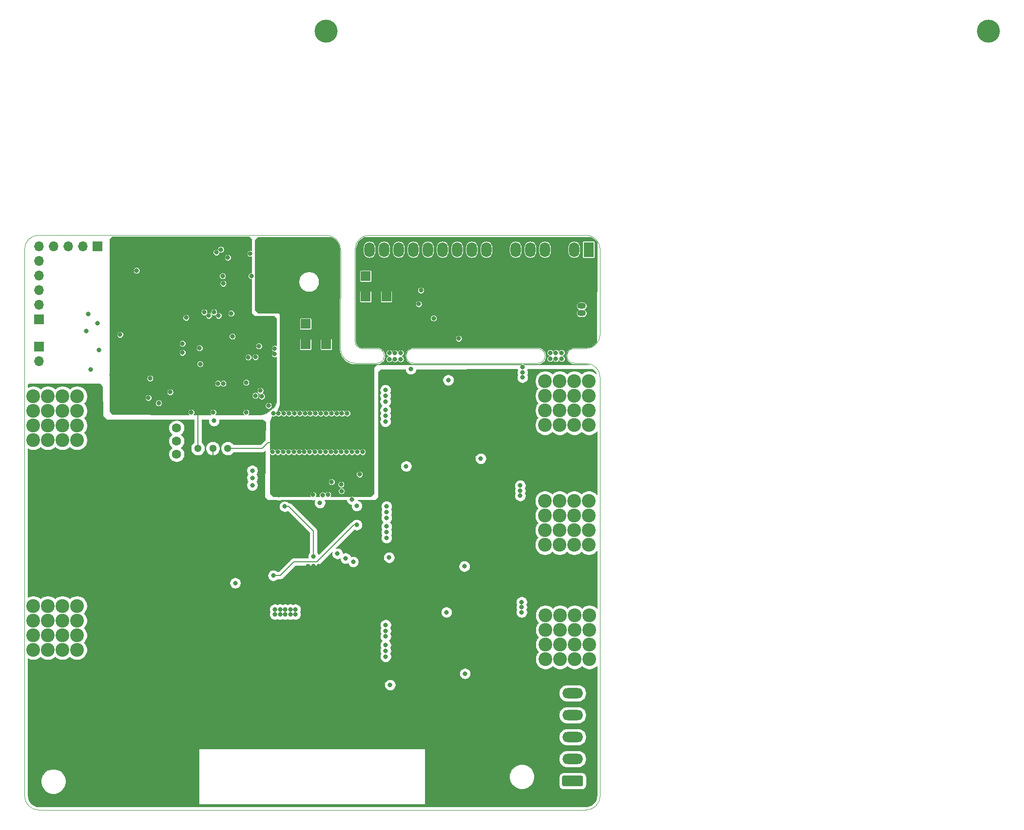
<source format=gbr>
G04 #@! TF.GenerationSoftware,KiCad,Pcbnew,(5.1.5)-3*
G04 #@! TF.CreationDate,2021-01-10T10:04:47+00:00*
G04 #@! TF.ProjectId,Ebike_Controller,4562696b-655f-4436-9f6e-74726f6c6c65,rev?*
G04 #@! TF.SameCoordinates,Original*
G04 #@! TF.FileFunction,Copper,L3,Inr*
G04 #@! TF.FilePolarity,Positive*
%FSLAX46Y46*%
G04 Gerber Fmt 4.6, Leading zero omitted, Abs format (unit mm)*
G04 Created by KiCad (PCBNEW (5.1.5)-3) date 2021-01-10 10:04:47*
%MOMM*%
%LPD*%
G04 APERTURE LIST*
%ADD10C,0.050000*%
%ADD11O,1.700000X1.700000*%
%ADD12R,1.700000X1.700000*%
%ADD13C,4.000000*%
%ADD14O,1.800000X2.600000*%
%ADD15R,1.800000X2.600000*%
%ADD16C,2.400000*%
%ADD17C,1.300000*%
%ADD18R,1.500000X1.050000*%
%ADD19O,1.500000X1.050000*%
%ADD20O,3.600000X1.800000*%
%ADD21C,0.150000*%
%ADD22C,0.800000*%
%ADD23C,1.600000*%
%ADD24C,0.200000*%
%ADD25C,0.100000*%
G04 APERTURE END LIST*
D10*
X102910000Y-61500000D02*
X102870000Y-78740000D01*
X100410000Y-59000000D02*
G75*
G02X102910000Y-61500000I0J-2500000D01*
G01*
X105410000Y-61500000D02*
G75*
G02X107910000Y-59000000I2500000J0D01*
G01*
X145500000Y-59000000D02*
G75*
G02X148000000Y-61500000I0J-2500000D01*
G01*
X148000000Y-76240000D02*
G75*
G02X145500000Y-78740000I-2500000J0D01*
G01*
X145500000Y-81280000D02*
G75*
G02X148000000Y-83780000I0J-2500000D01*
G01*
X148000000Y-156500000D02*
G75*
G02X145500000Y-159000000I-2500000J0D01*
G01*
X50500000Y-159000000D02*
G75*
G02X48000000Y-156500000I0J2500000D01*
G01*
X48000000Y-61500000D02*
G75*
G02X50500000Y-59000000I2500000J0D01*
G01*
X143510000Y-81280000D02*
X145500000Y-81280000D01*
X143510000Y-78740000D02*
X145500000Y-78740000D01*
X143510000Y-81280000D02*
G75*
G02X143510000Y-78740000I0J1270000D01*
G01*
X137160000Y-78740000D02*
G75*
G02X137160000Y-81280000I0J-1270000D01*
G01*
X109220000Y-78740000D02*
G75*
G02X109220000Y-81280000I0J-1270000D01*
G01*
X105410000Y-81280000D02*
X109220000Y-81280000D01*
X106680000Y-78740000D02*
X109220000Y-78740000D01*
X106680000Y-78740000D02*
G75*
G02X105410000Y-77470000I0J1270000D01*
G01*
X105410000Y-81280000D02*
G75*
G02X102870000Y-78740000I0J2540000D01*
G01*
X105410000Y-61500000D02*
X105410000Y-77470000D01*
X107910000Y-59000000D02*
X145500000Y-59000000D01*
X115570000Y-81280000D02*
X137160000Y-81280000D01*
X115570000Y-81280000D02*
G75*
G02X115570000Y-78740000I0J1270000D01*
G01*
X137160000Y-78740000D02*
X115570000Y-78740000D01*
X148000000Y-83780000D02*
X148000000Y-156500000D01*
X148000000Y-61500000D02*
X148000000Y-76240000D01*
X48000000Y-156500000D02*
X48000000Y-61500000D01*
X145500000Y-159000000D02*
X50500000Y-159000000D01*
X50500000Y-59000000D02*
X100410000Y-59000000D01*
D11*
X50500000Y-80940000D03*
D12*
X50500000Y-78400000D03*
D13*
X215400420Y-23499060D03*
X100399380Y-23499060D03*
D14*
X107900000Y-61500000D03*
X110440000Y-61500000D03*
X112980000Y-61500000D03*
X115520000Y-61500000D03*
X118060000Y-61500000D03*
X120600000Y-61500000D03*
X123140000Y-61500000D03*
X125680000Y-61500000D03*
X128220000Y-61500000D03*
X130760000Y-61500000D03*
X133300000Y-61500000D03*
X135840000Y-61500000D03*
X138380000Y-61500000D03*
X140920000Y-61500000D03*
X143460000Y-61500000D03*
D15*
X146000000Y-61500000D03*
D12*
X110850000Y-69700000D03*
X107250000Y-69700000D03*
X110850000Y-66100000D03*
X107250000Y-66100000D03*
X100408000Y-74422000D03*
X96800000Y-74422000D03*
D16*
X49500000Y-126020000D03*
X49500000Y-123480000D03*
X49500000Y-128560000D03*
X49500000Y-131100000D03*
X52040000Y-126020000D03*
X52040000Y-123480000D03*
X52040000Y-128560000D03*
X52040000Y-131100000D03*
X54580000Y-126020000D03*
X54580000Y-123480000D03*
X54580000Y-128560000D03*
X54580000Y-131100000D03*
X57120000Y-131100000D03*
X57120000Y-128560000D03*
X57120000Y-126020000D03*
X57120000Y-123480000D03*
X57120000Y-123480000D03*
D17*
X83300000Y-96100000D03*
X80700000Y-96100000D03*
X78100000Y-96100000D03*
D16*
X146040000Y-110318000D03*
X146040000Y-112858000D03*
X146040000Y-107778000D03*
X146040000Y-105238000D03*
X143500000Y-110318000D03*
X143500000Y-112858000D03*
X143500000Y-107778000D03*
X143500000Y-105238000D03*
X140960000Y-110318000D03*
X140960000Y-112858000D03*
X140960000Y-107778000D03*
X140960000Y-105238000D03*
X138420000Y-105238000D03*
X138420000Y-107778000D03*
X138420000Y-110318000D03*
X138420000Y-112858000D03*
X138420000Y-112858000D03*
X146125500Y-130196500D03*
X146125500Y-132736500D03*
X146125500Y-127656500D03*
X146125500Y-125116500D03*
X143585500Y-130196500D03*
X143585500Y-132736500D03*
X143585500Y-127656500D03*
X143585500Y-125116500D03*
X141045500Y-130196500D03*
X141045500Y-132736500D03*
X141045500Y-127656500D03*
X141045500Y-125116500D03*
X138505500Y-125116500D03*
X138505500Y-127656500D03*
X138505500Y-130196500D03*
X138505500Y-132736500D03*
X138505500Y-132736500D03*
D12*
X100400000Y-78000000D03*
X96800000Y-78000000D03*
D16*
X49520000Y-89540000D03*
X49520000Y-87000000D03*
X49520000Y-92080000D03*
X49520000Y-94620000D03*
X52060000Y-89540000D03*
X52060000Y-87000000D03*
X52060000Y-92080000D03*
X52060000Y-94620000D03*
X54600000Y-89540000D03*
X54600000Y-87000000D03*
X54600000Y-92080000D03*
X54600000Y-94620000D03*
X57140000Y-94620000D03*
X57140000Y-92080000D03*
X57140000Y-89540000D03*
X57140000Y-87000000D03*
X57140000Y-87000000D03*
D18*
X144750000Y-73850000D03*
D19*
X144750000Y-71310000D03*
X144750000Y-72580000D03*
D16*
X146056500Y-89469500D03*
X146056500Y-92009500D03*
X146056500Y-86929500D03*
X146056500Y-84389500D03*
X143516500Y-89469500D03*
X143516500Y-92009500D03*
X143516500Y-86929500D03*
X143516500Y-84389500D03*
X140976500Y-89469500D03*
X140976500Y-92009500D03*
X140976500Y-86929500D03*
X140976500Y-84389500D03*
X138436500Y-84389500D03*
X138436500Y-86929500D03*
X138436500Y-89469500D03*
X138436500Y-92009500D03*
X138436500Y-92009500D03*
D20*
X143200000Y-138680000D03*
X143200000Y-142490000D03*
X143200000Y-146300000D03*
X143200000Y-150110000D03*
G04 #@! TA.AperFunction,ViaPad*
D21*
G36*
X144774504Y-153021204D02*
G01*
X144798773Y-153024804D01*
X144822571Y-153030765D01*
X144845671Y-153039030D01*
X144867849Y-153049520D01*
X144888893Y-153062133D01*
X144908598Y-153076747D01*
X144926777Y-153093223D01*
X144943253Y-153111402D01*
X144957867Y-153131107D01*
X144970480Y-153152151D01*
X144980970Y-153174329D01*
X144989235Y-153197429D01*
X144995196Y-153221227D01*
X144998796Y-153245496D01*
X145000000Y-153270000D01*
X145000000Y-154570000D01*
X144998796Y-154594504D01*
X144995196Y-154618773D01*
X144989235Y-154642571D01*
X144980970Y-154665671D01*
X144970480Y-154687849D01*
X144957867Y-154708893D01*
X144943253Y-154728598D01*
X144926777Y-154746777D01*
X144908598Y-154763253D01*
X144888893Y-154777867D01*
X144867849Y-154790480D01*
X144845671Y-154800970D01*
X144822571Y-154809235D01*
X144798773Y-154815196D01*
X144774504Y-154818796D01*
X144750000Y-154820000D01*
X141650000Y-154820000D01*
X141625496Y-154818796D01*
X141601227Y-154815196D01*
X141577429Y-154809235D01*
X141554329Y-154800970D01*
X141532151Y-154790480D01*
X141511107Y-154777867D01*
X141491402Y-154763253D01*
X141473223Y-154746777D01*
X141456747Y-154728598D01*
X141442133Y-154708893D01*
X141429520Y-154687849D01*
X141419030Y-154665671D01*
X141410765Y-154642571D01*
X141404804Y-154618773D01*
X141401204Y-154594504D01*
X141400000Y-154570000D01*
X141400000Y-153270000D01*
X141401204Y-153245496D01*
X141404804Y-153221227D01*
X141410765Y-153197429D01*
X141419030Y-153174329D01*
X141429520Y-153152151D01*
X141442133Y-153131107D01*
X141456747Y-153111402D01*
X141473223Y-153093223D01*
X141491402Y-153076747D01*
X141511107Y-153062133D01*
X141532151Y-153049520D01*
X141554329Y-153039030D01*
X141577429Y-153030765D01*
X141601227Y-153024804D01*
X141625496Y-153021204D01*
X141650000Y-153020000D01*
X144750000Y-153020000D01*
X144774504Y-153021204D01*
G37*
G04 #@! TD.AperFunction*
D11*
X50540000Y-60956000D03*
X53080000Y-60956000D03*
X55620000Y-60956000D03*
X58160000Y-60956000D03*
D12*
X60700000Y-60956000D03*
D11*
X50540000Y-60956000D03*
X50540000Y-63496000D03*
X50540000Y-66036000D03*
X50540000Y-68576000D03*
X50540000Y-71116000D03*
D12*
X50540000Y-73656000D03*
D22*
X111350000Y-79500000D03*
X111350000Y-80550000D03*
X113350000Y-80550000D03*
X113350000Y-79500000D03*
X112350000Y-80550000D03*
X112350000Y-79500000D03*
X139300000Y-79450000D03*
X140300000Y-80500000D03*
X141300000Y-80500000D03*
X140300000Y-79450000D03*
X139300000Y-80500000D03*
X141300000Y-79450000D03*
X112400000Y-125600000D03*
X112400000Y-124700000D03*
X113300000Y-124700000D03*
X113300000Y-123800000D03*
X112400000Y-123800000D03*
X113300000Y-125600000D03*
X117100000Y-104500000D03*
X118000000Y-104500000D03*
X118900000Y-104500000D03*
X117100000Y-103600000D03*
X118000000Y-103600000D03*
X118900000Y-103600000D03*
X113600000Y-84900000D03*
X111800000Y-84000000D03*
X111800000Y-84900000D03*
X113600000Y-84000000D03*
X112700000Y-84000000D03*
X112700000Y-84900000D03*
X126500000Y-124000000D03*
X125600000Y-124000000D03*
X124700000Y-124000000D03*
X126500000Y-124900000D03*
X125600000Y-124900000D03*
X124700000Y-124900000D03*
X129400000Y-102000000D03*
X127600000Y-101100000D03*
X127600000Y-102000000D03*
X129400000Y-101100000D03*
X128500000Y-101100000D03*
X128500000Y-102000000D03*
X126100000Y-104100000D03*
X127000000Y-104100000D03*
X124300000Y-105000000D03*
X125200000Y-105000000D03*
X124300000Y-109200000D03*
X124300000Y-108300000D03*
X124300000Y-111000000D03*
X124300000Y-110100000D03*
X124300000Y-112800000D03*
X124300000Y-111900000D03*
X127900000Y-104100000D03*
X125200000Y-112800000D03*
X125200000Y-104100000D03*
X98199500Y-116612500D03*
X97247000Y-116612500D03*
X98199500Y-117912500D03*
X97247000Y-117912500D03*
X100999500Y-117912500D03*
X99094500Y-117912500D03*
X100047000Y-117912500D03*
X99094500Y-116612500D03*
X100999500Y-116612500D03*
X100047000Y-116612500D03*
X89887500Y-114994500D03*
X89887500Y-116899500D03*
X89887500Y-115947000D03*
X90987500Y-114994500D03*
X90987500Y-116899500D03*
X90987500Y-115947000D03*
X88787500Y-114994500D03*
X88787500Y-116899500D03*
X88787500Y-115947000D03*
X87687500Y-116899500D03*
X87687500Y-114994500D03*
X102800000Y-108700000D03*
X101100000Y-108700000D03*
X102800000Y-107200000D03*
X101100000Y-107200000D03*
X87687500Y-115947000D03*
X124300000Y-104100000D03*
X124000000Y-83300000D03*
X124000000Y-84200000D03*
X124900000Y-83300000D03*
X124900000Y-84200000D03*
X125800000Y-83300000D03*
X125800000Y-84200000D03*
X88700000Y-78300000D03*
X69500000Y-87300000D03*
X92017647Y-96700000D03*
X92935294Y-96700000D03*
X94770588Y-96700000D03*
X95688235Y-96700000D03*
X93852941Y-96700000D03*
X97523529Y-96700000D03*
X98441176Y-96700000D03*
X96605882Y-96700000D03*
X100276470Y-96700000D03*
X101194117Y-96700000D03*
X99358823Y-96700000D03*
X103029411Y-96700000D03*
X103947058Y-96700000D03*
X102111764Y-96700000D03*
X105782352Y-96700000D03*
X106700000Y-96700000D03*
X104864705Y-96700000D03*
X92117647Y-90000000D03*
X104047058Y-90000000D03*
X96705882Y-90000000D03*
X103129411Y-90000000D03*
X97623529Y-90000000D03*
X94870588Y-90000000D03*
X99458823Y-90000000D03*
X100376470Y-90000000D03*
X101294117Y-90000000D03*
X102211764Y-90000000D03*
X93952941Y-90000000D03*
X98541176Y-90000000D03*
X93035294Y-90000000D03*
X95788235Y-90000000D03*
X91200000Y-90000000D03*
X92386500Y-124964000D03*
X93275500Y-124964000D03*
X95053500Y-124964000D03*
X91497500Y-124964000D03*
X94164500Y-124964000D03*
X91497500Y-124075000D03*
X92386500Y-124075000D03*
X93275500Y-124075000D03*
X94164500Y-124075000D03*
X95053500Y-124075000D03*
X76956000Y-89824000D03*
X80766000Y-89824000D03*
X86481000Y-89824000D03*
X78400000Y-78637600D03*
X78500000Y-81400000D03*
X84100000Y-76600000D03*
X76052000Y-73348000D03*
X91100000Y-96700000D03*
X116480000Y-70970000D03*
X116850000Y-68600000D03*
X87400000Y-66100000D03*
X82100000Y-61500000D03*
X99752500Y-104199500D03*
X82500000Y-67412200D03*
X89210000Y-87040000D03*
X83900000Y-72600000D03*
X100705000Y-104136000D03*
X88960000Y-86050000D03*
X101340000Y-101913500D03*
X90380000Y-88640000D03*
X86490000Y-84620000D03*
X75435100Y-79437600D03*
X67447000Y-65147000D03*
X81600000Y-84800000D03*
X86862400Y-80237600D03*
X71300000Y-88200000D03*
X60900000Y-79000000D03*
X110880000Y-108170500D03*
X110880000Y-106170500D03*
X110880000Y-107170500D03*
X110880000Y-109670500D03*
X110880000Y-111670500D03*
X110680000Y-87920500D03*
X110680000Y-85920500D03*
X110680000Y-86920500D03*
X110680000Y-89420500D03*
X110680000Y-91420500D03*
X110680000Y-90420500D03*
X110731500Y-126793500D03*
X110731500Y-127793500D03*
X110731500Y-128793500D03*
X110731500Y-130293500D03*
X110731500Y-131293500D03*
X110731500Y-132293500D03*
X87555000Y-99950500D03*
X87555000Y-101220500D03*
X87555000Y-102490500D03*
D23*
X74396500Y-92535000D03*
X74396500Y-94821000D03*
X74396500Y-97107000D03*
D22*
X110880000Y-110670500D03*
X82500000Y-84800000D03*
X98200000Y-114900000D03*
X93200000Y-106200000D03*
X75432000Y-77847000D03*
X64600000Y-76300000D03*
X58700000Y-75700000D03*
X123426000Y-76980000D03*
X121279000Y-124583000D03*
X105086500Y-115800000D03*
X121600000Y-84200000D03*
X106200000Y-100600000D03*
X83300000Y-62900000D03*
X81300000Y-62000000D03*
X134487000Y-82863500D03*
X134487000Y-83752500D03*
X134487000Y-81974500D03*
X134360000Y-123694000D03*
X134360000Y-124583000D03*
X134360000Y-122805000D03*
X134106000Y-104326500D03*
X134106000Y-103437500D03*
X134106000Y-102548500D03*
X82400000Y-66100000D03*
X115100000Y-82300000D03*
X91200000Y-118200000D03*
X105700000Y-109400000D03*
X99310000Y-105540000D03*
X88100000Y-86900000D03*
X98130000Y-104170000D03*
X88100000Y-80200000D03*
X111500000Y-137219500D03*
X102356000Y-114400000D03*
X124517500Y-135251000D03*
X103753000Y-115200000D03*
X124400000Y-116600000D03*
X104900000Y-104965500D03*
X111330000Y-115070000D03*
X105700000Y-106070000D03*
X102991000Y-102358000D03*
X127248000Y-97849500D03*
X114294000Y-99183000D03*
X103054500Y-103501000D03*
X93402500Y-98201500D03*
X97466500Y-98201500D03*
X99498500Y-98201500D03*
X133332000Y-75710000D03*
X116840000Y-67310000D03*
X113050000Y-75150000D03*
X118375000Y-75175000D03*
X92200000Y-104200000D03*
X84600000Y-119500000D03*
X89100000Y-69200000D03*
X87200000Y-62200000D03*
X59100000Y-72700000D03*
X69800000Y-83900000D03*
X60700000Y-74300000D03*
X73300000Y-86300000D03*
X79800000Y-78266666D03*
X79800000Y-79433332D03*
X79800000Y-80600000D03*
X80900000Y-80600000D03*
X80900000Y-78266666D03*
X80900000Y-79433332D03*
X80900000Y-77100000D03*
X82000000Y-80600000D03*
X82000000Y-78266666D03*
X82000000Y-79433332D03*
X82000000Y-77100000D03*
X83100000Y-80600000D03*
X83100000Y-78266666D03*
X83100000Y-79433332D03*
X79800000Y-77100000D03*
X63121000Y-83279000D03*
X70221000Y-79879000D03*
X65700000Y-65100000D03*
X75051000Y-89824000D03*
X78861000Y-89824000D03*
X84576000Y-89824000D03*
X70400000Y-72500000D03*
X70400000Y-68800000D03*
X80700000Y-64200000D03*
X83400000Y-61600000D03*
X79200000Y-72400000D03*
X81700000Y-73000000D03*
X80900000Y-72400000D03*
X80000000Y-73000000D03*
X91440000Y-78700000D03*
X119050000Y-73450000D03*
X91440000Y-79700000D03*
X80900000Y-91300000D03*
X59500000Y-82400000D03*
D24*
X80700000Y-96100000D02*
X80700000Y-98300000D01*
X98200000Y-110500000D02*
X98200000Y-114900000D01*
X93900000Y-106200000D02*
X98200000Y-110500000D01*
X93200000Y-106200000D02*
X93900000Y-106200000D01*
X92400000Y-118200000D02*
X91200000Y-118200000D01*
X105200000Y-109400000D02*
X98800000Y-115800000D01*
X94800000Y-115800000D02*
X92400000Y-118200000D01*
X98800000Y-115800000D02*
X94800000Y-115800000D01*
X105700000Y-109400000D02*
X105200000Y-109400000D01*
X91400000Y-94000000D02*
X91400000Y-93700000D01*
X83300000Y-96100000D02*
X89300000Y-96100000D01*
X89300000Y-96100000D02*
X90300000Y-95100000D01*
X90300000Y-95100000D02*
X92500000Y-95100000D01*
X78100000Y-96100000D02*
X78100000Y-89900000D01*
D25*
G36*
X146848812Y-82421734D02*
G01*
X147086947Y-82709590D01*
X147264635Y-83038217D01*
X147297467Y-83144279D01*
X147177160Y-83023972D01*
X146889225Y-82831581D01*
X146569290Y-82699059D01*
X146229648Y-82631500D01*
X145883352Y-82631500D01*
X145543710Y-82699059D01*
X145223775Y-82831581D01*
X144935840Y-83023972D01*
X144786500Y-83173312D01*
X144637160Y-83023972D01*
X144349225Y-82831581D01*
X144029290Y-82699059D01*
X143689648Y-82631500D01*
X143343352Y-82631500D01*
X143003710Y-82699059D01*
X142683775Y-82831581D01*
X142395840Y-83023972D01*
X142246500Y-83173312D01*
X142097160Y-83023972D01*
X141809225Y-82831581D01*
X141489290Y-82699059D01*
X141149648Y-82631500D01*
X140803352Y-82631500D01*
X140463710Y-82699059D01*
X140143775Y-82831581D01*
X139855840Y-83023972D01*
X139706500Y-83173312D01*
X139557160Y-83023972D01*
X139269225Y-82831581D01*
X138949290Y-82699059D01*
X138609648Y-82631500D01*
X138263352Y-82631500D01*
X137923710Y-82699059D01*
X137603775Y-82831581D01*
X137315840Y-83023972D01*
X137070972Y-83268840D01*
X136878581Y-83556775D01*
X136746059Y-83876710D01*
X136678500Y-84216352D01*
X136678500Y-84562648D01*
X136746059Y-84902290D01*
X136878581Y-85222225D01*
X137070972Y-85510160D01*
X137220312Y-85659500D01*
X137070972Y-85808840D01*
X136878581Y-86096775D01*
X136746059Y-86416710D01*
X136678500Y-86756352D01*
X136678500Y-87102648D01*
X136746059Y-87442290D01*
X136878581Y-87762225D01*
X137070972Y-88050160D01*
X137220312Y-88199500D01*
X137070972Y-88348840D01*
X136878581Y-88636775D01*
X136746059Y-88956710D01*
X136678500Y-89296352D01*
X136678500Y-89642648D01*
X136746059Y-89982290D01*
X136878581Y-90302225D01*
X137070972Y-90590160D01*
X137220312Y-90739500D01*
X137070972Y-90888840D01*
X136878581Y-91176775D01*
X136746059Y-91496710D01*
X136678500Y-91836352D01*
X136678500Y-92182648D01*
X136746059Y-92522290D01*
X136878581Y-92842225D01*
X137070972Y-93130160D01*
X137315840Y-93375028D01*
X137603775Y-93567419D01*
X137923710Y-93699941D01*
X138263352Y-93767500D01*
X138609648Y-93767500D01*
X138949290Y-93699941D01*
X139269225Y-93567419D01*
X139557160Y-93375028D01*
X139706500Y-93225688D01*
X139855840Y-93375028D01*
X140143775Y-93567419D01*
X140463710Y-93699941D01*
X140803352Y-93767500D01*
X141149648Y-93767500D01*
X141489290Y-93699941D01*
X141809225Y-93567419D01*
X142097160Y-93375028D01*
X142246500Y-93225688D01*
X142395840Y-93375028D01*
X142683775Y-93567419D01*
X143003710Y-93699941D01*
X143343352Y-93767500D01*
X143689648Y-93767500D01*
X144029290Y-93699941D01*
X144349225Y-93567419D01*
X144637160Y-93375028D01*
X144786500Y-93225688D01*
X144935840Y-93375028D01*
X145223775Y-93567419D01*
X145543710Y-93699941D01*
X145883352Y-93767500D01*
X146229648Y-93767500D01*
X146569290Y-93699941D01*
X146889225Y-93567419D01*
X147177160Y-93375028D01*
X147417000Y-93135188D01*
X147417000Y-104134510D01*
X147405528Y-104117340D01*
X147160660Y-103872472D01*
X146872725Y-103680081D01*
X146552790Y-103547559D01*
X146213148Y-103480000D01*
X145866852Y-103480000D01*
X145527210Y-103547559D01*
X145207275Y-103680081D01*
X144919340Y-103872472D01*
X144770000Y-104021812D01*
X144620660Y-103872472D01*
X144332725Y-103680081D01*
X144012790Y-103547559D01*
X143673148Y-103480000D01*
X143326852Y-103480000D01*
X142987210Y-103547559D01*
X142667275Y-103680081D01*
X142379340Y-103872472D01*
X142230000Y-104021812D01*
X142080660Y-103872472D01*
X141792725Y-103680081D01*
X141472790Y-103547559D01*
X141133148Y-103480000D01*
X140786852Y-103480000D01*
X140447210Y-103547559D01*
X140127275Y-103680081D01*
X139839340Y-103872472D01*
X139690000Y-104021812D01*
X139540660Y-103872472D01*
X139252725Y-103680081D01*
X138932790Y-103547559D01*
X138593148Y-103480000D01*
X138246852Y-103480000D01*
X137907210Y-103547559D01*
X137587275Y-103680081D01*
X137299340Y-103872472D01*
X137054472Y-104117340D01*
X136862081Y-104405275D01*
X136729559Y-104725210D01*
X136662000Y-105064852D01*
X136662000Y-105411148D01*
X136729559Y-105750790D01*
X136862081Y-106070725D01*
X137054472Y-106358660D01*
X137203812Y-106508000D01*
X137054472Y-106657340D01*
X136862081Y-106945275D01*
X136729559Y-107265210D01*
X136662000Y-107604852D01*
X136662000Y-107951148D01*
X136729559Y-108290790D01*
X136862081Y-108610725D01*
X137054472Y-108898660D01*
X137203812Y-109048000D01*
X137054472Y-109197340D01*
X136862081Y-109485275D01*
X136729559Y-109805210D01*
X136662000Y-110144852D01*
X136662000Y-110491148D01*
X136729559Y-110830790D01*
X136862081Y-111150725D01*
X137054472Y-111438660D01*
X137203812Y-111588000D01*
X137054472Y-111737340D01*
X136862081Y-112025275D01*
X136729559Y-112345210D01*
X136662000Y-112684852D01*
X136662000Y-113031148D01*
X136729559Y-113370790D01*
X136862081Y-113690725D01*
X137054472Y-113978660D01*
X137299340Y-114223528D01*
X137587275Y-114415919D01*
X137907210Y-114548441D01*
X138246852Y-114616000D01*
X138593148Y-114616000D01*
X138932790Y-114548441D01*
X139252725Y-114415919D01*
X139540660Y-114223528D01*
X139690000Y-114074188D01*
X139839340Y-114223528D01*
X140127275Y-114415919D01*
X140447210Y-114548441D01*
X140786852Y-114616000D01*
X141133148Y-114616000D01*
X141472790Y-114548441D01*
X141792725Y-114415919D01*
X142080660Y-114223528D01*
X142230000Y-114074188D01*
X142379340Y-114223528D01*
X142667275Y-114415919D01*
X142987210Y-114548441D01*
X143326852Y-114616000D01*
X143673148Y-114616000D01*
X144012790Y-114548441D01*
X144332725Y-114415919D01*
X144620660Y-114223528D01*
X144770000Y-114074188D01*
X144919340Y-114223528D01*
X145207275Y-114415919D01*
X145527210Y-114548441D01*
X145866852Y-114616000D01*
X146213148Y-114616000D01*
X146552790Y-114548441D01*
X146872725Y-114415919D01*
X147160660Y-114223528D01*
X147405528Y-113978660D01*
X147417000Y-113961490D01*
X147417001Y-123921813D01*
X147246160Y-123750972D01*
X146958225Y-123558581D01*
X146638290Y-123426059D01*
X146298648Y-123358500D01*
X145952352Y-123358500D01*
X145612710Y-123426059D01*
X145292775Y-123558581D01*
X145004840Y-123750972D01*
X144855500Y-123900312D01*
X144706160Y-123750972D01*
X144418225Y-123558581D01*
X144098290Y-123426059D01*
X143758648Y-123358500D01*
X143412352Y-123358500D01*
X143072710Y-123426059D01*
X142752775Y-123558581D01*
X142464840Y-123750972D01*
X142315500Y-123900312D01*
X142166160Y-123750972D01*
X141878225Y-123558581D01*
X141558290Y-123426059D01*
X141218648Y-123358500D01*
X140872352Y-123358500D01*
X140532710Y-123426059D01*
X140212775Y-123558581D01*
X139924840Y-123750972D01*
X139775500Y-123900312D01*
X139626160Y-123750972D01*
X139338225Y-123558581D01*
X139018290Y-123426059D01*
X138678648Y-123358500D01*
X138332352Y-123358500D01*
X137992710Y-123426059D01*
X137672775Y-123558581D01*
X137384840Y-123750972D01*
X137139972Y-123995840D01*
X136947581Y-124283775D01*
X136815059Y-124603710D01*
X136747500Y-124943352D01*
X136747500Y-125289648D01*
X136815059Y-125629290D01*
X136947581Y-125949225D01*
X137139972Y-126237160D01*
X137289312Y-126386500D01*
X137139972Y-126535840D01*
X136947581Y-126823775D01*
X136815059Y-127143710D01*
X136747500Y-127483352D01*
X136747500Y-127829648D01*
X136815059Y-128169290D01*
X136947581Y-128489225D01*
X137139972Y-128777160D01*
X137289312Y-128926500D01*
X137139972Y-129075840D01*
X136947581Y-129363775D01*
X136815059Y-129683710D01*
X136747500Y-130023352D01*
X136747500Y-130369648D01*
X136815059Y-130709290D01*
X136947581Y-131029225D01*
X137139972Y-131317160D01*
X137289312Y-131466500D01*
X137139972Y-131615840D01*
X136947581Y-131903775D01*
X136815059Y-132223710D01*
X136747500Y-132563352D01*
X136747500Y-132909648D01*
X136815059Y-133249290D01*
X136947581Y-133569225D01*
X137139972Y-133857160D01*
X137384840Y-134102028D01*
X137672775Y-134294419D01*
X137992710Y-134426941D01*
X138332352Y-134494500D01*
X138678648Y-134494500D01*
X139018290Y-134426941D01*
X139338225Y-134294419D01*
X139626160Y-134102028D01*
X139775500Y-133952688D01*
X139924840Y-134102028D01*
X140212775Y-134294419D01*
X140532710Y-134426941D01*
X140872352Y-134494500D01*
X141218648Y-134494500D01*
X141558290Y-134426941D01*
X141878225Y-134294419D01*
X142166160Y-134102028D01*
X142315500Y-133952688D01*
X142464840Y-134102028D01*
X142752775Y-134294419D01*
X143072710Y-134426941D01*
X143412352Y-134494500D01*
X143758648Y-134494500D01*
X144098290Y-134426941D01*
X144418225Y-134294419D01*
X144706160Y-134102028D01*
X144855500Y-133952688D01*
X145004840Y-134102028D01*
X145292775Y-134294419D01*
X145612710Y-134426941D01*
X145952352Y-134494500D01*
X146298648Y-134494500D01*
X146638290Y-134426941D01*
X146958225Y-134294419D01*
X147246160Y-134102028D01*
X147417001Y-133931187D01*
X147417001Y-156471472D01*
X147377748Y-156871808D01*
X147269770Y-157229448D01*
X147094383Y-157559302D01*
X146858262Y-157848815D01*
X146570407Y-158086948D01*
X146241783Y-158264635D01*
X145884904Y-158375107D01*
X145486321Y-158417000D01*
X50528518Y-158417000D01*
X50128192Y-158377748D01*
X49770552Y-158269770D01*
X49440698Y-158094383D01*
X49151185Y-157858262D01*
X48913052Y-157570407D01*
X48735365Y-157241783D01*
X48624893Y-156884904D01*
X48583000Y-156486321D01*
X48583000Y-153787456D01*
X50842000Y-153787456D01*
X50842000Y-154212544D01*
X50924930Y-154629465D01*
X51087605Y-155022196D01*
X51323772Y-155375645D01*
X51624355Y-155676228D01*
X51977804Y-155912395D01*
X52370535Y-156075070D01*
X52787456Y-156158000D01*
X53212544Y-156158000D01*
X53629465Y-156075070D01*
X54022196Y-155912395D01*
X54375645Y-155676228D01*
X54676228Y-155375645D01*
X54912395Y-155022196D01*
X55075070Y-154629465D01*
X55158000Y-154212544D01*
X55158000Y-153787456D01*
X55075070Y-153370535D01*
X54912395Y-152977804D01*
X54676228Y-152624355D01*
X54375645Y-152323772D01*
X54022196Y-152087605D01*
X53629465Y-151924930D01*
X53212544Y-151842000D01*
X52787456Y-151842000D01*
X52370535Y-151924930D01*
X51977804Y-152087605D01*
X51624355Y-152323772D01*
X51323772Y-152624355D01*
X51087605Y-152977804D01*
X50924930Y-153370535D01*
X50842000Y-153787456D01*
X48583000Y-153787456D01*
X48583000Y-148400000D01*
X78250000Y-148400000D01*
X78250000Y-157900000D01*
X78250961Y-157909755D01*
X78253806Y-157919134D01*
X78258427Y-157927779D01*
X78264645Y-157935355D01*
X78272221Y-157941573D01*
X78280866Y-157946194D01*
X78290245Y-157949039D01*
X78300000Y-157950000D01*
X117500000Y-157950000D01*
X117509755Y-157949039D01*
X117519134Y-157946194D01*
X117527779Y-157941573D01*
X117535355Y-157935355D01*
X117541573Y-157927779D01*
X117546194Y-157919134D01*
X117549039Y-157909755D01*
X117550000Y-157900000D01*
X117550000Y-152987456D01*
X132242000Y-152987456D01*
X132242000Y-153412544D01*
X132324930Y-153829465D01*
X132487605Y-154222196D01*
X132723772Y-154575645D01*
X133024355Y-154876228D01*
X133377804Y-155112395D01*
X133770535Y-155275070D01*
X134187456Y-155358000D01*
X134612544Y-155358000D01*
X135029465Y-155275070D01*
X135422196Y-155112395D01*
X135775645Y-154876228D01*
X136076228Y-154575645D01*
X136312395Y-154222196D01*
X136475070Y-153829465D01*
X136558000Y-153412544D01*
X136558000Y-153270000D01*
X140839301Y-153270000D01*
X140839301Y-154570000D01*
X140854878Y-154728160D01*
X140901012Y-154880241D01*
X140975928Y-155020400D01*
X141076749Y-155143251D01*
X141199600Y-155244072D01*
X141339759Y-155318988D01*
X141491840Y-155365122D01*
X141650000Y-155380699D01*
X144750000Y-155380699D01*
X144908160Y-155365122D01*
X145060241Y-155318988D01*
X145200400Y-155244072D01*
X145323251Y-155143251D01*
X145424072Y-155020400D01*
X145498988Y-154880241D01*
X145545122Y-154728160D01*
X145560699Y-154570000D01*
X145560699Y-153270000D01*
X145545122Y-153111840D01*
X145498988Y-152959759D01*
X145424072Y-152819600D01*
X145323251Y-152696749D01*
X145200400Y-152595928D01*
X145060241Y-152521012D01*
X144908160Y-152474878D01*
X144750000Y-152459301D01*
X141650000Y-152459301D01*
X141491840Y-152474878D01*
X141339759Y-152521012D01*
X141199600Y-152595928D01*
X141076749Y-152696749D01*
X140975928Y-152819600D01*
X140901012Y-152959759D01*
X140854878Y-153111840D01*
X140839301Y-153270000D01*
X136558000Y-153270000D01*
X136558000Y-152987456D01*
X136475070Y-152570535D01*
X136312395Y-152177804D01*
X136076228Y-151824355D01*
X135775645Y-151523772D01*
X135422196Y-151287605D01*
X135029465Y-151124930D01*
X134612544Y-151042000D01*
X134187456Y-151042000D01*
X133770535Y-151124930D01*
X133377804Y-151287605D01*
X133024355Y-151523772D01*
X132723772Y-151824355D01*
X132487605Y-152177804D01*
X132324930Y-152570535D01*
X132242000Y-152987456D01*
X117550000Y-152987456D01*
X117550000Y-150110000D01*
X140834946Y-150110000D01*
X140863097Y-150395818D01*
X140946467Y-150670652D01*
X141081852Y-150923940D01*
X141264050Y-151145950D01*
X141486060Y-151328148D01*
X141739348Y-151463533D01*
X142014182Y-151546903D01*
X142228381Y-151568000D01*
X144171619Y-151568000D01*
X144385818Y-151546903D01*
X144660652Y-151463533D01*
X144913940Y-151328148D01*
X145135950Y-151145950D01*
X145318148Y-150923940D01*
X145453533Y-150670652D01*
X145536903Y-150395818D01*
X145565054Y-150110000D01*
X145536903Y-149824182D01*
X145453533Y-149549348D01*
X145318148Y-149296060D01*
X145135950Y-149074050D01*
X144913940Y-148891852D01*
X144660652Y-148756467D01*
X144385818Y-148673097D01*
X144171619Y-148652000D01*
X142228381Y-148652000D01*
X142014182Y-148673097D01*
X141739348Y-148756467D01*
X141486060Y-148891852D01*
X141264050Y-149074050D01*
X141081852Y-149296060D01*
X140946467Y-149549348D01*
X140863097Y-149824182D01*
X140834946Y-150110000D01*
X117550000Y-150110000D01*
X117550000Y-148400000D01*
X117549039Y-148390245D01*
X117546194Y-148380866D01*
X117541573Y-148372221D01*
X117535355Y-148364645D01*
X117527779Y-148358427D01*
X117519134Y-148353806D01*
X117509755Y-148350961D01*
X117500000Y-148350000D01*
X78300000Y-148350000D01*
X78290245Y-148350961D01*
X78280866Y-148353806D01*
X78272221Y-148358427D01*
X78264645Y-148364645D01*
X78258427Y-148372221D01*
X78253806Y-148380866D01*
X78250961Y-148390245D01*
X78250000Y-148400000D01*
X48583000Y-148400000D01*
X48583000Y-146300000D01*
X140834946Y-146300000D01*
X140863097Y-146585818D01*
X140946467Y-146860652D01*
X141081852Y-147113940D01*
X141264050Y-147335950D01*
X141486060Y-147518148D01*
X141739348Y-147653533D01*
X142014182Y-147736903D01*
X142228381Y-147758000D01*
X144171619Y-147758000D01*
X144385818Y-147736903D01*
X144660652Y-147653533D01*
X144913940Y-147518148D01*
X145135950Y-147335950D01*
X145318148Y-147113940D01*
X145453533Y-146860652D01*
X145536903Y-146585818D01*
X145565054Y-146300000D01*
X145536903Y-146014182D01*
X145453533Y-145739348D01*
X145318148Y-145486060D01*
X145135950Y-145264050D01*
X144913940Y-145081852D01*
X144660652Y-144946467D01*
X144385818Y-144863097D01*
X144171619Y-144842000D01*
X142228381Y-144842000D01*
X142014182Y-144863097D01*
X141739348Y-144946467D01*
X141486060Y-145081852D01*
X141264050Y-145264050D01*
X141081852Y-145486060D01*
X140946467Y-145739348D01*
X140863097Y-146014182D01*
X140834946Y-146300000D01*
X48583000Y-146300000D01*
X48583000Y-142490000D01*
X140834946Y-142490000D01*
X140863097Y-142775818D01*
X140946467Y-143050652D01*
X141081852Y-143303940D01*
X141264050Y-143525950D01*
X141486060Y-143708148D01*
X141739348Y-143843533D01*
X142014182Y-143926903D01*
X142228381Y-143948000D01*
X144171619Y-143948000D01*
X144385818Y-143926903D01*
X144660652Y-143843533D01*
X144913940Y-143708148D01*
X145135950Y-143525950D01*
X145318148Y-143303940D01*
X145453533Y-143050652D01*
X145536903Y-142775818D01*
X145565054Y-142490000D01*
X145536903Y-142204182D01*
X145453533Y-141929348D01*
X145318148Y-141676060D01*
X145135950Y-141454050D01*
X144913940Y-141271852D01*
X144660652Y-141136467D01*
X144385818Y-141053097D01*
X144171619Y-141032000D01*
X142228381Y-141032000D01*
X142014182Y-141053097D01*
X141739348Y-141136467D01*
X141486060Y-141271852D01*
X141264050Y-141454050D01*
X141081852Y-141676060D01*
X140946467Y-141929348D01*
X140863097Y-142204182D01*
X140834946Y-142490000D01*
X48583000Y-142490000D01*
X48583000Y-138680000D01*
X140834946Y-138680000D01*
X140863097Y-138965818D01*
X140946467Y-139240652D01*
X141081852Y-139493940D01*
X141264050Y-139715950D01*
X141486060Y-139898148D01*
X141739348Y-140033533D01*
X142014182Y-140116903D01*
X142228381Y-140138000D01*
X144171619Y-140138000D01*
X144385818Y-140116903D01*
X144660652Y-140033533D01*
X144913940Y-139898148D01*
X145135950Y-139715950D01*
X145318148Y-139493940D01*
X145453533Y-139240652D01*
X145536903Y-138965818D01*
X145565054Y-138680000D01*
X145536903Y-138394182D01*
X145453533Y-138119348D01*
X145318148Y-137866060D01*
X145135950Y-137644050D01*
X144913940Y-137461852D01*
X144660652Y-137326467D01*
X144385818Y-137243097D01*
X144171619Y-137222000D01*
X142228381Y-137222000D01*
X142014182Y-137243097D01*
X141739348Y-137326467D01*
X141486060Y-137461852D01*
X141264050Y-137644050D01*
X141081852Y-137866060D01*
X140946467Y-138119348D01*
X140863097Y-138394182D01*
X140834946Y-138680000D01*
X48583000Y-138680000D01*
X48583000Y-137125145D01*
X110542000Y-137125145D01*
X110542000Y-137313855D01*
X110578816Y-137498938D01*
X110651032Y-137673283D01*
X110755873Y-137830189D01*
X110889311Y-137963627D01*
X111046217Y-138068468D01*
X111220562Y-138140684D01*
X111405645Y-138177500D01*
X111594355Y-138177500D01*
X111779438Y-138140684D01*
X111953783Y-138068468D01*
X112110689Y-137963627D01*
X112244127Y-137830189D01*
X112348968Y-137673283D01*
X112421184Y-137498938D01*
X112458000Y-137313855D01*
X112458000Y-137125145D01*
X112421184Y-136940062D01*
X112348968Y-136765717D01*
X112244127Y-136608811D01*
X112110689Y-136475373D01*
X111953783Y-136370532D01*
X111779438Y-136298316D01*
X111594355Y-136261500D01*
X111405645Y-136261500D01*
X111220562Y-136298316D01*
X111046217Y-136370532D01*
X110889311Y-136475373D01*
X110755873Y-136608811D01*
X110651032Y-136765717D01*
X110578816Y-136940062D01*
X110542000Y-137125145D01*
X48583000Y-137125145D01*
X48583000Y-135156645D01*
X123559500Y-135156645D01*
X123559500Y-135345355D01*
X123596316Y-135530438D01*
X123668532Y-135704783D01*
X123773373Y-135861689D01*
X123906811Y-135995127D01*
X124063717Y-136099968D01*
X124238062Y-136172184D01*
X124423145Y-136209000D01*
X124611855Y-136209000D01*
X124796938Y-136172184D01*
X124971283Y-136099968D01*
X125128189Y-135995127D01*
X125261627Y-135861689D01*
X125366468Y-135704783D01*
X125438684Y-135530438D01*
X125475500Y-135345355D01*
X125475500Y-135156645D01*
X125438684Y-134971562D01*
X125366468Y-134797217D01*
X125261627Y-134640311D01*
X125128189Y-134506873D01*
X124971283Y-134402032D01*
X124796938Y-134329816D01*
X124611855Y-134293000D01*
X124423145Y-134293000D01*
X124238062Y-134329816D01*
X124063717Y-134402032D01*
X123906811Y-134506873D01*
X123773373Y-134640311D01*
X123668532Y-134797217D01*
X123596316Y-134971562D01*
X123559500Y-135156645D01*
X48583000Y-135156645D01*
X48583000Y-132601609D01*
X48667275Y-132657919D01*
X48987210Y-132790441D01*
X49326852Y-132858000D01*
X49673148Y-132858000D01*
X50012790Y-132790441D01*
X50332725Y-132657919D01*
X50620660Y-132465528D01*
X50770000Y-132316188D01*
X50919340Y-132465528D01*
X51207275Y-132657919D01*
X51527210Y-132790441D01*
X51866852Y-132858000D01*
X52213148Y-132858000D01*
X52552790Y-132790441D01*
X52872725Y-132657919D01*
X53160660Y-132465528D01*
X53310000Y-132316188D01*
X53459340Y-132465528D01*
X53747275Y-132657919D01*
X54067210Y-132790441D01*
X54406852Y-132858000D01*
X54753148Y-132858000D01*
X55092790Y-132790441D01*
X55412725Y-132657919D01*
X55700660Y-132465528D01*
X55850000Y-132316188D01*
X55999340Y-132465528D01*
X56287275Y-132657919D01*
X56607210Y-132790441D01*
X56946852Y-132858000D01*
X57293148Y-132858000D01*
X57632790Y-132790441D01*
X57952725Y-132657919D01*
X58240660Y-132465528D01*
X58485528Y-132220660D01*
X58677919Y-131932725D01*
X58810441Y-131612790D01*
X58878000Y-131273148D01*
X58878000Y-130926852D01*
X58810441Y-130587210D01*
X58677919Y-130267275D01*
X58485528Y-129979340D01*
X58336188Y-129830000D01*
X58485528Y-129680660D01*
X58677919Y-129392725D01*
X58810441Y-129072790D01*
X58878000Y-128733148D01*
X58878000Y-128386852D01*
X58810441Y-128047210D01*
X58677919Y-127727275D01*
X58485528Y-127439340D01*
X58336188Y-127290000D01*
X58485528Y-127140660D01*
X58677919Y-126852725D01*
X58741534Y-126699145D01*
X109773500Y-126699145D01*
X109773500Y-126887855D01*
X109810316Y-127072938D01*
X109882532Y-127247283D01*
X109913413Y-127293500D01*
X109882532Y-127339717D01*
X109810316Y-127514062D01*
X109773500Y-127699145D01*
X109773500Y-127887855D01*
X109810316Y-128072938D01*
X109882532Y-128247283D01*
X109913413Y-128293500D01*
X109882532Y-128339717D01*
X109810316Y-128514062D01*
X109773500Y-128699145D01*
X109773500Y-128887855D01*
X109810316Y-129072938D01*
X109882532Y-129247283D01*
X109987373Y-129404189D01*
X110120811Y-129537627D01*
X110129601Y-129543500D01*
X110120811Y-129549373D01*
X109987373Y-129682811D01*
X109882532Y-129839717D01*
X109810316Y-130014062D01*
X109773500Y-130199145D01*
X109773500Y-130387855D01*
X109810316Y-130572938D01*
X109882532Y-130747283D01*
X109913413Y-130793500D01*
X109882532Y-130839717D01*
X109810316Y-131014062D01*
X109773500Y-131199145D01*
X109773500Y-131387855D01*
X109810316Y-131572938D01*
X109882532Y-131747283D01*
X109913413Y-131793500D01*
X109882532Y-131839717D01*
X109810316Y-132014062D01*
X109773500Y-132199145D01*
X109773500Y-132387855D01*
X109810316Y-132572938D01*
X109882532Y-132747283D01*
X109987373Y-132904189D01*
X110120811Y-133037627D01*
X110277717Y-133142468D01*
X110452062Y-133214684D01*
X110637145Y-133251500D01*
X110825855Y-133251500D01*
X111010938Y-133214684D01*
X111185283Y-133142468D01*
X111342189Y-133037627D01*
X111475627Y-132904189D01*
X111580468Y-132747283D01*
X111652684Y-132572938D01*
X111689500Y-132387855D01*
X111689500Y-132199145D01*
X111652684Y-132014062D01*
X111580468Y-131839717D01*
X111549587Y-131793500D01*
X111580468Y-131747283D01*
X111652684Y-131572938D01*
X111689500Y-131387855D01*
X111689500Y-131199145D01*
X111652684Y-131014062D01*
X111580468Y-130839717D01*
X111549587Y-130793500D01*
X111580468Y-130747283D01*
X111652684Y-130572938D01*
X111689500Y-130387855D01*
X111689500Y-130199145D01*
X111652684Y-130014062D01*
X111580468Y-129839717D01*
X111475627Y-129682811D01*
X111342189Y-129549373D01*
X111333399Y-129543500D01*
X111342189Y-129537627D01*
X111475627Y-129404189D01*
X111580468Y-129247283D01*
X111652684Y-129072938D01*
X111689500Y-128887855D01*
X111689500Y-128699145D01*
X111652684Y-128514062D01*
X111580468Y-128339717D01*
X111549587Y-128293500D01*
X111580468Y-128247283D01*
X111652684Y-128072938D01*
X111689500Y-127887855D01*
X111689500Y-127699145D01*
X111652684Y-127514062D01*
X111580468Y-127339717D01*
X111549587Y-127293500D01*
X111580468Y-127247283D01*
X111652684Y-127072938D01*
X111689500Y-126887855D01*
X111689500Y-126699145D01*
X111652684Y-126514062D01*
X111580468Y-126339717D01*
X111475627Y-126182811D01*
X111342189Y-126049373D01*
X111185283Y-125944532D01*
X111010938Y-125872316D01*
X110825855Y-125835500D01*
X110637145Y-125835500D01*
X110452062Y-125872316D01*
X110277717Y-125944532D01*
X110120811Y-126049373D01*
X109987373Y-126182811D01*
X109882532Y-126339717D01*
X109810316Y-126514062D01*
X109773500Y-126699145D01*
X58741534Y-126699145D01*
X58810441Y-126532790D01*
X58878000Y-126193148D01*
X58878000Y-125846852D01*
X58810441Y-125507210D01*
X58677919Y-125187275D01*
X58485528Y-124899340D01*
X58336188Y-124750000D01*
X58485528Y-124600660D01*
X58677919Y-124312725D01*
X58810441Y-123992790D01*
X58812856Y-123980645D01*
X90539500Y-123980645D01*
X90539500Y-124169355D01*
X90576316Y-124354438D01*
X90644687Y-124519500D01*
X90576316Y-124684562D01*
X90539500Y-124869645D01*
X90539500Y-125058355D01*
X90576316Y-125243438D01*
X90648532Y-125417783D01*
X90753373Y-125574689D01*
X90886811Y-125708127D01*
X91043717Y-125812968D01*
X91218062Y-125885184D01*
X91403145Y-125922000D01*
X91591855Y-125922000D01*
X91776938Y-125885184D01*
X91942000Y-125816813D01*
X92107062Y-125885184D01*
X92292145Y-125922000D01*
X92480855Y-125922000D01*
X92665938Y-125885184D01*
X92831000Y-125816813D01*
X92996062Y-125885184D01*
X93181145Y-125922000D01*
X93369855Y-125922000D01*
X93554938Y-125885184D01*
X93720000Y-125816813D01*
X93885062Y-125885184D01*
X94070145Y-125922000D01*
X94258855Y-125922000D01*
X94443938Y-125885184D01*
X94609000Y-125816813D01*
X94774062Y-125885184D01*
X94959145Y-125922000D01*
X95147855Y-125922000D01*
X95332938Y-125885184D01*
X95507283Y-125812968D01*
X95664189Y-125708127D01*
X95797627Y-125574689D01*
X95902468Y-125417783D01*
X95974684Y-125243438D01*
X96011500Y-125058355D01*
X96011500Y-124869645D01*
X95974684Y-124684562D01*
X95906313Y-124519500D01*
X95919093Y-124488645D01*
X120321000Y-124488645D01*
X120321000Y-124677355D01*
X120357816Y-124862438D01*
X120430032Y-125036783D01*
X120534873Y-125193689D01*
X120668311Y-125327127D01*
X120825217Y-125431968D01*
X120999562Y-125504184D01*
X121184645Y-125541000D01*
X121373355Y-125541000D01*
X121558438Y-125504184D01*
X121732783Y-125431968D01*
X121889689Y-125327127D01*
X122023127Y-125193689D01*
X122127968Y-125036783D01*
X122200184Y-124862438D01*
X122237000Y-124677355D01*
X122237000Y-124488645D01*
X122200184Y-124303562D01*
X122127968Y-124129217D01*
X122023127Y-123972311D01*
X121889689Y-123838873D01*
X121732783Y-123734032D01*
X121558438Y-123661816D01*
X121373355Y-123625000D01*
X121184645Y-123625000D01*
X120999562Y-123661816D01*
X120825217Y-123734032D01*
X120668311Y-123838873D01*
X120534873Y-123972311D01*
X120430032Y-124129217D01*
X120357816Y-124303562D01*
X120321000Y-124488645D01*
X95919093Y-124488645D01*
X95974684Y-124354438D01*
X96011500Y-124169355D01*
X96011500Y-123980645D01*
X95974684Y-123795562D01*
X95902468Y-123621217D01*
X95797627Y-123464311D01*
X95664189Y-123330873D01*
X95507283Y-123226032D01*
X95332938Y-123153816D01*
X95147855Y-123117000D01*
X94959145Y-123117000D01*
X94774062Y-123153816D01*
X94609000Y-123222187D01*
X94443938Y-123153816D01*
X94258855Y-123117000D01*
X94070145Y-123117000D01*
X93885062Y-123153816D01*
X93720000Y-123222187D01*
X93554938Y-123153816D01*
X93369855Y-123117000D01*
X93181145Y-123117000D01*
X92996062Y-123153816D01*
X92831000Y-123222187D01*
X92665938Y-123153816D01*
X92480855Y-123117000D01*
X92292145Y-123117000D01*
X92107062Y-123153816D01*
X91942000Y-123222187D01*
X91776938Y-123153816D01*
X91591855Y-123117000D01*
X91403145Y-123117000D01*
X91218062Y-123153816D01*
X91043717Y-123226032D01*
X90886811Y-123330873D01*
X90753373Y-123464311D01*
X90648532Y-123621217D01*
X90576316Y-123795562D01*
X90539500Y-123980645D01*
X58812856Y-123980645D01*
X58878000Y-123653148D01*
X58878000Y-123306852D01*
X58810441Y-122967210D01*
X58704168Y-122710645D01*
X133402000Y-122710645D01*
X133402000Y-122899355D01*
X133438816Y-123084438D01*
X133507187Y-123249500D01*
X133438816Y-123414562D01*
X133402000Y-123599645D01*
X133402000Y-123788355D01*
X133438816Y-123973438D01*
X133507187Y-124138500D01*
X133438816Y-124303562D01*
X133402000Y-124488645D01*
X133402000Y-124677355D01*
X133438816Y-124862438D01*
X133511032Y-125036783D01*
X133615873Y-125193689D01*
X133749311Y-125327127D01*
X133906217Y-125431968D01*
X134080562Y-125504184D01*
X134265645Y-125541000D01*
X134454355Y-125541000D01*
X134639438Y-125504184D01*
X134813783Y-125431968D01*
X134970689Y-125327127D01*
X135104127Y-125193689D01*
X135208968Y-125036783D01*
X135281184Y-124862438D01*
X135318000Y-124677355D01*
X135318000Y-124488645D01*
X135281184Y-124303562D01*
X135212813Y-124138500D01*
X135281184Y-123973438D01*
X135318000Y-123788355D01*
X135318000Y-123599645D01*
X135281184Y-123414562D01*
X135212813Y-123249500D01*
X135281184Y-123084438D01*
X135318000Y-122899355D01*
X135318000Y-122710645D01*
X135281184Y-122525562D01*
X135208968Y-122351217D01*
X135104127Y-122194311D01*
X134970689Y-122060873D01*
X134813783Y-121956032D01*
X134639438Y-121883816D01*
X134454355Y-121847000D01*
X134265645Y-121847000D01*
X134080562Y-121883816D01*
X133906217Y-121956032D01*
X133749311Y-122060873D01*
X133615873Y-122194311D01*
X133511032Y-122351217D01*
X133438816Y-122525562D01*
X133402000Y-122710645D01*
X58704168Y-122710645D01*
X58677919Y-122647275D01*
X58485528Y-122359340D01*
X58240660Y-122114472D01*
X57952725Y-121922081D01*
X57632790Y-121789559D01*
X57293148Y-121722000D01*
X56946852Y-121722000D01*
X56607210Y-121789559D01*
X56287275Y-121922081D01*
X55999340Y-122114472D01*
X55850000Y-122263812D01*
X55700660Y-122114472D01*
X55412725Y-121922081D01*
X55092790Y-121789559D01*
X54753148Y-121722000D01*
X54406852Y-121722000D01*
X54067210Y-121789559D01*
X53747275Y-121922081D01*
X53459340Y-122114472D01*
X53310000Y-122263812D01*
X53160660Y-122114472D01*
X52872725Y-121922081D01*
X52552790Y-121789559D01*
X52213148Y-121722000D01*
X51866852Y-121722000D01*
X51527210Y-121789559D01*
X51207275Y-121922081D01*
X50919340Y-122114472D01*
X50770000Y-122263812D01*
X50620660Y-122114472D01*
X50332725Y-121922081D01*
X50012790Y-121789559D01*
X49673148Y-121722000D01*
X49326852Y-121722000D01*
X48987210Y-121789559D01*
X48667275Y-121922081D01*
X48583000Y-121978391D01*
X48583000Y-119405645D01*
X83642000Y-119405645D01*
X83642000Y-119594355D01*
X83678816Y-119779438D01*
X83751032Y-119953783D01*
X83855873Y-120110689D01*
X83989311Y-120244127D01*
X84146217Y-120348968D01*
X84320562Y-120421184D01*
X84505645Y-120458000D01*
X84694355Y-120458000D01*
X84879438Y-120421184D01*
X85053783Y-120348968D01*
X85210689Y-120244127D01*
X85344127Y-120110689D01*
X85448968Y-119953783D01*
X85521184Y-119779438D01*
X85558000Y-119594355D01*
X85558000Y-119405645D01*
X85521184Y-119220562D01*
X85448968Y-119046217D01*
X85344127Y-118889311D01*
X85210689Y-118755873D01*
X85053783Y-118651032D01*
X84879438Y-118578816D01*
X84694355Y-118542000D01*
X84505645Y-118542000D01*
X84320562Y-118578816D01*
X84146217Y-118651032D01*
X83989311Y-118755873D01*
X83855873Y-118889311D01*
X83751032Y-119046217D01*
X83678816Y-119220562D01*
X83642000Y-119405645D01*
X48583000Y-119405645D01*
X48583000Y-118105645D01*
X90242000Y-118105645D01*
X90242000Y-118294355D01*
X90278816Y-118479438D01*
X90351032Y-118653783D01*
X90455873Y-118810689D01*
X90589311Y-118944127D01*
X90746217Y-119048968D01*
X90920562Y-119121184D01*
X91105645Y-119158000D01*
X91294355Y-119158000D01*
X91479438Y-119121184D01*
X91653783Y-119048968D01*
X91810689Y-118944127D01*
X91896816Y-118858000D01*
X92367681Y-118858000D01*
X92400000Y-118861183D01*
X92528990Y-118848479D01*
X92653024Y-118810853D01*
X92767334Y-118749754D01*
X92867527Y-118667527D01*
X92888132Y-118642420D01*
X95072552Y-116458000D01*
X98767681Y-116458000D01*
X98800000Y-116461183D01*
X98928990Y-116448479D01*
X99053024Y-116410853D01*
X99167334Y-116349754D01*
X99267527Y-116267527D01*
X99288132Y-116242420D01*
X101452370Y-114078182D01*
X101434816Y-114120562D01*
X101398000Y-114305645D01*
X101398000Y-114494355D01*
X101434816Y-114679438D01*
X101507032Y-114853783D01*
X101611873Y-115010689D01*
X101745311Y-115144127D01*
X101902217Y-115248968D01*
X102076562Y-115321184D01*
X102261645Y-115358000D01*
X102450355Y-115358000D01*
X102635438Y-115321184D01*
X102795000Y-115255091D01*
X102795000Y-115294355D01*
X102831816Y-115479438D01*
X102904032Y-115653783D01*
X103008873Y-115810689D01*
X103142311Y-115944127D01*
X103299217Y-116048968D01*
X103473562Y-116121184D01*
X103658645Y-116158000D01*
X103847355Y-116158000D01*
X104032438Y-116121184D01*
X104162873Y-116067156D01*
X104165316Y-116079438D01*
X104237532Y-116253783D01*
X104342373Y-116410689D01*
X104475811Y-116544127D01*
X104632717Y-116648968D01*
X104807062Y-116721184D01*
X104992145Y-116758000D01*
X105180855Y-116758000D01*
X105365938Y-116721184D01*
X105540283Y-116648968D01*
X105697189Y-116544127D01*
X105735671Y-116505645D01*
X123442000Y-116505645D01*
X123442000Y-116694355D01*
X123478816Y-116879438D01*
X123551032Y-117053783D01*
X123655873Y-117210689D01*
X123789311Y-117344127D01*
X123946217Y-117448968D01*
X124120562Y-117521184D01*
X124305645Y-117558000D01*
X124494355Y-117558000D01*
X124679438Y-117521184D01*
X124853783Y-117448968D01*
X125010689Y-117344127D01*
X125144127Y-117210689D01*
X125248968Y-117053783D01*
X125321184Y-116879438D01*
X125358000Y-116694355D01*
X125358000Y-116505645D01*
X125321184Y-116320562D01*
X125248968Y-116146217D01*
X125144127Y-115989311D01*
X125010689Y-115855873D01*
X124853783Y-115751032D01*
X124679438Y-115678816D01*
X124494355Y-115642000D01*
X124305645Y-115642000D01*
X124120562Y-115678816D01*
X123946217Y-115751032D01*
X123789311Y-115855873D01*
X123655873Y-115989311D01*
X123551032Y-116146217D01*
X123478816Y-116320562D01*
X123442000Y-116505645D01*
X105735671Y-116505645D01*
X105830627Y-116410689D01*
X105935468Y-116253783D01*
X106007684Y-116079438D01*
X106044500Y-115894355D01*
X106044500Y-115705645D01*
X106007684Y-115520562D01*
X105935468Y-115346217D01*
X105830627Y-115189311D01*
X105697189Y-115055873D01*
X105577120Y-114975645D01*
X110372000Y-114975645D01*
X110372000Y-115164355D01*
X110408816Y-115349438D01*
X110481032Y-115523783D01*
X110585873Y-115680689D01*
X110719311Y-115814127D01*
X110876217Y-115918968D01*
X111050562Y-115991184D01*
X111235645Y-116028000D01*
X111424355Y-116028000D01*
X111609438Y-115991184D01*
X111783783Y-115918968D01*
X111940689Y-115814127D01*
X112074127Y-115680689D01*
X112178968Y-115523783D01*
X112251184Y-115349438D01*
X112288000Y-115164355D01*
X112288000Y-114975645D01*
X112251184Y-114790562D01*
X112178968Y-114616217D01*
X112074127Y-114459311D01*
X111940689Y-114325873D01*
X111783783Y-114221032D01*
X111609438Y-114148816D01*
X111424355Y-114112000D01*
X111235645Y-114112000D01*
X111050562Y-114148816D01*
X110876217Y-114221032D01*
X110719311Y-114325873D01*
X110585873Y-114459311D01*
X110481032Y-114616217D01*
X110408816Y-114790562D01*
X110372000Y-114975645D01*
X105577120Y-114975645D01*
X105540283Y-114951032D01*
X105365938Y-114878816D01*
X105180855Y-114842000D01*
X104992145Y-114842000D01*
X104807062Y-114878816D01*
X104676627Y-114932844D01*
X104674184Y-114920562D01*
X104601968Y-114746217D01*
X104497127Y-114589311D01*
X104363689Y-114455873D01*
X104206783Y-114351032D01*
X104032438Y-114278816D01*
X103847355Y-114242000D01*
X103658645Y-114242000D01*
X103473562Y-114278816D01*
X103314000Y-114344909D01*
X103314000Y-114305645D01*
X103277184Y-114120562D01*
X103204968Y-113946217D01*
X103100127Y-113789311D01*
X102966689Y-113655873D01*
X102809783Y-113551032D01*
X102635438Y-113478816D01*
X102450355Y-113442000D01*
X102261645Y-113442000D01*
X102076562Y-113478816D01*
X102034182Y-113496370D01*
X105271226Y-110259327D01*
X105420562Y-110321184D01*
X105605645Y-110358000D01*
X105794355Y-110358000D01*
X105979438Y-110321184D01*
X106153783Y-110248968D01*
X106310689Y-110144127D01*
X106444127Y-110010689D01*
X106548968Y-109853783D01*
X106621184Y-109679438D01*
X106658000Y-109494355D01*
X106658000Y-109305645D01*
X106621184Y-109120562D01*
X106548968Y-108946217D01*
X106444127Y-108789311D01*
X106310689Y-108655873D01*
X106153783Y-108551032D01*
X105979438Y-108478816D01*
X105794355Y-108442000D01*
X105605645Y-108442000D01*
X105420562Y-108478816D01*
X105246217Y-108551032D01*
X105089311Y-108655873D01*
X104959983Y-108785201D01*
X104946976Y-108789147D01*
X104832666Y-108850246D01*
X104732473Y-108932473D01*
X104711873Y-108957574D01*
X99100008Y-114569439D01*
X99048968Y-114446217D01*
X98944127Y-114289311D01*
X98858000Y-114203184D01*
X98858000Y-110532308D01*
X98861182Y-110499999D01*
X98858000Y-110467691D01*
X98858000Y-110467681D01*
X98848479Y-110371010D01*
X98810853Y-110246976D01*
X98749754Y-110132666D01*
X98667527Y-110032473D01*
X98642427Y-110011874D01*
X94388132Y-105757580D01*
X94367527Y-105732473D01*
X94267334Y-105650246D01*
X94153024Y-105589147D01*
X94028990Y-105551521D01*
X93932319Y-105542000D01*
X93900000Y-105538817D01*
X93894204Y-105539388D01*
X93810689Y-105455873D01*
X93653783Y-105351032D01*
X93479438Y-105278816D01*
X93294355Y-105242000D01*
X93105645Y-105242000D01*
X92920562Y-105278816D01*
X92746217Y-105351032D01*
X92589311Y-105455873D01*
X92455873Y-105589311D01*
X92351032Y-105746217D01*
X92278816Y-105920562D01*
X92242000Y-106105645D01*
X92242000Y-106294355D01*
X92278816Y-106479438D01*
X92351032Y-106653783D01*
X92455873Y-106810689D01*
X92589311Y-106944127D01*
X92746217Y-107048968D01*
X92920562Y-107121184D01*
X93105645Y-107158000D01*
X93294355Y-107158000D01*
X93479438Y-107121184D01*
X93653783Y-107048968D01*
X93752473Y-106983025D01*
X97542000Y-110772553D01*
X97542001Y-114203183D01*
X97455873Y-114289311D01*
X97351032Y-114446217D01*
X97278816Y-114620562D01*
X97242000Y-114805645D01*
X97242000Y-114994355D01*
X97271369Y-115142000D01*
X94832319Y-115142000D01*
X94800000Y-115138817D01*
X94671009Y-115151521D01*
X94608993Y-115170334D01*
X94546976Y-115189147D01*
X94432666Y-115250246D01*
X94332473Y-115332473D01*
X94311868Y-115357580D01*
X92127448Y-117542000D01*
X91896816Y-117542000D01*
X91810689Y-117455873D01*
X91653783Y-117351032D01*
X91479438Y-117278816D01*
X91294355Y-117242000D01*
X91105645Y-117242000D01*
X90920562Y-117278816D01*
X90746217Y-117351032D01*
X90589311Y-117455873D01*
X90455873Y-117589311D01*
X90351032Y-117746217D01*
X90278816Y-117920562D01*
X90242000Y-118105645D01*
X48583000Y-118105645D01*
X48583000Y-99856145D01*
X86597000Y-99856145D01*
X86597000Y-100044855D01*
X86633816Y-100229938D01*
X86706032Y-100404283D01*
X86810873Y-100561189D01*
X86835184Y-100585500D01*
X86810873Y-100609811D01*
X86706032Y-100766717D01*
X86633816Y-100941062D01*
X86597000Y-101126145D01*
X86597000Y-101314855D01*
X86633816Y-101499938D01*
X86706032Y-101674283D01*
X86810873Y-101831189D01*
X86835184Y-101855500D01*
X86810873Y-101879811D01*
X86706032Y-102036717D01*
X86633816Y-102211062D01*
X86597000Y-102396145D01*
X86597000Y-102584855D01*
X86633816Y-102769938D01*
X86706032Y-102944283D01*
X86810873Y-103101189D01*
X86944311Y-103234627D01*
X87101217Y-103339468D01*
X87275562Y-103411684D01*
X87460645Y-103448500D01*
X87649355Y-103448500D01*
X87834438Y-103411684D01*
X88008783Y-103339468D01*
X88165689Y-103234627D01*
X88299127Y-103101189D01*
X88403968Y-102944283D01*
X88476184Y-102769938D01*
X88513000Y-102584855D01*
X88513000Y-102396145D01*
X88476184Y-102211062D01*
X88403968Y-102036717D01*
X88299127Y-101879811D01*
X88274816Y-101855500D01*
X88299127Y-101831189D01*
X88403968Y-101674283D01*
X88476184Y-101499938D01*
X88513000Y-101314855D01*
X88513000Y-101126145D01*
X88476184Y-100941062D01*
X88403968Y-100766717D01*
X88299127Y-100609811D01*
X88274816Y-100585500D01*
X88299127Y-100561189D01*
X88403968Y-100404283D01*
X88476184Y-100229938D01*
X88513000Y-100044855D01*
X88513000Y-99856145D01*
X88476184Y-99671062D01*
X88403968Y-99496717D01*
X88299127Y-99339811D01*
X88165689Y-99206373D01*
X88008783Y-99101532D01*
X87834438Y-99029316D01*
X87649355Y-98992500D01*
X87460645Y-98992500D01*
X87275562Y-99029316D01*
X87101217Y-99101532D01*
X86944311Y-99206373D01*
X86810873Y-99339811D01*
X86706032Y-99496717D01*
X86633816Y-99671062D01*
X86597000Y-99856145D01*
X48583000Y-99856145D01*
X48583000Y-96108245D01*
X48687275Y-96177919D01*
X49007210Y-96310441D01*
X49346852Y-96378000D01*
X49693148Y-96378000D01*
X50032790Y-96310441D01*
X50352725Y-96177919D01*
X50640660Y-95985528D01*
X50790000Y-95836188D01*
X50939340Y-95985528D01*
X51227275Y-96177919D01*
X51547210Y-96310441D01*
X51886852Y-96378000D01*
X52233148Y-96378000D01*
X52572790Y-96310441D01*
X52892725Y-96177919D01*
X53180660Y-95985528D01*
X53330000Y-95836188D01*
X53479340Y-95985528D01*
X53767275Y-96177919D01*
X54087210Y-96310441D01*
X54426852Y-96378000D01*
X54773148Y-96378000D01*
X55112790Y-96310441D01*
X55432725Y-96177919D01*
X55720660Y-95985528D01*
X55870000Y-95836188D01*
X56019340Y-95985528D01*
X56307275Y-96177919D01*
X56627210Y-96310441D01*
X56966852Y-96378000D01*
X57313148Y-96378000D01*
X57652790Y-96310441D01*
X57972725Y-96177919D01*
X58260660Y-95985528D01*
X58505528Y-95740660D01*
X58697919Y-95452725D01*
X58830441Y-95132790D01*
X58898000Y-94793148D01*
X58898000Y-94446852D01*
X58830441Y-94107210D01*
X58697919Y-93787275D01*
X58505528Y-93499340D01*
X58356188Y-93350000D01*
X58505528Y-93200660D01*
X58697919Y-92912725D01*
X58830441Y-92592790D01*
X58868540Y-92401249D01*
X73038500Y-92401249D01*
X73038500Y-92668751D01*
X73090687Y-92931114D01*
X73193056Y-93178254D01*
X73341672Y-93400675D01*
X73530825Y-93589828D01*
X73662785Y-93678000D01*
X73530825Y-93766172D01*
X73341672Y-93955325D01*
X73193056Y-94177746D01*
X73090687Y-94424886D01*
X73038500Y-94687249D01*
X73038500Y-94954751D01*
X73090687Y-95217114D01*
X73193056Y-95464254D01*
X73341672Y-95686675D01*
X73530825Y-95875828D01*
X73662785Y-95964000D01*
X73530825Y-96052172D01*
X73341672Y-96241325D01*
X73193056Y-96463746D01*
X73090687Y-96710886D01*
X73038500Y-96973249D01*
X73038500Y-97240751D01*
X73090687Y-97503114D01*
X73193056Y-97750254D01*
X73341672Y-97972675D01*
X73530825Y-98161828D01*
X73753246Y-98310444D01*
X74000386Y-98412813D01*
X74262749Y-98465000D01*
X74530251Y-98465000D01*
X74792614Y-98412813D01*
X75039754Y-98310444D01*
X75262175Y-98161828D01*
X75451328Y-97972675D01*
X75599944Y-97750254D01*
X75702313Y-97503114D01*
X75754500Y-97240751D01*
X75754500Y-96973249D01*
X75702313Y-96710886D01*
X75599944Y-96463746D01*
X75451328Y-96241325D01*
X75262175Y-96052172D01*
X75130215Y-95964000D01*
X75262175Y-95875828D01*
X75451328Y-95686675D01*
X75599944Y-95464254D01*
X75702313Y-95217114D01*
X75754500Y-94954751D01*
X75754500Y-94687249D01*
X75702313Y-94424886D01*
X75599944Y-94177746D01*
X75451328Y-93955325D01*
X75262175Y-93766172D01*
X75130215Y-93678000D01*
X75262175Y-93589828D01*
X75451328Y-93400675D01*
X75599944Y-93178254D01*
X75702313Y-92931114D01*
X75754500Y-92668751D01*
X75754500Y-92401249D01*
X75702313Y-92138886D01*
X75599944Y-91891746D01*
X75451328Y-91669325D01*
X75262175Y-91480172D01*
X75039754Y-91331556D01*
X74792614Y-91229187D01*
X74530251Y-91177000D01*
X74262749Y-91177000D01*
X74000386Y-91229187D01*
X73753246Y-91331556D01*
X73530825Y-91480172D01*
X73341672Y-91669325D01*
X73193056Y-91891746D01*
X73090687Y-92138886D01*
X73038500Y-92401249D01*
X58868540Y-92401249D01*
X58898000Y-92253148D01*
X58898000Y-91906852D01*
X58830441Y-91567210D01*
X58697919Y-91247275D01*
X58505528Y-90959340D01*
X58356188Y-90810000D01*
X58505528Y-90660660D01*
X58697919Y-90372725D01*
X58830441Y-90052790D01*
X58898000Y-89713148D01*
X58898000Y-89366852D01*
X58830441Y-89027210D01*
X58697919Y-88707275D01*
X58505528Y-88419340D01*
X58356188Y-88270000D01*
X58505528Y-88120660D01*
X58697919Y-87832725D01*
X58830441Y-87512790D01*
X58898000Y-87173148D01*
X58898000Y-86826852D01*
X58830441Y-86487210D01*
X58697919Y-86167275D01*
X58505528Y-85879340D01*
X58260660Y-85634472D01*
X57972725Y-85442081D01*
X57652790Y-85309559D01*
X57313148Y-85242000D01*
X56966852Y-85242000D01*
X56627210Y-85309559D01*
X56307275Y-85442081D01*
X56019340Y-85634472D01*
X55870000Y-85783812D01*
X55720660Y-85634472D01*
X55432725Y-85442081D01*
X55112790Y-85309559D01*
X54773148Y-85242000D01*
X54426852Y-85242000D01*
X54087210Y-85309559D01*
X53767275Y-85442081D01*
X53479340Y-85634472D01*
X53330000Y-85783812D01*
X53180660Y-85634472D01*
X52892725Y-85442081D01*
X52572790Y-85309559D01*
X52233148Y-85242000D01*
X51886852Y-85242000D01*
X51547210Y-85309559D01*
X51227275Y-85442081D01*
X50939340Y-85634472D01*
X50790000Y-85783812D01*
X50640660Y-85634472D01*
X50352725Y-85442081D01*
X50032790Y-85309559D01*
X49693148Y-85242000D01*
X49346852Y-85242000D01*
X49007210Y-85309559D01*
X48687275Y-85442081D01*
X48583000Y-85511755D01*
X48583000Y-84988332D01*
X48720770Y-84850000D01*
X61079525Y-84850000D01*
X61558400Y-85321214D01*
X61641944Y-90500871D01*
X61643061Y-90510609D01*
X61646058Y-90519942D01*
X61650817Y-90528510D01*
X61656868Y-90535704D01*
X62164931Y-91035639D01*
X62172558Y-91041796D01*
X62181239Y-91046347D01*
X62190641Y-91049116D01*
X62200000Y-91050000D01*
X77442001Y-91050000D01*
X77442000Y-95086812D01*
X77329945Y-95161685D01*
X77161685Y-95329945D01*
X77029484Y-95527797D01*
X76938423Y-95747639D01*
X76892000Y-95981022D01*
X76892000Y-96218978D01*
X76938423Y-96452361D01*
X77029484Y-96672203D01*
X77161685Y-96870055D01*
X77329945Y-97038315D01*
X77527797Y-97170516D01*
X77747639Y-97261577D01*
X77981022Y-97308000D01*
X78218978Y-97308000D01*
X78452361Y-97261577D01*
X78672203Y-97170516D01*
X78870055Y-97038315D01*
X79038315Y-96870055D01*
X79170516Y-96672203D01*
X79261577Y-96452361D01*
X79308000Y-96218978D01*
X79308000Y-95981022D01*
X79492000Y-95981022D01*
X79492000Y-96218978D01*
X79538423Y-96452361D01*
X79629484Y-96672203D01*
X79761685Y-96870055D01*
X79929945Y-97038315D01*
X80127797Y-97170516D01*
X80347639Y-97261577D01*
X80581022Y-97308000D01*
X80818978Y-97308000D01*
X81052361Y-97261577D01*
X81272203Y-97170516D01*
X81470055Y-97038315D01*
X81638315Y-96870055D01*
X81770516Y-96672203D01*
X81861577Y-96452361D01*
X81908000Y-96218978D01*
X81908000Y-95981022D01*
X81861577Y-95747639D01*
X81770516Y-95527797D01*
X81638315Y-95329945D01*
X81470055Y-95161685D01*
X81272203Y-95029484D01*
X81052361Y-94938423D01*
X80818978Y-94892000D01*
X80581022Y-94892000D01*
X80347639Y-94938423D01*
X80127797Y-95029484D01*
X79929945Y-95161685D01*
X79761685Y-95329945D01*
X79629484Y-95527797D01*
X79538423Y-95747639D01*
X79492000Y-95981022D01*
X79308000Y-95981022D01*
X79261577Y-95747639D01*
X79170516Y-95527797D01*
X79038315Y-95329945D01*
X78870055Y-95161685D01*
X78758000Y-95086812D01*
X78758000Y-91050000D01*
X79972960Y-91050000D01*
X79942000Y-91205645D01*
X79942000Y-91394355D01*
X79978816Y-91579438D01*
X80051032Y-91753783D01*
X80155873Y-91910689D01*
X80289311Y-92044127D01*
X80446217Y-92148968D01*
X80620562Y-92221184D01*
X80805645Y-92258000D01*
X80994355Y-92258000D01*
X81179438Y-92221184D01*
X81353783Y-92148968D01*
X81510689Y-92044127D01*
X81644127Y-91910689D01*
X81748968Y-91753783D01*
X81821184Y-91579438D01*
X81858000Y-91394355D01*
X81858000Y-91205645D01*
X81827040Y-91050000D01*
X89379159Y-91050000D01*
X89845372Y-91520376D01*
X89817543Y-94650665D01*
X89811868Y-94657580D01*
X89027448Y-95442000D01*
X84313188Y-95442000D01*
X84238315Y-95329945D01*
X84070055Y-95161685D01*
X83872203Y-95029484D01*
X83652361Y-94938423D01*
X83418978Y-94892000D01*
X83181022Y-94892000D01*
X82947639Y-94938423D01*
X82727797Y-95029484D01*
X82529945Y-95161685D01*
X82361685Y-95329945D01*
X82229484Y-95527797D01*
X82138423Y-95747639D01*
X82092000Y-95981022D01*
X82092000Y-96218978D01*
X82138423Y-96452361D01*
X82229484Y-96672203D01*
X82361685Y-96870055D01*
X82529945Y-97038315D01*
X82727797Y-97170516D01*
X82947639Y-97261577D01*
X83181022Y-97308000D01*
X83418978Y-97308000D01*
X83652361Y-97261577D01*
X83872203Y-97170516D01*
X84070055Y-97038315D01*
X84238315Y-96870055D01*
X84313188Y-96758000D01*
X89267681Y-96758000D01*
X89300000Y-96761183D01*
X89428990Y-96748479D01*
X89553024Y-96710853D01*
X89667334Y-96649754D01*
X89767527Y-96567527D01*
X89788132Y-96542420D01*
X89800838Y-96529714D01*
X89729712Y-104530274D01*
X89730586Y-104540036D01*
X89733348Y-104549441D01*
X89737891Y-104558126D01*
X89744199Y-104565917D01*
X90239754Y-105065867D01*
X90247303Y-105072118D01*
X90255927Y-105076777D01*
X90265294Y-105079664D01*
X90275268Y-105080668D01*
X91822526Y-105080576D01*
X91920562Y-105121184D01*
X92105645Y-105158000D01*
X92294355Y-105158000D01*
X92479438Y-105121184D01*
X92577582Y-105080532D01*
X97824095Y-105080221D01*
X97850562Y-105091184D01*
X98035645Y-105128000D01*
X98224355Y-105128000D01*
X98409438Y-105091184D01*
X98435993Y-105080185D01*
X98465064Y-105080183D01*
X98461032Y-105086217D01*
X98388816Y-105260562D01*
X98352000Y-105445645D01*
X98352000Y-105634355D01*
X98388816Y-105819438D01*
X98461032Y-105993783D01*
X98565873Y-106150689D01*
X98699311Y-106284127D01*
X98856217Y-106388968D01*
X99030562Y-106461184D01*
X99215645Y-106498000D01*
X99404355Y-106498000D01*
X99589438Y-106461184D01*
X99763783Y-106388968D01*
X99920689Y-106284127D01*
X100054127Y-106150689D01*
X100158968Y-105993783D01*
X100231184Y-105819438D01*
X100268000Y-105634355D01*
X100268000Y-105445645D01*
X100231184Y-105260562D01*
X100158968Y-105086217D01*
X100154869Y-105080083D01*
X100540566Y-105080060D01*
X100610645Y-105094000D01*
X100799355Y-105094000D01*
X100869532Y-105080041D01*
X103945979Y-105079858D01*
X103978816Y-105244938D01*
X104051032Y-105419283D01*
X104155873Y-105576189D01*
X104289311Y-105709627D01*
X104446217Y-105814468D01*
X104620562Y-105886684D01*
X104754400Y-105913307D01*
X104742000Y-105975645D01*
X104742000Y-106164355D01*
X104778816Y-106349438D01*
X104851032Y-106523783D01*
X104955873Y-106680689D01*
X105089311Y-106814127D01*
X105246217Y-106918968D01*
X105420562Y-106991184D01*
X105605645Y-107028000D01*
X105794355Y-107028000D01*
X105979438Y-106991184D01*
X106153783Y-106918968D01*
X106310689Y-106814127D01*
X106444127Y-106680689D01*
X106548968Y-106523783D01*
X106621184Y-106349438D01*
X106658000Y-106164355D01*
X106658000Y-106076145D01*
X109922000Y-106076145D01*
X109922000Y-106264855D01*
X109958816Y-106449938D01*
X110031032Y-106624283D01*
X110061913Y-106670500D01*
X110031032Y-106716717D01*
X109958816Y-106891062D01*
X109922000Y-107076145D01*
X109922000Y-107264855D01*
X109958816Y-107449938D01*
X110031032Y-107624283D01*
X110061913Y-107670500D01*
X110031032Y-107716717D01*
X109958816Y-107891062D01*
X109922000Y-108076145D01*
X109922000Y-108264855D01*
X109958816Y-108449938D01*
X110031032Y-108624283D01*
X110135873Y-108781189D01*
X110269311Y-108914627D01*
X110278101Y-108920500D01*
X110269311Y-108926373D01*
X110135873Y-109059811D01*
X110031032Y-109216717D01*
X109958816Y-109391062D01*
X109922000Y-109576145D01*
X109922000Y-109764855D01*
X109958816Y-109949938D01*
X110031032Y-110124283D01*
X110061913Y-110170500D01*
X110031032Y-110216717D01*
X109958816Y-110391062D01*
X109922000Y-110576145D01*
X109922000Y-110764855D01*
X109958816Y-110949938D01*
X110031032Y-111124283D01*
X110061913Y-111170500D01*
X110031032Y-111216717D01*
X109958816Y-111391062D01*
X109922000Y-111576145D01*
X109922000Y-111764855D01*
X109958816Y-111949938D01*
X110031032Y-112124283D01*
X110135873Y-112281189D01*
X110269311Y-112414627D01*
X110426217Y-112519468D01*
X110600562Y-112591684D01*
X110785645Y-112628500D01*
X110974355Y-112628500D01*
X111159438Y-112591684D01*
X111333783Y-112519468D01*
X111490689Y-112414627D01*
X111624127Y-112281189D01*
X111728968Y-112124283D01*
X111801184Y-111949938D01*
X111838000Y-111764855D01*
X111838000Y-111576145D01*
X111801184Y-111391062D01*
X111728968Y-111216717D01*
X111698087Y-111170500D01*
X111728968Y-111124283D01*
X111801184Y-110949938D01*
X111838000Y-110764855D01*
X111838000Y-110576145D01*
X111801184Y-110391062D01*
X111728968Y-110216717D01*
X111698087Y-110170500D01*
X111728968Y-110124283D01*
X111801184Y-109949938D01*
X111838000Y-109764855D01*
X111838000Y-109576145D01*
X111801184Y-109391062D01*
X111728968Y-109216717D01*
X111624127Y-109059811D01*
X111490689Y-108926373D01*
X111481899Y-108920500D01*
X111490689Y-108914627D01*
X111624127Y-108781189D01*
X111728968Y-108624283D01*
X111801184Y-108449938D01*
X111838000Y-108264855D01*
X111838000Y-108076145D01*
X111801184Y-107891062D01*
X111728968Y-107716717D01*
X111698087Y-107670500D01*
X111728968Y-107624283D01*
X111801184Y-107449938D01*
X111838000Y-107264855D01*
X111838000Y-107076145D01*
X111801184Y-106891062D01*
X111728968Y-106716717D01*
X111698087Y-106670500D01*
X111728968Y-106624283D01*
X111801184Y-106449938D01*
X111838000Y-106264855D01*
X111838000Y-106076145D01*
X111801184Y-105891062D01*
X111728968Y-105716717D01*
X111624127Y-105559811D01*
X111490689Y-105426373D01*
X111333783Y-105321532D01*
X111159438Y-105249316D01*
X110974355Y-105212500D01*
X110785645Y-105212500D01*
X110600562Y-105249316D01*
X110426217Y-105321532D01*
X110269311Y-105426373D01*
X110135873Y-105559811D01*
X110031032Y-105716717D01*
X109958816Y-105891062D01*
X109922000Y-106076145D01*
X106658000Y-106076145D01*
X106658000Y-105975645D01*
X106621184Y-105790562D01*
X106548968Y-105616217D01*
X106444127Y-105459311D01*
X106310689Y-105325873D01*
X106153783Y-105221032D01*
X105979438Y-105148816D01*
X105845600Y-105122193D01*
X105854043Y-105079745D01*
X108900003Y-105079565D01*
X108909757Y-105078604D01*
X108919137Y-105075758D01*
X108927781Y-105071137D01*
X108935356Y-105064919D01*
X109435356Y-104564889D01*
X109441574Y-104557312D01*
X109446195Y-104548668D01*
X109449040Y-104539288D01*
X109450000Y-104529535D01*
X109450000Y-102454145D01*
X133148000Y-102454145D01*
X133148000Y-102642855D01*
X133184816Y-102827938D01*
X133253187Y-102993000D01*
X133184816Y-103158062D01*
X133148000Y-103343145D01*
X133148000Y-103531855D01*
X133184816Y-103716938D01*
X133253187Y-103882000D01*
X133184816Y-104047062D01*
X133148000Y-104232145D01*
X133148000Y-104420855D01*
X133184816Y-104605938D01*
X133257032Y-104780283D01*
X133361873Y-104937189D01*
X133495311Y-105070627D01*
X133652217Y-105175468D01*
X133826562Y-105247684D01*
X134011645Y-105284500D01*
X134200355Y-105284500D01*
X134385438Y-105247684D01*
X134559783Y-105175468D01*
X134716689Y-105070627D01*
X134850127Y-104937189D01*
X134954968Y-104780283D01*
X135027184Y-104605938D01*
X135064000Y-104420855D01*
X135064000Y-104232145D01*
X135027184Y-104047062D01*
X134958813Y-103882000D01*
X135027184Y-103716938D01*
X135064000Y-103531855D01*
X135064000Y-103343145D01*
X135027184Y-103158062D01*
X134958813Y-102993000D01*
X135027184Y-102827938D01*
X135064000Y-102642855D01*
X135064000Y-102454145D01*
X135027184Y-102269062D01*
X134954968Y-102094717D01*
X134850127Y-101937811D01*
X134716689Y-101804373D01*
X134559783Y-101699532D01*
X134385438Y-101627316D01*
X134200355Y-101590500D01*
X134011645Y-101590500D01*
X133826562Y-101627316D01*
X133652217Y-101699532D01*
X133495311Y-101804373D01*
X133361873Y-101937811D01*
X133257032Y-102094717D01*
X133184816Y-102269062D01*
X133148000Y-102454145D01*
X109450000Y-102454145D01*
X109450000Y-99088645D01*
X113336000Y-99088645D01*
X113336000Y-99277355D01*
X113372816Y-99462438D01*
X113445032Y-99636783D01*
X113549873Y-99793689D01*
X113683311Y-99927127D01*
X113840217Y-100031968D01*
X114014562Y-100104184D01*
X114199645Y-100141000D01*
X114388355Y-100141000D01*
X114573438Y-100104184D01*
X114747783Y-100031968D01*
X114904689Y-99927127D01*
X115038127Y-99793689D01*
X115142968Y-99636783D01*
X115215184Y-99462438D01*
X115252000Y-99277355D01*
X115252000Y-99088645D01*
X115215184Y-98903562D01*
X115142968Y-98729217D01*
X115038127Y-98572311D01*
X114904689Y-98438873D01*
X114747783Y-98334032D01*
X114573438Y-98261816D01*
X114388355Y-98225000D01*
X114199645Y-98225000D01*
X114014562Y-98261816D01*
X113840217Y-98334032D01*
X113683311Y-98438873D01*
X113549873Y-98572311D01*
X113445032Y-98729217D01*
X113372816Y-98903562D01*
X113336000Y-99088645D01*
X109450000Y-99088645D01*
X109450000Y-97755145D01*
X126290000Y-97755145D01*
X126290000Y-97943855D01*
X126326816Y-98128938D01*
X126399032Y-98303283D01*
X126503873Y-98460189D01*
X126637311Y-98593627D01*
X126794217Y-98698468D01*
X126968562Y-98770684D01*
X127153645Y-98807500D01*
X127342355Y-98807500D01*
X127527438Y-98770684D01*
X127701783Y-98698468D01*
X127858689Y-98593627D01*
X127992127Y-98460189D01*
X128096968Y-98303283D01*
X128169184Y-98128938D01*
X128206000Y-97943855D01*
X128206000Y-97755145D01*
X128169184Y-97570062D01*
X128096968Y-97395717D01*
X127992127Y-97238811D01*
X127858689Y-97105373D01*
X127701783Y-97000532D01*
X127527438Y-96928316D01*
X127342355Y-96891500D01*
X127153645Y-96891500D01*
X126968562Y-96928316D01*
X126794217Y-97000532D01*
X126637311Y-97105373D01*
X126503873Y-97238811D01*
X126399032Y-97395717D01*
X126326816Y-97570062D01*
X126290000Y-97755145D01*
X109450000Y-97755145D01*
X109450000Y-85826145D01*
X109722000Y-85826145D01*
X109722000Y-86014855D01*
X109758816Y-86199938D01*
X109831032Y-86374283D01*
X109861913Y-86420500D01*
X109831032Y-86466717D01*
X109758816Y-86641062D01*
X109722000Y-86826145D01*
X109722000Y-87014855D01*
X109758816Y-87199938D01*
X109831032Y-87374283D01*
X109861913Y-87420500D01*
X109831032Y-87466717D01*
X109758816Y-87641062D01*
X109722000Y-87826145D01*
X109722000Y-88014855D01*
X109758816Y-88199938D01*
X109831032Y-88374283D01*
X109935873Y-88531189D01*
X110069311Y-88664627D01*
X110078101Y-88670500D01*
X110069311Y-88676373D01*
X109935873Y-88809811D01*
X109831032Y-88966717D01*
X109758816Y-89141062D01*
X109722000Y-89326145D01*
X109722000Y-89514855D01*
X109758816Y-89699938D01*
X109831032Y-89874283D01*
X109861913Y-89920500D01*
X109831032Y-89966717D01*
X109758816Y-90141062D01*
X109722000Y-90326145D01*
X109722000Y-90514855D01*
X109758816Y-90699938D01*
X109831032Y-90874283D01*
X109861913Y-90920500D01*
X109831032Y-90966717D01*
X109758816Y-91141062D01*
X109722000Y-91326145D01*
X109722000Y-91514855D01*
X109758816Y-91699938D01*
X109831032Y-91874283D01*
X109935873Y-92031189D01*
X110069311Y-92164627D01*
X110226217Y-92269468D01*
X110400562Y-92341684D01*
X110585645Y-92378500D01*
X110774355Y-92378500D01*
X110959438Y-92341684D01*
X111133783Y-92269468D01*
X111290689Y-92164627D01*
X111424127Y-92031189D01*
X111528968Y-91874283D01*
X111601184Y-91699938D01*
X111638000Y-91514855D01*
X111638000Y-91326145D01*
X111601184Y-91141062D01*
X111528968Y-90966717D01*
X111498087Y-90920500D01*
X111528968Y-90874283D01*
X111601184Y-90699938D01*
X111638000Y-90514855D01*
X111638000Y-90326145D01*
X111601184Y-90141062D01*
X111528968Y-89966717D01*
X111498087Y-89920500D01*
X111528968Y-89874283D01*
X111601184Y-89699938D01*
X111638000Y-89514855D01*
X111638000Y-89326145D01*
X111601184Y-89141062D01*
X111528968Y-88966717D01*
X111424127Y-88809811D01*
X111290689Y-88676373D01*
X111281899Y-88670500D01*
X111290689Y-88664627D01*
X111424127Y-88531189D01*
X111528968Y-88374283D01*
X111601184Y-88199938D01*
X111638000Y-88014855D01*
X111638000Y-87826145D01*
X111601184Y-87641062D01*
X111528968Y-87466717D01*
X111498087Y-87420500D01*
X111528968Y-87374283D01*
X111601184Y-87199938D01*
X111638000Y-87014855D01*
X111638000Y-86826145D01*
X111601184Y-86641062D01*
X111528968Y-86466717D01*
X111498087Y-86420500D01*
X111528968Y-86374283D01*
X111601184Y-86199938D01*
X111638000Y-86014855D01*
X111638000Y-85826145D01*
X111601184Y-85641062D01*
X111528968Y-85466717D01*
X111424127Y-85309811D01*
X111290689Y-85176373D01*
X111133783Y-85071532D01*
X110959438Y-84999316D01*
X110774355Y-84962500D01*
X110585645Y-84962500D01*
X110400562Y-84999316D01*
X110226217Y-85071532D01*
X110069311Y-85176373D01*
X109935873Y-85309811D01*
X109831032Y-85466717D01*
X109758816Y-85641062D01*
X109722000Y-85826145D01*
X109450000Y-85826145D01*
X109450000Y-84105645D01*
X120642000Y-84105645D01*
X120642000Y-84294355D01*
X120678816Y-84479438D01*
X120751032Y-84653783D01*
X120855873Y-84810689D01*
X120989311Y-84944127D01*
X121146217Y-85048968D01*
X121320562Y-85121184D01*
X121505645Y-85158000D01*
X121694355Y-85158000D01*
X121879438Y-85121184D01*
X122053783Y-85048968D01*
X122210689Y-84944127D01*
X122344127Y-84810689D01*
X122448968Y-84653783D01*
X122521184Y-84479438D01*
X122558000Y-84294355D01*
X122558000Y-84105645D01*
X122521184Y-83920562D01*
X122448968Y-83746217D01*
X122344127Y-83589311D01*
X122210689Y-83455873D01*
X122053783Y-83351032D01*
X121879438Y-83278816D01*
X121694355Y-83242000D01*
X121505645Y-83242000D01*
X121320562Y-83278816D01*
X121146217Y-83351032D01*
X120989311Y-83455873D01*
X120855873Y-83589311D01*
X120751032Y-83746217D01*
X120678816Y-83920562D01*
X120642000Y-84105645D01*
X109450000Y-84105645D01*
X109450000Y-82820673D01*
X109920802Y-82348634D01*
X114142000Y-82337555D01*
X114142000Y-82394355D01*
X114178816Y-82579438D01*
X114251032Y-82753783D01*
X114355873Y-82910689D01*
X114489311Y-83044127D01*
X114646217Y-83148968D01*
X114820562Y-83221184D01*
X115005645Y-83258000D01*
X115194355Y-83258000D01*
X115379438Y-83221184D01*
X115553783Y-83148968D01*
X115710689Y-83044127D01*
X115844127Y-82910689D01*
X115948968Y-82753783D01*
X116021184Y-82579438D01*
X116058000Y-82394355D01*
X116058000Y-82332526D01*
X133579319Y-82286537D01*
X133634187Y-82419000D01*
X133565816Y-82584062D01*
X133529000Y-82769145D01*
X133529000Y-82957855D01*
X133565816Y-83142938D01*
X133634187Y-83308000D01*
X133565816Y-83473062D01*
X133529000Y-83658145D01*
X133529000Y-83846855D01*
X133565816Y-84031938D01*
X133638032Y-84206283D01*
X133742873Y-84363189D01*
X133876311Y-84496627D01*
X134033217Y-84601468D01*
X134207562Y-84673684D01*
X134392645Y-84710500D01*
X134581355Y-84710500D01*
X134766438Y-84673684D01*
X134940783Y-84601468D01*
X135097689Y-84496627D01*
X135231127Y-84363189D01*
X135335968Y-84206283D01*
X135408184Y-84031938D01*
X135445000Y-83846855D01*
X135445000Y-83658145D01*
X135408184Y-83473062D01*
X135339813Y-83308000D01*
X135408184Y-83142938D01*
X135445000Y-82957855D01*
X135445000Y-82769145D01*
X135408184Y-82584062D01*
X135339813Y-82419000D01*
X135396657Y-82281767D01*
X146641008Y-82252254D01*
X146848812Y-82421734D01*
G37*
X146848812Y-82421734D02*
X147086947Y-82709590D01*
X147264635Y-83038217D01*
X147297467Y-83144279D01*
X147177160Y-83023972D01*
X146889225Y-82831581D01*
X146569290Y-82699059D01*
X146229648Y-82631500D01*
X145883352Y-82631500D01*
X145543710Y-82699059D01*
X145223775Y-82831581D01*
X144935840Y-83023972D01*
X144786500Y-83173312D01*
X144637160Y-83023972D01*
X144349225Y-82831581D01*
X144029290Y-82699059D01*
X143689648Y-82631500D01*
X143343352Y-82631500D01*
X143003710Y-82699059D01*
X142683775Y-82831581D01*
X142395840Y-83023972D01*
X142246500Y-83173312D01*
X142097160Y-83023972D01*
X141809225Y-82831581D01*
X141489290Y-82699059D01*
X141149648Y-82631500D01*
X140803352Y-82631500D01*
X140463710Y-82699059D01*
X140143775Y-82831581D01*
X139855840Y-83023972D01*
X139706500Y-83173312D01*
X139557160Y-83023972D01*
X139269225Y-82831581D01*
X138949290Y-82699059D01*
X138609648Y-82631500D01*
X138263352Y-82631500D01*
X137923710Y-82699059D01*
X137603775Y-82831581D01*
X137315840Y-83023972D01*
X137070972Y-83268840D01*
X136878581Y-83556775D01*
X136746059Y-83876710D01*
X136678500Y-84216352D01*
X136678500Y-84562648D01*
X136746059Y-84902290D01*
X136878581Y-85222225D01*
X137070972Y-85510160D01*
X137220312Y-85659500D01*
X137070972Y-85808840D01*
X136878581Y-86096775D01*
X136746059Y-86416710D01*
X136678500Y-86756352D01*
X136678500Y-87102648D01*
X136746059Y-87442290D01*
X136878581Y-87762225D01*
X137070972Y-88050160D01*
X137220312Y-88199500D01*
X137070972Y-88348840D01*
X136878581Y-88636775D01*
X136746059Y-88956710D01*
X136678500Y-89296352D01*
X136678500Y-89642648D01*
X136746059Y-89982290D01*
X136878581Y-90302225D01*
X137070972Y-90590160D01*
X137220312Y-90739500D01*
X137070972Y-90888840D01*
X136878581Y-91176775D01*
X136746059Y-91496710D01*
X136678500Y-91836352D01*
X136678500Y-92182648D01*
X136746059Y-92522290D01*
X136878581Y-92842225D01*
X137070972Y-93130160D01*
X137315840Y-93375028D01*
X137603775Y-93567419D01*
X137923710Y-93699941D01*
X138263352Y-93767500D01*
X138609648Y-93767500D01*
X138949290Y-93699941D01*
X139269225Y-93567419D01*
X139557160Y-93375028D01*
X139706500Y-93225688D01*
X139855840Y-93375028D01*
X140143775Y-93567419D01*
X140463710Y-93699941D01*
X140803352Y-93767500D01*
X141149648Y-93767500D01*
X141489290Y-93699941D01*
X141809225Y-93567419D01*
X142097160Y-93375028D01*
X142246500Y-93225688D01*
X142395840Y-93375028D01*
X142683775Y-93567419D01*
X143003710Y-93699941D01*
X143343352Y-93767500D01*
X143689648Y-93767500D01*
X144029290Y-93699941D01*
X144349225Y-93567419D01*
X144637160Y-93375028D01*
X144786500Y-93225688D01*
X144935840Y-93375028D01*
X145223775Y-93567419D01*
X145543710Y-93699941D01*
X145883352Y-93767500D01*
X146229648Y-93767500D01*
X146569290Y-93699941D01*
X146889225Y-93567419D01*
X147177160Y-93375028D01*
X147417000Y-93135188D01*
X147417000Y-104134510D01*
X147405528Y-104117340D01*
X147160660Y-103872472D01*
X146872725Y-103680081D01*
X146552790Y-103547559D01*
X146213148Y-103480000D01*
X145866852Y-103480000D01*
X145527210Y-103547559D01*
X145207275Y-103680081D01*
X144919340Y-103872472D01*
X144770000Y-104021812D01*
X144620660Y-103872472D01*
X144332725Y-103680081D01*
X144012790Y-103547559D01*
X143673148Y-103480000D01*
X143326852Y-103480000D01*
X142987210Y-103547559D01*
X142667275Y-103680081D01*
X142379340Y-103872472D01*
X142230000Y-104021812D01*
X142080660Y-103872472D01*
X141792725Y-103680081D01*
X141472790Y-103547559D01*
X141133148Y-103480000D01*
X140786852Y-103480000D01*
X140447210Y-103547559D01*
X140127275Y-103680081D01*
X139839340Y-103872472D01*
X139690000Y-104021812D01*
X139540660Y-103872472D01*
X139252725Y-103680081D01*
X138932790Y-103547559D01*
X138593148Y-103480000D01*
X138246852Y-103480000D01*
X137907210Y-103547559D01*
X137587275Y-103680081D01*
X137299340Y-103872472D01*
X137054472Y-104117340D01*
X136862081Y-104405275D01*
X136729559Y-104725210D01*
X136662000Y-105064852D01*
X136662000Y-105411148D01*
X136729559Y-105750790D01*
X136862081Y-106070725D01*
X137054472Y-106358660D01*
X137203812Y-106508000D01*
X137054472Y-106657340D01*
X136862081Y-106945275D01*
X136729559Y-107265210D01*
X136662000Y-107604852D01*
X136662000Y-107951148D01*
X136729559Y-108290790D01*
X136862081Y-108610725D01*
X137054472Y-108898660D01*
X137203812Y-109048000D01*
X137054472Y-109197340D01*
X136862081Y-109485275D01*
X136729559Y-109805210D01*
X136662000Y-110144852D01*
X136662000Y-110491148D01*
X136729559Y-110830790D01*
X136862081Y-111150725D01*
X137054472Y-111438660D01*
X137203812Y-111588000D01*
X137054472Y-111737340D01*
X136862081Y-112025275D01*
X136729559Y-112345210D01*
X136662000Y-112684852D01*
X136662000Y-113031148D01*
X136729559Y-113370790D01*
X136862081Y-113690725D01*
X137054472Y-113978660D01*
X137299340Y-114223528D01*
X137587275Y-114415919D01*
X137907210Y-114548441D01*
X138246852Y-114616000D01*
X138593148Y-114616000D01*
X138932790Y-114548441D01*
X139252725Y-114415919D01*
X139540660Y-114223528D01*
X139690000Y-114074188D01*
X139839340Y-114223528D01*
X140127275Y-114415919D01*
X140447210Y-114548441D01*
X140786852Y-114616000D01*
X141133148Y-114616000D01*
X141472790Y-114548441D01*
X141792725Y-114415919D01*
X142080660Y-114223528D01*
X142230000Y-114074188D01*
X142379340Y-114223528D01*
X142667275Y-114415919D01*
X142987210Y-114548441D01*
X143326852Y-114616000D01*
X143673148Y-114616000D01*
X144012790Y-114548441D01*
X144332725Y-114415919D01*
X144620660Y-114223528D01*
X144770000Y-114074188D01*
X144919340Y-114223528D01*
X145207275Y-114415919D01*
X145527210Y-114548441D01*
X145866852Y-114616000D01*
X146213148Y-114616000D01*
X146552790Y-114548441D01*
X146872725Y-114415919D01*
X147160660Y-114223528D01*
X147405528Y-113978660D01*
X147417000Y-113961490D01*
X147417001Y-123921813D01*
X147246160Y-123750972D01*
X146958225Y-123558581D01*
X146638290Y-123426059D01*
X146298648Y-123358500D01*
X145952352Y-123358500D01*
X145612710Y-123426059D01*
X145292775Y-123558581D01*
X145004840Y-123750972D01*
X144855500Y-123900312D01*
X144706160Y-123750972D01*
X144418225Y-123558581D01*
X144098290Y-123426059D01*
X143758648Y-123358500D01*
X143412352Y-123358500D01*
X143072710Y-123426059D01*
X142752775Y-123558581D01*
X142464840Y-123750972D01*
X142315500Y-123900312D01*
X142166160Y-123750972D01*
X141878225Y-123558581D01*
X141558290Y-123426059D01*
X141218648Y-123358500D01*
X140872352Y-123358500D01*
X140532710Y-123426059D01*
X140212775Y-123558581D01*
X139924840Y-123750972D01*
X139775500Y-123900312D01*
X139626160Y-123750972D01*
X139338225Y-123558581D01*
X139018290Y-123426059D01*
X138678648Y-123358500D01*
X138332352Y-123358500D01*
X137992710Y-123426059D01*
X137672775Y-123558581D01*
X137384840Y-123750972D01*
X137139972Y-123995840D01*
X136947581Y-124283775D01*
X136815059Y-124603710D01*
X136747500Y-124943352D01*
X136747500Y-125289648D01*
X136815059Y-125629290D01*
X136947581Y-125949225D01*
X137139972Y-126237160D01*
X137289312Y-126386500D01*
X137139972Y-126535840D01*
X136947581Y-126823775D01*
X136815059Y-127143710D01*
X136747500Y-127483352D01*
X136747500Y-127829648D01*
X136815059Y-128169290D01*
X136947581Y-128489225D01*
X137139972Y-128777160D01*
X137289312Y-128926500D01*
X137139972Y-129075840D01*
X136947581Y-129363775D01*
X136815059Y-129683710D01*
X136747500Y-130023352D01*
X136747500Y-130369648D01*
X136815059Y-130709290D01*
X136947581Y-131029225D01*
X137139972Y-131317160D01*
X137289312Y-131466500D01*
X137139972Y-131615840D01*
X136947581Y-131903775D01*
X136815059Y-132223710D01*
X136747500Y-132563352D01*
X136747500Y-132909648D01*
X136815059Y-133249290D01*
X136947581Y-133569225D01*
X137139972Y-133857160D01*
X137384840Y-134102028D01*
X137672775Y-134294419D01*
X137992710Y-134426941D01*
X138332352Y-134494500D01*
X138678648Y-134494500D01*
X139018290Y-134426941D01*
X139338225Y-134294419D01*
X139626160Y-134102028D01*
X139775500Y-133952688D01*
X139924840Y-134102028D01*
X140212775Y-134294419D01*
X140532710Y-134426941D01*
X140872352Y-134494500D01*
X141218648Y-134494500D01*
X141558290Y-134426941D01*
X141878225Y-134294419D01*
X142166160Y-134102028D01*
X142315500Y-133952688D01*
X142464840Y-134102028D01*
X142752775Y-134294419D01*
X143072710Y-134426941D01*
X143412352Y-134494500D01*
X143758648Y-134494500D01*
X144098290Y-134426941D01*
X144418225Y-134294419D01*
X144706160Y-134102028D01*
X144855500Y-133952688D01*
X145004840Y-134102028D01*
X145292775Y-134294419D01*
X145612710Y-134426941D01*
X145952352Y-134494500D01*
X146298648Y-134494500D01*
X146638290Y-134426941D01*
X146958225Y-134294419D01*
X147246160Y-134102028D01*
X147417001Y-133931187D01*
X147417001Y-156471472D01*
X147377748Y-156871808D01*
X147269770Y-157229448D01*
X147094383Y-157559302D01*
X146858262Y-157848815D01*
X146570407Y-158086948D01*
X146241783Y-158264635D01*
X145884904Y-158375107D01*
X145486321Y-158417000D01*
X50528518Y-158417000D01*
X50128192Y-158377748D01*
X49770552Y-158269770D01*
X49440698Y-158094383D01*
X49151185Y-157858262D01*
X48913052Y-157570407D01*
X48735365Y-157241783D01*
X48624893Y-156884904D01*
X48583000Y-156486321D01*
X48583000Y-153787456D01*
X50842000Y-153787456D01*
X50842000Y-154212544D01*
X50924930Y-154629465D01*
X51087605Y-155022196D01*
X51323772Y-155375645D01*
X51624355Y-155676228D01*
X51977804Y-155912395D01*
X52370535Y-156075070D01*
X52787456Y-156158000D01*
X53212544Y-156158000D01*
X53629465Y-156075070D01*
X54022196Y-155912395D01*
X54375645Y-155676228D01*
X54676228Y-155375645D01*
X54912395Y-155022196D01*
X55075070Y-154629465D01*
X55158000Y-154212544D01*
X55158000Y-153787456D01*
X55075070Y-153370535D01*
X54912395Y-152977804D01*
X54676228Y-152624355D01*
X54375645Y-152323772D01*
X54022196Y-152087605D01*
X53629465Y-151924930D01*
X53212544Y-151842000D01*
X52787456Y-151842000D01*
X52370535Y-151924930D01*
X51977804Y-152087605D01*
X51624355Y-152323772D01*
X51323772Y-152624355D01*
X51087605Y-152977804D01*
X50924930Y-153370535D01*
X50842000Y-153787456D01*
X48583000Y-153787456D01*
X48583000Y-148400000D01*
X78250000Y-148400000D01*
X78250000Y-157900000D01*
X78250961Y-157909755D01*
X78253806Y-157919134D01*
X78258427Y-157927779D01*
X78264645Y-157935355D01*
X78272221Y-157941573D01*
X78280866Y-157946194D01*
X78290245Y-157949039D01*
X78300000Y-157950000D01*
X117500000Y-157950000D01*
X117509755Y-157949039D01*
X117519134Y-157946194D01*
X117527779Y-157941573D01*
X117535355Y-157935355D01*
X117541573Y-157927779D01*
X117546194Y-157919134D01*
X117549039Y-157909755D01*
X117550000Y-157900000D01*
X117550000Y-152987456D01*
X132242000Y-152987456D01*
X132242000Y-153412544D01*
X132324930Y-153829465D01*
X132487605Y-154222196D01*
X132723772Y-154575645D01*
X133024355Y-154876228D01*
X133377804Y-155112395D01*
X133770535Y-155275070D01*
X134187456Y-155358000D01*
X134612544Y-155358000D01*
X135029465Y-155275070D01*
X135422196Y-155112395D01*
X135775645Y-154876228D01*
X136076228Y-154575645D01*
X136312395Y-154222196D01*
X136475070Y-153829465D01*
X136558000Y-153412544D01*
X136558000Y-153270000D01*
X140839301Y-153270000D01*
X140839301Y-154570000D01*
X140854878Y-154728160D01*
X140901012Y-154880241D01*
X140975928Y-155020400D01*
X141076749Y-155143251D01*
X141199600Y-155244072D01*
X141339759Y-155318988D01*
X141491840Y-155365122D01*
X141650000Y-155380699D01*
X144750000Y-155380699D01*
X144908160Y-155365122D01*
X145060241Y-155318988D01*
X145200400Y-155244072D01*
X145323251Y-155143251D01*
X145424072Y-155020400D01*
X145498988Y-154880241D01*
X145545122Y-154728160D01*
X145560699Y-154570000D01*
X145560699Y-153270000D01*
X145545122Y-153111840D01*
X145498988Y-152959759D01*
X145424072Y-152819600D01*
X145323251Y-152696749D01*
X145200400Y-152595928D01*
X145060241Y-152521012D01*
X144908160Y-152474878D01*
X144750000Y-152459301D01*
X141650000Y-152459301D01*
X141491840Y-152474878D01*
X141339759Y-152521012D01*
X141199600Y-152595928D01*
X141076749Y-152696749D01*
X140975928Y-152819600D01*
X140901012Y-152959759D01*
X140854878Y-153111840D01*
X140839301Y-153270000D01*
X136558000Y-153270000D01*
X136558000Y-152987456D01*
X136475070Y-152570535D01*
X136312395Y-152177804D01*
X136076228Y-151824355D01*
X135775645Y-151523772D01*
X135422196Y-151287605D01*
X135029465Y-151124930D01*
X134612544Y-151042000D01*
X134187456Y-151042000D01*
X133770535Y-151124930D01*
X133377804Y-151287605D01*
X133024355Y-151523772D01*
X132723772Y-151824355D01*
X132487605Y-152177804D01*
X132324930Y-152570535D01*
X132242000Y-152987456D01*
X117550000Y-152987456D01*
X117550000Y-150110000D01*
X140834946Y-150110000D01*
X140863097Y-150395818D01*
X140946467Y-150670652D01*
X141081852Y-150923940D01*
X141264050Y-151145950D01*
X141486060Y-151328148D01*
X141739348Y-151463533D01*
X142014182Y-151546903D01*
X142228381Y-151568000D01*
X144171619Y-151568000D01*
X144385818Y-151546903D01*
X144660652Y-151463533D01*
X144913940Y-151328148D01*
X145135950Y-151145950D01*
X145318148Y-150923940D01*
X145453533Y-150670652D01*
X145536903Y-150395818D01*
X145565054Y-150110000D01*
X145536903Y-149824182D01*
X145453533Y-149549348D01*
X145318148Y-149296060D01*
X145135950Y-149074050D01*
X144913940Y-148891852D01*
X144660652Y-148756467D01*
X144385818Y-148673097D01*
X144171619Y-148652000D01*
X142228381Y-148652000D01*
X142014182Y-148673097D01*
X141739348Y-148756467D01*
X141486060Y-148891852D01*
X141264050Y-149074050D01*
X141081852Y-149296060D01*
X140946467Y-149549348D01*
X140863097Y-149824182D01*
X140834946Y-150110000D01*
X117550000Y-150110000D01*
X117550000Y-148400000D01*
X117549039Y-148390245D01*
X117546194Y-148380866D01*
X117541573Y-148372221D01*
X117535355Y-148364645D01*
X117527779Y-148358427D01*
X117519134Y-148353806D01*
X117509755Y-148350961D01*
X117500000Y-148350000D01*
X78300000Y-148350000D01*
X78290245Y-148350961D01*
X78280866Y-148353806D01*
X78272221Y-148358427D01*
X78264645Y-148364645D01*
X78258427Y-148372221D01*
X78253806Y-148380866D01*
X78250961Y-148390245D01*
X78250000Y-148400000D01*
X48583000Y-148400000D01*
X48583000Y-146300000D01*
X140834946Y-146300000D01*
X140863097Y-146585818D01*
X140946467Y-146860652D01*
X141081852Y-147113940D01*
X141264050Y-147335950D01*
X141486060Y-147518148D01*
X141739348Y-147653533D01*
X142014182Y-147736903D01*
X142228381Y-147758000D01*
X144171619Y-147758000D01*
X144385818Y-147736903D01*
X144660652Y-147653533D01*
X144913940Y-147518148D01*
X145135950Y-147335950D01*
X145318148Y-147113940D01*
X145453533Y-146860652D01*
X145536903Y-146585818D01*
X145565054Y-146300000D01*
X145536903Y-146014182D01*
X145453533Y-145739348D01*
X145318148Y-145486060D01*
X145135950Y-145264050D01*
X144913940Y-145081852D01*
X144660652Y-144946467D01*
X144385818Y-144863097D01*
X144171619Y-144842000D01*
X142228381Y-144842000D01*
X142014182Y-144863097D01*
X141739348Y-144946467D01*
X141486060Y-145081852D01*
X141264050Y-145264050D01*
X141081852Y-145486060D01*
X140946467Y-145739348D01*
X140863097Y-146014182D01*
X140834946Y-146300000D01*
X48583000Y-146300000D01*
X48583000Y-142490000D01*
X140834946Y-142490000D01*
X140863097Y-142775818D01*
X140946467Y-143050652D01*
X141081852Y-143303940D01*
X141264050Y-143525950D01*
X141486060Y-143708148D01*
X141739348Y-143843533D01*
X142014182Y-143926903D01*
X142228381Y-143948000D01*
X144171619Y-143948000D01*
X144385818Y-143926903D01*
X144660652Y-143843533D01*
X144913940Y-143708148D01*
X145135950Y-143525950D01*
X145318148Y-143303940D01*
X145453533Y-143050652D01*
X145536903Y-142775818D01*
X145565054Y-142490000D01*
X145536903Y-142204182D01*
X145453533Y-141929348D01*
X145318148Y-141676060D01*
X145135950Y-141454050D01*
X144913940Y-141271852D01*
X144660652Y-141136467D01*
X144385818Y-141053097D01*
X144171619Y-141032000D01*
X142228381Y-141032000D01*
X142014182Y-141053097D01*
X141739348Y-141136467D01*
X141486060Y-141271852D01*
X141264050Y-141454050D01*
X141081852Y-141676060D01*
X140946467Y-141929348D01*
X140863097Y-142204182D01*
X140834946Y-142490000D01*
X48583000Y-142490000D01*
X48583000Y-138680000D01*
X140834946Y-138680000D01*
X140863097Y-138965818D01*
X140946467Y-139240652D01*
X141081852Y-139493940D01*
X141264050Y-139715950D01*
X141486060Y-139898148D01*
X141739348Y-140033533D01*
X142014182Y-140116903D01*
X142228381Y-140138000D01*
X144171619Y-140138000D01*
X144385818Y-140116903D01*
X144660652Y-140033533D01*
X144913940Y-139898148D01*
X145135950Y-139715950D01*
X145318148Y-139493940D01*
X145453533Y-139240652D01*
X145536903Y-138965818D01*
X145565054Y-138680000D01*
X145536903Y-138394182D01*
X145453533Y-138119348D01*
X145318148Y-137866060D01*
X145135950Y-137644050D01*
X144913940Y-137461852D01*
X144660652Y-137326467D01*
X144385818Y-137243097D01*
X144171619Y-137222000D01*
X142228381Y-137222000D01*
X142014182Y-137243097D01*
X141739348Y-137326467D01*
X141486060Y-137461852D01*
X141264050Y-137644050D01*
X141081852Y-137866060D01*
X140946467Y-138119348D01*
X140863097Y-138394182D01*
X140834946Y-138680000D01*
X48583000Y-138680000D01*
X48583000Y-137125145D01*
X110542000Y-137125145D01*
X110542000Y-137313855D01*
X110578816Y-137498938D01*
X110651032Y-137673283D01*
X110755873Y-137830189D01*
X110889311Y-137963627D01*
X111046217Y-138068468D01*
X111220562Y-138140684D01*
X111405645Y-138177500D01*
X111594355Y-138177500D01*
X111779438Y-138140684D01*
X111953783Y-138068468D01*
X112110689Y-137963627D01*
X112244127Y-137830189D01*
X112348968Y-137673283D01*
X112421184Y-137498938D01*
X112458000Y-137313855D01*
X112458000Y-137125145D01*
X112421184Y-136940062D01*
X112348968Y-136765717D01*
X112244127Y-136608811D01*
X112110689Y-136475373D01*
X111953783Y-136370532D01*
X111779438Y-136298316D01*
X111594355Y-136261500D01*
X111405645Y-136261500D01*
X111220562Y-136298316D01*
X111046217Y-136370532D01*
X110889311Y-136475373D01*
X110755873Y-136608811D01*
X110651032Y-136765717D01*
X110578816Y-136940062D01*
X110542000Y-137125145D01*
X48583000Y-137125145D01*
X48583000Y-135156645D01*
X123559500Y-135156645D01*
X123559500Y-135345355D01*
X123596316Y-135530438D01*
X123668532Y-135704783D01*
X123773373Y-135861689D01*
X123906811Y-135995127D01*
X124063717Y-136099968D01*
X124238062Y-136172184D01*
X124423145Y-136209000D01*
X124611855Y-136209000D01*
X124796938Y-136172184D01*
X124971283Y-136099968D01*
X125128189Y-135995127D01*
X125261627Y-135861689D01*
X125366468Y-135704783D01*
X125438684Y-135530438D01*
X125475500Y-135345355D01*
X125475500Y-135156645D01*
X125438684Y-134971562D01*
X125366468Y-134797217D01*
X125261627Y-134640311D01*
X125128189Y-134506873D01*
X124971283Y-134402032D01*
X124796938Y-134329816D01*
X124611855Y-134293000D01*
X124423145Y-134293000D01*
X124238062Y-134329816D01*
X124063717Y-134402032D01*
X123906811Y-134506873D01*
X123773373Y-134640311D01*
X123668532Y-134797217D01*
X123596316Y-134971562D01*
X123559500Y-135156645D01*
X48583000Y-135156645D01*
X48583000Y-132601609D01*
X48667275Y-132657919D01*
X48987210Y-132790441D01*
X49326852Y-132858000D01*
X49673148Y-132858000D01*
X50012790Y-132790441D01*
X50332725Y-132657919D01*
X50620660Y-132465528D01*
X50770000Y-132316188D01*
X50919340Y-132465528D01*
X51207275Y-132657919D01*
X51527210Y-132790441D01*
X51866852Y-132858000D01*
X52213148Y-132858000D01*
X52552790Y-132790441D01*
X52872725Y-132657919D01*
X53160660Y-132465528D01*
X53310000Y-132316188D01*
X53459340Y-132465528D01*
X53747275Y-132657919D01*
X54067210Y-132790441D01*
X54406852Y-132858000D01*
X54753148Y-132858000D01*
X55092790Y-132790441D01*
X55412725Y-132657919D01*
X55700660Y-132465528D01*
X55850000Y-132316188D01*
X55999340Y-132465528D01*
X56287275Y-132657919D01*
X56607210Y-132790441D01*
X56946852Y-132858000D01*
X57293148Y-132858000D01*
X57632790Y-132790441D01*
X57952725Y-132657919D01*
X58240660Y-132465528D01*
X58485528Y-132220660D01*
X58677919Y-131932725D01*
X58810441Y-131612790D01*
X58878000Y-131273148D01*
X58878000Y-130926852D01*
X58810441Y-130587210D01*
X58677919Y-130267275D01*
X58485528Y-129979340D01*
X58336188Y-129830000D01*
X58485528Y-129680660D01*
X58677919Y-129392725D01*
X58810441Y-129072790D01*
X58878000Y-128733148D01*
X58878000Y-128386852D01*
X58810441Y-128047210D01*
X58677919Y-127727275D01*
X58485528Y-127439340D01*
X58336188Y-127290000D01*
X58485528Y-127140660D01*
X58677919Y-126852725D01*
X58741534Y-126699145D01*
X109773500Y-126699145D01*
X109773500Y-126887855D01*
X109810316Y-127072938D01*
X109882532Y-127247283D01*
X109913413Y-127293500D01*
X109882532Y-127339717D01*
X109810316Y-127514062D01*
X109773500Y-127699145D01*
X109773500Y-127887855D01*
X109810316Y-128072938D01*
X109882532Y-128247283D01*
X109913413Y-128293500D01*
X109882532Y-128339717D01*
X109810316Y-128514062D01*
X109773500Y-128699145D01*
X109773500Y-128887855D01*
X109810316Y-129072938D01*
X109882532Y-129247283D01*
X109987373Y-129404189D01*
X110120811Y-129537627D01*
X110129601Y-129543500D01*
X110120811Y-129549373D01*
X109987373Y-129682811D01*
X109882532Y-129839717D01*
X109810316Y-130014062D01*
X109773500Y-130199145D01*
X109773500Y-130387855D01*
X109810316Y-130572938D01*
X109882532Y-130747283D01*
X109913413Y-130793500D01*
X109882532Y-130839717D01*
X109810316Y-131014062D01*
X109773500Y-131199145D01*
X109773500Y-131387855D01*
X109810316Y-131572938D01*
X109882532Y-131747283D01*
X109913413Y-131793500D01*
X109882532Y-131839717D01*
X109810316Y-132014062D01*
X109773500Y-132199145D01*
X109773500Y-132387855D01*
X109810316Y-132572938D01*
X109882532Y-132747283D01*
X109987373Y-132904189D01*
X110120811Y-133037627D01*
X110277717Y-133142468D01*
X110452062Y-133214684D01*
X110637145Y-133251500D01*
X110825855Y-133251500D01*
X111010938Y-133214684D01*
X111185283Y-133142468D01*
X111342189Y-133037627D01*
X111475627Y-132904189D01*
X111580468Y-132747283D01*
X111652684Y-132572938D01*
X111689500Y-132387855D01*
X111689500Y-132199145D01*
X111652684Y-132014062D01*
X111580468Y-131839717D01*
X111549587Y-131793500D01*
X111580468Y-131747283D01*
X111652684Y-131572938D01*
X111689500Y-131387855D01*
X111689500Y-131199145D01*
X111652684Y-131014062D01*
X111580468Y-130839717D01*
X111549587Y-130793500D01*
X111580468Y-130747283D01*
X111652684Y-130572938D01*
X111689500Y-130387855D01*
X111689500Y-130199145D01*
X111652684Y-130014062D01*
X111580468Y-129839717D01*
X111475627Y-129682811D01*
X111342189Y-129549373D01*
X111333399Y-129543500D01*
X111342189Y-129537627D01*
X111475627Y-129404189D01*
X111580468Y-129247283D01*
X111652684Y-129072938D01*
X111689500Y-128887855D01*
X111689500Y-128699145D01*
X111652684Y-128514062D01*
X111580468Y-128339717D01*
X111549587Y-128293500D01*
X111580468Y-128247283D01*
X111652684Y-128072938D01*
X111689500Y-127887855D01*
X111689500Y-127699145D01*
X111652684Y-127514062D01*
X111580468Y-127339717D01*
X111549587Y-127293500D01*
X111580468Y-127247283D01*
X111652684Y-127072938D01*
X111689500Y-126887855D01*
X111689500Y-126699145D01*
X111652684Y-126514062D01*
X111580468Y-126339717D01*
X111475627Y-126182811D01*
X111342189Y-126049373D01*
X111185283Y-125944532D01*
X111010938Y-125872316D01*
X110825855Y-125835500D01*
X110637145Y-125835500D01*
X110452062Y-125872316D01*
X110277717Y-125944532D01*
X110120811Y-126049373D01*
X109987373Y-126182811D01*
X109882532Y-126339717D01*
X109810316Y-126514062D01*
X109773500Y-126699145D01*
X58741534Y-126699145D01*
X58810441Y-126532790D01*
X58878000Y-126193148D01*
X58878000Y-125846852D01*
X58810441Y-125507210D01*
X58677919Y-125187275D01*
X58485528Y-124899340D01*
X58336188Y-124750000D01*
X58485528Y-124600660D01*
X58677919Y-124312725D01*
X58810441Y-123992790D01*
X58812856Y-123980645D01*
X90539500Y-123980645D01*
X90539500Y-124169355D01*
X90576316Y-124354438D01*
X90644687Y-124519500D01*
X90576316Y-124684562D01*
X90539500Y-124869645D01*
X90539500Y-125058355D01*
X90576316Y-125243438D01*
X90648532Y-125417783D01*
X90753373Y-125574689D01*
X90886811Y-125708127D01*
X91043717Y-125812968D01*
X91218062Y-125885184D01*
X91403145Y-125922000D01*
X91591855Y-125922000D01*
X91776938Y-125885184D01*
X91942000Y-125816813D01*
X92107062Y-125885184D01*
X92292145Y-125922000D01*
X92480855Y-125922000D01*
X92665938Y-125885184D01*
X92831000Y-125816813D01*
X92996062Y-125885184D01*
X93181145Y-125922000D01*
X93369855Y-125922000D01*
X93554938Y-125885184D01*
X93720000Y-125816813D01*
X93885062Y-125885184D01*
X94070145Y-125922000D01*
X94258855Y-125922000D01*
X94443938Y-125885184D01*
X94609000Y-125816813D01*
X94774062Y-125885184D01*
X94959145Y-125922000D01*
X95147855Y-125922000D01*
X95332938Y-125885184D01*
X95507283Y-125812968D01*
X95664189Y-125708127D01*
X95797627Y-125574689D01*
X95902468Y-125417783D01*
X95974684Y-125243438D01*
X96011500Y-125058355D01*
X96011500Y-124869645D01*
X95974684Y-124684562D01*
X95906313Y-124519500D01*
X95919093Y-124488645D01*
X120321000Y-124488645D01*
X120321000Y-124677355D01*
X120357816Y-124862438D01*
X120430032Y-125036783D01*
X120534873Y-125193689D01*
X120668311Y-125327127D01*
X120825217Y-125431968D01*
X120999562Y-125504184D01*
X121184645Y-125541000D01*
X121373355Y-125541000D01*
X121558438Y-125504184D01*
X121732783Y-125431968D01*
X121889689Y-125327127D01*
X122023127Y-125193689D01*
X122127968Y-125036783D01*
X122200184Y-124862438D01*
X122237000Y-124677355D01*
X122237000Y-124488645D01*
X122200184Y-124303562D01*
X122127968Y-124129217D01*
X122023127Y-123972311D01*
X121889689Y-123838873D01*
X121732783Y-123734032D01*
X121558438Y-123661816D01*
X121373355Y-123625000D01*
X121184645Y-123625000D01*
X120999562Y-123661816D01*
X120825217Y-123734032D01*
X120668311Y-123838873D01*
X120534873Y-123972311D01*
X120430032Y-124129217D01*
X120357816Y-124303562D01*
X120321000Y-124488645D01*
X95919093Y-124488645D01*
X95974684Y-124354438D01*
X96011500Y-124169355D01*
X96011500Y-123980645D01*
X95974684Y-123795562D01*
X95902468Y-123621217D01*
X95797627Y-123464311D01*
X95664189Y-123330873D01*
X95507283Y-123226032D01*
X95332938Y-123153816D01*
X95147855Y-123117000D01*
X94959145Y-123117000D01*
X94774062Y-123153816D01*
X94609000Y-123222187D01*
X94443938Y-123153816D01*
X94258855Y-123117000D01*
X94070145Y-123117000D01*
X93885062Y-123153816D01*
X93720000Y-123222187D01*
X93554938Y-123153816D01*
X93369855Y-123117000D01*
X93181145Y-123117000D01*
X92996062Y-123153816D01*
X92831000Y-123222187D01*
X92665938Y-123153816D01*
X92480855Y-123117000D01*
X92292145Y-123117000D01*
X92107062Y-123153816D01*
X91942000Y-123222187D01*
X91776938Y-123153816D01*
X91591855Y-123117000D01*
X91403145Y-123117000D01*
X91218062Y-123153816D01*
X91043717Y-123226032D01*
X90886811Y-123330873D01*
X90753373Y-123464311D01*
X90648532Y-123621217D01*
X90576316Y-123795562D01*
X90539500Y-123980645D01*
X58812856Y-123980645D01*
X58878000Y-123653148D01*
X58878000Y-123306852D01*
X58810441Y-122967210D01*
X58704168Y-122710645D01*
X133402000Y-122710645D01*
X133402000Y-122899355D01*
X133438816Y-123084438D01*
X133507187Y-123249500D01*
X133438816Y-123414562D01*
X133402000Y-123599645D01*
X133402000Y-123788355D01*
X133438816Y-123973438D01*
X133507187Y-124138500D01*
X133438816Y-124303562D01*
X133402000Y-124488645D01*
X133402000Y-124677355D01*
X133438816Y-124862438D01*
X133511032Y-125036783D01*
X133615873Y-125193689D01*
X133749311Y-125327127D01*
X133906217Y-125431968D01*
X134080562Y-125504184D01*
X134265645Y-125541000D01*
X134454355Y-125541000D01*
X134639438Y-125504184D01*
X134813783Y-125431968D01*
X134970689Y-125327127D01*
X135104127Y-125193689D01*
X135208968Y-125036783D01*
X135281184Y-124862438D01*
X135318000Y-124677355D01*
X135318000Y-124488645D01*
X135281184Y-124303562D01*
X135212813Y-124138500D01*
X135281184Y-123973438D01*
X135318000Y-123788355D01*
X135318000Y-123599645D01*
X135281184Y-123414562D01*
X135212813Y-123249500D01*
X135281184Y-123084438D01*
X135318000Y-122899355D01*
X135318000Y-122710645D01*
X135281184Y-122525562D01*
X135208968Y-122351217D01*
X135104127Y-122194311D01*
X134970689Y-122060873D01*
X134813783Y-121956032D01*
X134639438Y-121883816D01*
X134454355Y-121847000D01*
X134265645Y-121847000D01*
X134080562Y-121883816D01*
X133906217Y-121956032D01*
X133749311Y-122060873D01*
X133615873Y-122194311D01*
X133511032Y-122351217D01*
X133438816Y-122525562D01*
X133402000Y-122710645D01*
X58704168Y-122710645D01*
X58677919Y-122647275D01*
X58485528Y-122359340D01*
X58240660Y-122114472D01*
X57952725Y-121922081D01*
X57632790Y-121789559D01*
X57293148Y-121722000D01*
X56946852Y-121722000D01*
X56607210Y-121789559D01*
X56287275Y-121922081D01*
X55999340Y-122114472D01*
X55850000Y-122263812D01*
X55700660Y-122114472D01*
X55412725Y-121922081D01*
X55092790Y-121789559D01*
X54753148Y-121722000D01*
X54406852Y-121722000D01*
X54067210Y-121789559D01*
X53747275Y-121922081D01*
X53459340Y-122114472D01*
X53310000Y-122263812D01*
X53160660Y-122114472D01*
X52872725Y-121922081D01*
X52552790Y-121789559D01*
X52213148Y-121722000D01*
X51866852Y-121722000D01*
X51527210Y-121789559D01*
X51207275Y-121922081D01*
X50919340Y-122114472D01*
X50770000Y-122263812D01*
X50620660Y-122114472D01*
X50332725Y-121922081D01*
X50012790Y-121789559D01*
X49673148Y-121722000D01*
X49326852Y-121722000D01*
X48987210Y-121789559D01*
X48667275Y-121922081D01*
X48583000Y-121978391D01*
X48583000Y-119405645D01*
X83642000Y-119405645D01*
X83642000Y-119594355D01*
X83678816Y-119779438D01*
X83751032Y-119953783D01*
X83855873Y-120110689D01*
X83989311Y-120244127D01*
X84146217Y-120348968D01*
X84320562Y-120421184D01*
X84505645Y-120458000D01*
X84694355Y-120458000D01*
X84879438Y-120421184D01*
X85053783Y-120348968D01*
X85210689Y-120244127D01*
X85344127Y-120110689D01*
X85448968Y-119953783D01*
X85521184Y-119779438D01*
X85558000Y-119594355D01*
X85558000Y-119405645D01*
X85521184Y-119220562D01*
X85448968Y-119046217D01*
X85344127Y-118889311D01*
X85210689Y-118755873D01*
X85053783Y-118651032D01*
X84879438Y-118578816D01*
X84694355Y-118542000D01*
X84505645Y-118542000D01*
X84320562Y-118578816D01*
X84146217Y-118651032D01*
X83989311Y-118755873D01*
X83855873Y-118889311D01*
X83751032Y-119046217D01*
X83678816Y-119220562D01*
X83642000Y-119405645D01*
X48583000Y-119405645D01*
X48583000Y-118105645D01*
X90242000Y-118105645D01*
X90242000Y-118294355D01*
X90278816Y-118479438D01*
X90351032Y-118653783D01*
X90455873Y-118810689D01*
X90589311Y-118944127D01*
X90746217Y-119048968D01*
X90920562Y-119121184D01*
X91105645Y-119158000D01*
X91294355Y-119158000D01*
X91479438Y-119121184D01*
X91653783Y-119048968D01*
X91810689Y-118944127D01*
X91896816Y-118858000D01*
X92367681Y-118858000D01*
X92400000Y-118861183D01*
X92528990Y-118848479D01*
X92653024Y-118810853D01*
X92767334Y-118749754D01*
X92867527Y-118667527D01*
X92888132Y-118642420D01*
X95072552Y-116458000D01*
X98767681Y-116458000D01*
X98800000Y-116461183D01*
X98928990Y-116448479D01*
X99053024Y-116410853D01*
X99167334Y-116349754D01*
X99267527Y-116267527D01*
X99288132Y-116242420D01*
X101452370Y-114078182D01*
X101434816Y-114120562D01*
X101398000Y-114305645D01*
X101398000Y-114494355D01*
X101434816Y-114679438D01*
X101507032Y-114853783D01*
X101611873Y-115010689D01*
X101745311Y-115144127D01*
X101902217Y-115248968D01*
X102076562Y-115321184D01*
X102261645Y-115358000D01*
X102450355Y-115358000D01*
X102635438Y-115321184D01*
X102795000Y-115255091D01*
X102795000Y-115294355D01*
X102831816Y-115479438D01*
X102904032Y-115653783D01*
X103008873Y-115810689D01*
X103142311Y-115944127D01*
X103299217Y-116048968D01*
X103473562Y-116121184D01*
X103658645Y-116158000D01*
X103847355Y-116158000D01*
X104032438Y-116121184D01*
X104162873Y-116067156D01*
X104165316Y-116079438D01*
X104237532Y-116253783D01*
X104342373Y-116410689D01*
X104475811Y-116544127D01*
X104632717Y-116648968D01*
X104807062Y-116721184D01*
X104992145Y-116758000D01*
X105180855Y-116758000D01*
X105365938Y-116721184D01*
X105540283Y-116648968D01*
X105697189Y-116544127D01*
X105735671Y-116505645D01*
X123442000Y-116505645D01*
X123442000Y-116694355D01*
X123478816Y-116879438D01*
X123551032Y-117053783D01*
X123655873Y-117210689D01*
X123789311Y-117344127D01*
X123946217Y-117448968D01*
X124120562Y-117521184D01*
X124305645Y-117558000D01*
X124494355Y-117558000D01*
X124679438Y-117521184D01*
X124853783Y-117448968D01*
X125010689Y-117344127D01*
X125144127Y-117210689D01*
X125248968Y-117053783D01*
X125321184Y-116879438D01*
X125358000Y-116694355D01*
X125358000Y-116505645D01*
X125321184Y-116320562D01*
X125248968Y-116146217D01*
X125144127Y-115989311D01*
X125010689Y-115855873D01*
X124853783Y-115751032D01*
X124679438Y-115678816D01*
X124494355Y-115642000D01*
X124305645Y-115642000D01*
X124120562Y-115678816D01*
X123946217Y-115751032D01*
X123789311Y-115855873D01*
X123655873Y-115989311D01*
X123551032Y-116146217D01*
X123478816Y-116320562D01*
X123442000Y-116505645D01*
X105735671Y-116505645D01*
X105830627Y-116410689D01*
X105935468Y-116253783D01*
X106007684Y-116079438D01*
X106044500Y-115894355D01*
X106044500Y-115705645D01*
X106007684Y-115520562D01*
X105935468Y-115346217D01*
X105830627Y-115189311D01*
X105697189Y-115055873D01*
X105577120Y-114975645D01*
X110372000Y-114975645D01*
X110372000Y-115164355D01*
X110408816Y-115349438D01*
X110481032Y-115523783D01*
X110585873Y-115680689D01*
X110719311Y-115814127D01*
X110876217Y-115918968D01*
X111050562Y-115991184D01*
X111235645Y-116028000D01*
X111424355Y-116028000D01*
X111609438Y-115991184D01*
X111783783Y-115918968D01*
X111940689Y-115814127D01*
X112074127Y-115680689D01*
X112178968Y-115523783D01*
X112251184Y-115349438D01*
X112288000Y-115164355D01*
X112288000Y-114975645D01*
X112251184Y-114790562D01*
X112178968Y-114616217D01*
X112074127Y-114459311D01*
X111940689Y-114325873D01*
X111783783Y-114221032D01*
X111609438Y-114148816D01*
X111424355Y-114112000D01*
X111235645Y-114112000D01*
X111050562Y-114148816D01*
X110876217Y-114221032D01*
X110719311Y-114325873D01*
X110585873Y-114459311D01*
X110481032Y-114616217D01*
X110408816Y-114790562D01*
X110372000Y-114975645D01*
X105577120Y-114975645D01*
X105540283Y-114951032D01*
X105365938Y-114878816D01*
X105180855Y-114842000D01*
X104992145Y-114842000D01*
X104807062Y-114878816D01*
X104676627Y-114932844D01*
X104674184Y-114920562D01*
X104601968Y-114746217D01*
X104497127Y-114589311D01*
X104363689Y-114455873D01*
X104206783Y-114351032D01*
X104032438Y-114278816D01*
X103847355Y-114242000D01*
X103658645Y-114242000D01*
X103473562Y-114278816D01*
X103314000Y-114344909D01*
X103314000Y-114305645D01*
X103277184Y-114120562D01*
X103204968Y-113946217D01*
X103100127Y-113789311D01*
X102966689Y-113655873D01*
X102809783Y-113551032D01*
X102635438Y-113478816D01*
X102450355Y-113442000D01*
X102261645Y-113442000D01*
X102076562Y-113478816D01*
X102034182Y-113496370D01*
X105271226Y-110259327D01*
X105420562Y-110321184D01*
X105605645Y-110358000D01*
X105794355Y-110358000D01*
X105979438Y-110321184D01*
X106153783Y-110248968D01*
X106310689Y-110144127D01*
X106444127Y-110010689D01*
X106548968Y-109853783D01*
X106621184Y-109679438D01*
X106658000Y-109494355D01*
X106658000Y-109305645D01*
X106621184Y-109120562D01*
X106548968Y-108946217D01*
X106444127Y-108789311D01*
X106310689Y-108655873D01*
X106153783Y-108551032D01*
X105979438Y-108478816D01*
X105794355Y-108442000D01*
X105605645Y-108442000D01*
X105420562Y-108478816D01*
X105246217Y-108551032D01*
X105089311Y-108655873D01*
X104959983Y-108785201D01*
X104946976Y-108789147D01*
X104832666Y-108850246D01*
X104732473Y-108932473D01*
X104711873Y-108957574D01*
X99100008Y-114569439D01*
X99048968Y-114446217D01*
X98944127Y-114289311D01*
X98858000Y-114203184D01*
X98858000Y-110532308D01*
X98861182Y-110499999D01*
X98858000Y-110467691D01*
X98858000Y-110467681D01*
X98848479Y-110371010D01*
X98810853Y-110246976D01*
X98749754Y-110132666D01*
X98667527Y-110032473D01*
X98642427Y-110011874D01*
X94388132Y-105757580D01*
X94367527Y-105732473D01*
X94267334Y-105650246D01*
X94153024Y-105589147D01*
X94028990Y-105551521D01*
X93932319Y-105542000D01*
X93900000Y-105538817D01*
X93894204Y-105539388D01*
X93810689Y-105455873D01*
X93653783Y-105351032D01*
X93479438Y-105278816D01*
X93294355Y-105242000D01*
X93105645Y-105242000D01*
X92920562Y-105278816D01*
X92746217Y-105351032D01*
X92589311Y-105455873D01*
X92455873Y-105589311D01*
X92351032Y-105746217D01*
X92278816Y-105920562D01*
X92242000Y-106105645D01*
X92242000Y-106294355D01*
X92278816Y-106479438D01*
X92351032Y-106653783D01*
X92455873Y-106810689D01*
X92589311Y-106944127D01*
X92746217Y-107048968D01*
X92920562Y-107121184D01*
X93105645Y-107158000D01*
X93294355Y-107158000D01*
X93479438Y-107121184D01*
X93653783Y-107048968D01*
X93752473Y-106983025D01*
X97542000Y-110772553D01*
X97542001Y-114203183D01*
X97455873Y-114289311D01*
X97351032Y-114446217D01*
X97278816Y-114620562D01*
X97242000Y-114805645D01*
X97242000Y-114994355D01*
X97271369Y-115142000D01*
X94832319Y-115142000D01*
X94800000Y-115138817D01*
X94671009Y-115151521D01*
X94608993Y-115170334D01*
X94546976Y-115189147D01*
X94432666Y-115250246D01*
X94332473Y-115332473D01*
X94311868Y-115357580D01*
X92127448Y-117542000D01*
X91896816Y-117542000D01*
X91810689Y-117455873D01*
X91653783Y-117351032D01*
X91479438Y-117278816D01*
X91294355Y-117242000D01*
X91105645Y-117242000D01*
X90920562Y-117278816D01*
X90746217Y-117351032D01*
X90589311Y-117455873D01*
X90455873Y-117589311D01*
X90351032Y-117746217D01*
X90278816Y-117920562D01*
X90242000Y-118105645D01*
X48583000Y-118105645D01*
X48583000Y-99856145D01*
X86597000Y-99856145D01*
X86597000Y-100044855D01*
X86633816Y-100229938D01*
X86706032Y-100404283D01*
X86810873Y-100561189D01*
X86835184Y-100585500D01*
X86810873Y-100609811D01*
X86706032Y-100766717D01*
X86633816Y-100941062D01*
X86597000Y-101126145D01*
X86597000Y-101314855D01*
X86633816Y-101499938D01*
X86706032Y-101674283D01*
X86810873Y-101831189D01*
X86835184Y-101855500D01*
X86810873Y-101879811D01*
X86706032Y-102036717D01*
X86633816Y-102211062D01*
X86597000Y-102396145D01*
X86597000Y-102584855D01*
X86633816Y-102769938D01*
X86706032Y-102944283D01*
X86810873Y-103101189D01*
X86944311Y-103234627D01*
X87101217Y-103339468D01*
X87275562Y-103411684D01*
X87460645Y-103448500D01*
X87649355Y-103448500D01*
X87834438Y-103411684D01*
X88008783Y-103339468D01*
X88165689Y-103234627D01*
X88299127Y-103101189D01*
X88403968Y-102944283D01*
X88476184Y-102769938D01*
X88513000Y-102584855D01*
X88513000Y-102396145D01*
X88476184Y-102211062D01*
X88403968Y-102036717D01*
X88299127Y-101879811D01*
X88274816Y-101855500D01*
X88299127Y-101831189D01*
X88403968Y-101674283D01*
X88476184Y-101499938D01*
X88513000Y-101314855D01*
X88513000Y-101126145D01*
X88476184Y-100941062D01*
X88403968Y-100766717D01*
X88299127Y-100609811D01*
X88274816Y-100585500D01*
X88299127Y-100561189D01*
X88403968Y-100404283D01*
X88476184Y-100229938D01*
X88513000Y-100044855D01*
X88513000Y-99856145D01*
X88476184Y-99671062D01*
X88403968Y-99496717D01*
X88299127Y-99339811D01*
X88165689Y-99206373D01*
X88008783Y-99101532D01*
X87834438Y-99029316D01*
X87649355Y-98992500D01*
X87460645Y-98992500D01*
X87275562Y-99029316D01*
X87101217Y-99101532D01*
X86944311Y-99206373D01*
X86810873Y-99339811D01*
X86706032Y-99496717D01*
X86633816Y-99671062D01*
X86597000Y-99856145D01*
X48583000Y-99856145D01*
X48583000Y-96108245D01*
X48687275Y-96177919D01*
X49007210Y-96310441D01*
X49346852Y-96378000D01*
X49693148Y-96378000D01*
X50032790Y-96310441D01*
X50352725Y-96177919D01*
X50640660Y-95985528D01*
X50790000Y-95836188D01*
X50939340Y-95985528D01*
X51227275Y-96177919D01*
X51547210Y-96310441D01*
X51886852Y-96378000D01*
X52233148Y-96378000D01*
X52572790Y-96310441D01*
X52892725Y-96177919D01*
X53180660Y-95985528D01*
X53330000Y-95836188D01*
X53479340Y-95985528D01*
X53767275Y-96177919D01*
X54087210Y-96310441D01*
X54426852Y-96378000D01*
X54773148Y-96378000D01*
X55112790Y-96310441D01*
X55432725Y-96177919D01*
X55720660Y-95985528D01*
X55870000Y-95836188D01*
X56019340Y-95985528D01*
X56307275Y-96177919D01*
X56627210Y-96310441D01*
X56966852Y-96378000D01*
X57313148Y-96378000D01*
X57652790Y-96310441D01*
X57972725Y-96177919D01*
X58260660Y-95985528D01*
X58505528Y-95740660D01*
X58697919Y-95452725D01*
X58830441Y-95132790D01*
X58898000Y-94793148D01*
X58898000Y-94446852D01*
X58830441Y-94107210D01*
X58697919Y-93787275D01*
X58505528Y-93499340D01*
X58356188Y-93350000D01*
X58505528Y-93200660D01*
X58697919Y-92912725D01*
X58830441Y-92592790D01*
X58868540Y-92401249D01*
X73038500Y-92401249D01*
X73038500Y-92668751D01*
X73090687Y-92931114D01*
X73193056Y-93178254D01*
X73341672Y-93400675D01*
X73530825Y-93589828D01*
X73662785Y-93678000D01*
X73530825Y-93766172D01*
X73341672Y-93955325D01*
X73193056Y-94177746D01*
X73090687Y-94424886D01*
X73038500Y-94687249D01*
X73038500Y-94954751D01*
X73090687Y-95217114D01*
X73193056Y-95464254D01*
X73341672Y-95686675D01*
X73530825Y-95875828D01*
X73662785Y-95964000D01*
X73530825Y-96052172D01*
X73341672Y-96241325D01*
X73193056Y-96463746D01*
X73090687Y-96710886D01*
X73038500Y-96973249D01*
X73038500Y-97240751D01*
X73090687Y-97503114D01*
X73193056Y-97750254D01*
X73341672Y-97972675D01*
X73530825Y-98161828D01*
X73753246Y-98310444D01*
X74000386Y-98412813D01*
X74262749Y-98465000D01*
X74530251Y-98465000D01*
X74792614Y-98412813D01*
X75039754Y-98310444D01*
X75262175Y-98161828D01*
X75451328Y-97972675D01*
X75599944Y-97750254D01*
X75702313Y-97503114D01*
X75754500Y-97240751D01*
X75754500Y-96973249D01*
X75702313Y-96710886D01*
X75599944Y-96463746D01*
X75451328Y-96241325D01*
X75262175Y-96052172D01*
X75130215Y-95964000D01*
X75262175Y-95875828D01*
X75451328Y-95686675D01*
X75599944Y-95464254D01*
X75702313Y-95217114D01*
X75754500Y-94954751D01*
X75754500Y-94687249D01*
X75702313Y-94424886D01*
X75599944Y-94177746D01*
X75451328Y-93955325D01*
X75262175Y-93766172D01*
X75130215Y-93678000D01*
X75262175Y-93589828D01*
X75451328Y-93400675D01*
X75599944Y-93178254D01*
X75702313Y-92931114D01*
X75754500Y-92668751D01*
X75754500Y-92401249D01*
X75702313Y-92138886D01*
X75599944Y-91891746D01*
X75451328Y-91669325D01*
X75262175Y-91480172D01*
X75039754Y-91331556D01*
X74792614Y-91229187D01*
X74530251Y-91177000D01*
X74262749Y-91177000D01*
X74000386Y-91229187D01*
X73753246Y-91331556D01*
X73530825Y-91480172D01*
X73341672Y-91669325D01*
X73193056Y-91891746D01*
X73090687Y-92138886D01*
X73038500Y-92401249D01*
X58868540Y-92401249D01*
X58898000Y-92253148D01*
X58898000Y-91906852D01*
X58830441Y-91567210D01*
X58697919Y-91247275D01*
X58505528Y-90959340D01*
X58356188Y-90810000D01*
X58505528Y-90660660D01*
X58697919Y-90372725D01*
X58830441Y-90052790D01*
X58898000Y-89713148D01*
X58898000Y-89366852D01*
X58830441Y-89027210D01*
X58697919Y-88707275D01*
X58505528Y-88419340D01*
X58356188Y-88270000D01*
X58505528Y-88120660D01*
X58697919Y-87832725D01*
X58830441Y-87512790D01*
X58898000Y-87173148D01*
X58898000Y-86826852D01*
X58830441Y-86487210D01*
X58697919Y-86167275D01*
X58505528Y-85879340D01*
X58260660Y-85634472D01*
X57972725Y-85442081D01*
X57652790Y-85309559D01*
X57313148Y-85242000D01*
X56966852Y-85242000D01*
X56627210Y-85309559D01*
X56307275Y-85442081D01*
X56019340Y-85634472D01*
X55870000Y-85783812D01*
X55720660Y-85634472D01*
X55432725Y-85442081D01*
X55112790Y-85309559D01*
X54773148Y-85242000D01*
X54426852Y-85242000D01*
X54087210Y-85309559D01*
X53767275Y-85442081D01*
X53479340Y-85634472D01*
X53330000Y-85783812D01*
X53180660Y-85634472D01*
X52892725Y-85442081D01*
X52572790Y-85309559D01*
X52233148Y-85242000D01*
X51886852Y-85242000D01*
X51547210Y-85309559D01*
X51227275Y-85442081D01*
X50939340Y-85634472D01*
X50790000Y-85783812D01*
X50640660Y-85634472D01*
X50352725Y-85442081D01*
X50032790Y-85309559D01*
X49693148Y-85242000D01*
X49346852Y-85242000D01*
X49007210Y-85309559D01*
X48687275Y-85442081D01*
X48583000Y-85511755D01*
X48583000Y-84988332D01*
X48720770Y-84850000D01*
X61079525Y-84850000D01*
X61558400Y-85321214D01*
X61641944Y-90500871D01*
X61643061Y-90510609D01*
X61646058Y-90519942D01*
X61650817Y-90528510D01*
X61656868Y-90535704D01*
X62164931Y-91035639D01*
X62172558Y-91041796D01*
X62181239Y-91046347D01*
X62190641Y-91049116D01*
X62200000Y-91050000D01*
X77442001Y-91050000D01*
X77442000Y-95086812D01*
X77329945Y-95161685D01*
X77161685Y-95329945D01*
X77029484Y-95527797D01*
X76938423Y-95747639D01*
X76892000Y-95981022D01*
X76892000Y-96218978D01*
X76938423Y-96452361D01*
X77029484Y-96672203D01*
X77161685Y-96870055D01*
X77329945Y-97038315D01*
X77527797Y-97170516D01*
X77747639Y-97261577D01*
X77981022Y-97308000D01*
X78218978Y-97308000D01*
X78452361Y-97261577D01*
X78672203Y-97170516D01*
X78870055Y-97038315D01*
X79038315Y-96870055D01*
X79170516Y-96672203D01*
X79261577Y-96452361D01*
X79308000Y-96218978D01*
X79308000Y-95981022D01*
X79492000Y-95981022D01*
X79492000Y-96218978D01*
X79538423Y-96452361D01*
X79629484Y-96672203D01*
X79761685Y-96870055D01*
X79929945Y-97038315D01*
X80127797Y-97170516D01*
X80347639Y-97261577D01*
X80581022Y-97308000D01*
X80818978Y-97308000D01*
X81052361Y-97261577D01*
X81272203Y-97170516D01*
X81470055Y-97038315D01*
X81638315Y-96870055D01*
X81770516Y-96672203D01*
X81861577Y-96452361D01*
X81908000Y-96218978D01*
X81908000Y-95981022D01*
X81861577Y-95747639D01*
X81770516Y-95527797D01*
X81638315Y-95329945D01*
X81470055Y-95161685D01*
X81272203Y-95029484D01*
X81052361Y-94938423D01*
X80818978Y-94892000D01*
X80581022Y-94892000D01*
X80347639Y-94938423D01*
X80127797Y-95029484D01*
X79929945Y-95161685D01*
X79761685Y-95329945D01*
X79629484Y-95527797D01*
X79538423Y-95747639D01*
X79492000Y-95981022D01*
X79308000Y-95981022D01*
X79261577Y-95747639D01*
X79170516Y-95527797D01*
X79038315Y-95329945D01*
X78870055Y-95161685D01*
X78758000Y-95086812D01*
X78758000Y-91050000D01*
X79972960Y-91050000D01*
X79942000Y-91205645D01*
X79942000Y-91394355D01*
X79978816Y-91579438D01*
X80051032Y-91753783D01*
X80155873Y-91910689D01*
X80289311Y-92044127D01*
X80446217Y-92148968D01*
X80620562Y-92221184D01*
X80805645Y-92258000D01*
X80994355Y-92258000D01*
X81179438Y-92221184D01*
X81353783Y-92148968D01*
X81510689Y-92044127D01*
X81644127Y-91910689D01*
X81748968Y-91753783D01*
X81821184Y-91579438D01*
X81858000Y-91394355D01*
X81858000Y-91205645D01*
X81827040Y-91050000D01*
X89379159Y-91050000D01*
X89845372Y-91520376D01*
X89817543Y-94650665D01*
X89811868Y-94657580D01*
X89027448Y-95442000D01*
X84313188Y-95442000D01*
X84238315Y-95329945D01*
X84070055Y-95161685D01*
X83872203Y-95029484D01*
X83652361Y-94938423D01*
X83418978Y-94892000D01*
X83181022Y-94892000D01*
X82947639Y-94938423D01*
X82727797Y-95029484D01*
X82529945Y-95161685D01*
X82361685Y-95329945D01*
X82229484Y-95527797D01*
X82138423Y-95747639D01*
X82092000Y-95981022D01*
X82092000Y-96218978D01*
X82138423Y-96452361D01*
X82229484Y-96672203D01*
X82361685Y-96870055D01*
X82529945Y-97038315D01*
X82727797Y-97170516D01*
X82947639Y-97261577D01*
X83181022Y-97308000D01*
X83418978Y-97308000D01*
X83652361Y-97261577D01*
X83872203Y-97170516D01*
X84070055Y-97038315D01*
X84238315Y-96870055D01*
X84313188Y-96758000D01*
X89267681Y-96758000D01*
X89300000Y-96761183D01*
X89428990Y-96748479D01*
X89553024Y-96710853D01*
X89667334Y-96649754D01*
X89767527Y-96567527D01*
X89788132Y-96542420D01*
X89800838Y-96529714D01*
X89729712Y-104530274D01*
X89730586Y-104540036D01*
X89733348Y-104549441D01*
X89737891Y-104558126D01*
X89744199Y-104565917D01*
X90239754Y-105065867D01*
X90247303Y-105072118D01*
X90255927Y-105076777D01*
X90265294Y-105079664D01*
X90275268Y-105080668D01*
X91822526Y-105080576D01*
X91920562Y-105121184D01*
X92105645Y-105158000D01*
X92294355Y-105158000D01*
X92479438Y-105121184D01*
X92577582Y-105080532D01*
X97824095Y-105080221D01*
X97850562Y-105091184D01*
X98035645Y-105128000D01*
X98224355Y-105128000D01*
X98409438Y-105091184D01*
X98435993Y-105080185D01*
X98465064Y-105080183D01*
X98461032Y-105086217D01*
X98388816Y-105260562D01*
X98352000Y-105445645D01*
X98352000Y-105634355D01*
X98388816Y-105819438D01*
X98461032Y-105993783D01*
X98565873Y-106150689D01*
X98699311Y-106284127D01*
X98856217Y-106388968D01*
X99030562Y-106461184D01*
X99215645Y-106498000D01*
X99404355Y-106498000D01*
X99589438Y-106461184D01*
X99763783Y-106388968D01*
X99920689Y-106284127D01*
X100054127Y-106150689D01*
X100158968Y-105993783D01*
X100231184Y-105819438D01*
X100268000Y-105634355D01*
X100268000Y-105445645D01*
X100231184Y-105260562D01*
X100158968Y-105086217D01*
X100154869Y-105080083D01*
X100540566Y-105080060D01*
X100610645Y-105094000D01*
X100799355Y-105094000D01*
X100869532Y-105080041D01*
X103945979Y-105079858D01*
X103978816Y-105244938D01*
X104051032Y-105419283D01*
X104155873Y-105576189D01*
X104289311Y-105709627D01*
X104446217Y-105814468D01*
X104620562Y-105886684D01*
X104754400Y-105913307D01*
X104742000Y-105975645D01*
X104742000Y-106164355D01*
X104778816Y-106349438D01*
X104851032Y-106523783D01*
X104955873Y-106680689D01*
X105089311Y-106814127D01*
X105246217Y-106918968D01*
X105420562Y-106991184D01*
X105605645Y-107028000D01*
X105794355Y-107028000D01*
X105979438Y-106991184D01*
X106153783Y-106918968D01*
X106310689Y-106814127D01*
X106444127Y-106680689D01*
X106548968Y-106523783D01*
X106621184Y-106349438D01*
X106658000Y-106164355D01*
X106658000Y-106076145D01*
X109922000Y-106076145D01*
X109922000Y-106264855D01*
X109958816Y-106449938D01*
X110031032Y-106624283D01*
X110061913Y-106670500D01*
X110031032Y-106716717D01*
X109958816Y-106891062D01*
X109922000Y-107076145D01*
X109922000Y-107264855D01*
X109958816Y-107449938D01*
X110031032Y-107624283D01*
X110061913Y-107670500D01*
X110031032Y-107716717D01*
X109958816Y-107891062D01*
X109922000Y-108076145D01*
X109922000Y-108264855D01*
X109958816Y-108449938D01*
X110031032Y-108624283D01*
X110135873Y-108781189D01*
X110269311Y-108914627D01*
X110278101Y-108920500D01*
X110269311Y-108926373D01*
X110135873Y-109059811D01*
X110031032Y-109216717D01*
X109958816Y-109391062D01*
X109922000Y-109576145D01*
X109922000Y-109764855D01*
X109958816Y-109949938D01*
X110031032Y-110124283D01*
X110061913Y-110170500D01*
X110031032Y-110216717D01*
X109958816Y-110391062D01*
X109922000Y-110576145D01*
X109922000Y-110764855D01*
X109958816Y-110949938D01*
X110031032Y-111124283D01*
X110061913Y-111170500D01*
X110031032Y-111216717D01*
X109958816Y-111391062D01*
X109922000Y-111576145D01*
X109922000Y-111764855D01*
X109958816Y-111949938D01*
X110031032Y-112124283D01*
X110135873Y-112281189D01*
X110269311Y-112414627D01*
X110426217Y-112519468D01*
X110600562Y-112591684D01*
X110785645Y-112628500D01*
X110974355Y-112628500D01*
X111159438Y-112591684D01*
X111333783Y-112519468D01*
X111490689Y-112414627D01*
X111624127Y-112281189D01*
X111728968Y-112124283D01*
X111801184Y-111949938D01*
X111838000Y-111764855D01*
X111838000Y-111576145D01*
X111801184Y-111391062D01*
X111728968Y-111216717D01*
X111698087Y-111170500D01*
X111728968Y-111124283D01*
X111801184Y-110949938D01*
X111838000Y-110764855D01*
X111838000Y-110576145D01*
X111801184Y-110391062D01*
X111728968Y-110216717D01*
X111698087Y-110170500D01*
X111728968Y-110124283D01*
X111801184Y-109949938D01*
X111838000Y-109764855D01*
X111838000Y-109576145D01*
X111801184Y-109391062D01*
X111728968Y-109216717D01*
X111624127Y-109059811D01*
X111490689Y-108926373D01*
X111481899Y-108920500D01*
X111490689Y-108914627D01*
X111624127Y-108781189D01*
X111728968Y-108624283D01*
X111801184Y-108449938D01*
X111838000Y-108264855D01*
X111838000Y-108076145D01*
X111801184Y-107891062D01*
X111728968Y-107716717D01*
X111698087Y-107670500D01*
X111728968Y-107624283D01*
X111801184Y-107449938D01*
X111838000Y-107264855D01*
X111838000Y-107076145D01*
X111801184Y-106891062D01*
X111728968Y-106716717D01*
X111698087Y-106670500D01*
X111728968Y-106624283D01*
X111801184Y-106449938D01*
X111838000Y-106264855D01*
X111838000Y-106076145D01*
X111801184Y-105891062D01*
X111728968Y-105716717D01*
X111624127Y-105559811D01*
X111490689Y-105426373D01*
X111333783Y-105321532D01*
X111159438Y-105249316D01*
X110974355Y-105212500D01*
X110785645Y-105212500D01*
X110600562Y-105249316D01*
X110426217Y-105321532D01*
X110269311Y-105426373D01*
X110135873Y-105559811D01*
X110031032Y-105716717D01*
X109958816Y-105891062D01*
X109922000Y-106076145D01*
X106658000Y-106076145D01*
X106658000Y-105975645D01*
X106621184Y-105790562D01*
X106548968Y-105616217D01*
X106444127Y-105459311D01*
X106310689Y-105325873D01*
X106153783Y-105221032D01*
X105979438Y-105148816D01*
X105845600Y-105122193D01*
X105854043Y-105079745D01*
X108900003Y-105079565D01*
X108909757Y-105078604D01*
X108919137Y-105075758D01*
X108927781Y-105071137D01*
X108935356Y-105064919D01*
X109435356Y-104564889D01*
X109441574Y-104557312D01*
X109446195Y-104548668D01*
X109449040Y-104539288D01*
X109450000Y-104529535D01*
X109450000Y-102454145D01*
X133148000Y-102454145D01*
X133148000Y-102642855D01*
X133184816Y-102827938D01*
X133253187Y-102993000D01*
X133184816Y-103158062D01*
X133148000Y-103343145D01*
X133148000Y-103531855D01*
X133184816Y-103716938D01*
X133253187Y-103882000D01*
X133184816Y-104047062D01*
X133148000Y-104232145D01*
X133148000Y-104420855D01*
X133184816Y-104605938D01*
X133257032Y-104780283D01*
X133361873Y-104937189D01*
X133495311Y-105070627D01*
X133652217Y-105175468D01*
X133826562Y-105247684D01*
X134011645Y-105284500D01*
X134200355Y-105284500D01*
X134385438Y-105247684D01*
X134559783Y-105175468D01*
X134716689Y-105070627D01*
X134850127Y-104937189D01*
X134954968Y-104780283D01*
X135027184Y-104605938D01*
X135064000Y-104420855D01*
X135064000Y-104232145D01*
X135027184Y-104047062D01*
X134958813Y-103882000D01*
X135027184Y-103716938D01*
X135064000Y-103531855D01*
X135064000Y-103343145D01*
X135027184Y-103158062D01*
X134958813Y-102993000D01*
X135027184Y-102827938D01*
X135064000Y-102642855D01*
X135064000Y-102454145D01*
X135027184Y-102269062D01*
X134954968Y-102094717D01*
X134850127Y-101937811D01*
X134716689Y-101804373D01*
X134559783Y-101699532D01*
X134385438Y-101627316D01*
X134200355Y-101590500D01*
X134011645Y-101590500D01*
X133826562Y-101627316D01*
X133652217Y-101699532D01*
X133495311Y-101804373D01*
X133361873Y-101937811D01*
X133257032Y-102094717D01*
X133184816Y-102269062D01*
X133148000Y-102454145D01*
X109450000Y-102454145D01*
X109450000Y-99088645D01*
X113336000Y-99088645D01*
X113336000Y-99277355D01*
X113372816Y-99462438D01*
X113445032Y-99636783D01*
X113549873Y-99793689D01*
X113683311Y-99927127D01*
X113840217Y-100031968D01*
X114014562Y-100104184D01*
X114199645Y-100141000D01*
X114388355Y-100141000D01*
X114573438Y-100104184D01*
X114747783Y-100031968D01*
X114904689Y-99927127D01*
X115038127Y-99793689D01*
X115142968Y-99636783D01*
X115215184Y-99462438D01*
X115252000Y-99277355D01*
X115252000Y-99088645D01*
X115215184Y-98903562D01*
X115142968Y-98729217D01*
X115038127Y-98572311D01*
X114904689Y-98438873D01*
X114747783Y-98334032D01*
X114573438Y-98261816D01*
X114388355Y-98225000D01*
X114199645Y-98225000D01*
X114014562Y-98261816D01*
X113840217Y-98334032D01*
X113683311Y-98438873D01*
X113549873Y-98572311D01*
X113445032Y-98729217D01*
X113372816Y-98903562D01*
X113336000Y-99088645D01*
X109450000Y-99088645D01*
X109450000Y-97755145D01*
X126290000Y-97755145D01*
X126290000Y-97943855D01*
X126326816Y-98128938D01*
X126399032Y-98303283D01*
X126503873Y-98460189D01*
X126637311Y-98593627D01*
X126794217Y-98698468D01*
X126968562Y-98770684D01*
X127153645Y-98807500D01*
X127342355Y-98807500D01*
X127527438Y-98770684D01*
X127701783Y-98698468D01*
X127858689Y-98593627D01*
X127992127Y-98460189D01*
X128096968Y-98303283D01*
X128169184Y-98128938D01*
X128206000Y-97943855D01*
X128206000Y-97755145D01*
X128169184Y-97570062D01*
X128096968Y-97395717D01*
X127992127Y-97238811D01*
X127858689Y-97105373D01*
X127701783Y-97000532D01*
X127527438Y-96928316D01*
X127342355Y-96891500D01*
X127153645Y-96891500D01*
X126968562Y-96928316D01*
X126794217Y-97000532D01*
X126637311Y-97105373D01*
X126503873Y-97238811D01*
X126399032Y-97395717D01*
X126326816Y-97570062D01*
X126290000Y-97755145D01*
X109450000Y-97755145D01*
X109450000Y-85826145D01*
X109722000Y-85826145D01*
X109722000Y-86014855D01*
X109758816Y-86199938D01*
X109831032Y-86374283D01*
X109861913Y-86420500D01*
X109831032Y-86466717D01*
X109758816Y-86641062D01*
X109722000Y-86826145D01*
X109722000Y-87014855D01*
X109758816Y-87199938D01*
X109831032Y-87374283D01*
X109861913Y-87420500D01*
X109831032Y-87466717D01*
X109758816Y-87641062D01*
X109722000Y-87826145D01*
X109722000Y-88014855D01*
X109758816Y-88199938D01*
X109831032Y-88374283D01*
X109935873Y-88531189D01*
X110069311Y-88664627D01*
X110078101Y-88670500D01*
X110069311Y-88676373D01*
X109935873Y-88809811D01*
X109831032Y-88966717D01*
X109758816Y-89141062D01*
X109722000Y-89326145D01*
X109722000Y-89514855D01*
X109758816Y-89699938D01*
X109831032Y-89874283D01*
X109861913Y-89920500D01*
X109831032Y-89966717D01*
X109758816Y-90141062D01*
X109722000Y-90326145D01*
X109722000Y-90514855D01*
X109758816Y-90699938D01*
X109831032Y-90874283D01*
X109861913Y-90920500D01*
X109831032Y-90966717D01*
X109758816Y-91141062D01*
X109722000Y-91326145D01*
X109722000Y-91514855D01*
X109758816Y-91699938D01*
X109831032Y-91874283D01*
X109935873Y-92031189D01*
X110069311Y-92164627D01*
X110226217Y-92269468D01*
X110400562Y-92341684D01*
X110585645Y-92378500D01*
X110774355Y-92378500D01*
X110959438Y-92341684D01*
X111133783Y-92269468D01*
X111290689Y-92164627D01*
X111424127Y-92031189D01*
X111528968Y-91874283D01*
X111601184Y-91699938D01*
X111638000Y-91514855D01*
X111638000Y-91326145D01*
X111601184Y-91141062D01*
X111528968Y-90966717D01*
X111498087Y-90920500D01*
X111528968Y-90874283D01*
X111601184Y-90699938D01*
X111638000Y-90514855D01*
X111638000Y-90326145D01*
X111601184Y-90141062D01*
X111528968Y-89966717D01*
X111498087Y-89920500D01*
X111528968Y-89874283D01*
X111601184Y-89699938D01*
X111638000Y-89514855D01*
X111638000Y-89326145D01*
X111601184Y-89141062D01*
X111528968Y-88966717D01*
X111424127Y-88809811D01*
X111290689Y-88676373D01*
X111281899Y-88670500D01*
X111290689Y-88664627D01*
X111424127Y-88531189D01*
X111528968Y-88374283D01*
X111601184Y-88199938D01*
X111638000Y-88014855D01*
X111638000Y-87826145D01*
X111601184Y-87641062D01*
X111528968Y-87466717D01*
X111498087Y-87420500D01*
X111528968Y-87374283D01*
X111601184Y-87199938D01*
X111638000Y-87014855D01*
X111638000Y-86826145D01*
X111601184Y-86641062D01*
X111528968Y-86466717D01*
X111498087Y-86420500D01*
X111528968Y-86374283D01*
X111601184Y-86199938D01*
X111638000Y-86014855D01*
X111638000Y-85826145D01*
X111601184Y-85641062D01*
X111528968Y-85466717D01*
X111424127Y-85309811D01*
X111290689Y-85176373D01*
X111133783Y-85071532D01*
X110959438Y-84999316D01*
X110774355Y-84962500D01*
X110585645Y-84962500D01*
X110400562Y-84999316D01*
X110226217Y-85071532D01*
X110069311Y-85176373D01*
X109935873Y-85309811D01*
X109831032Y-85466717D01*
X109758816Y-85641062D01*
X109722000Y-85826145D01*
X109450000Y-85826145D01*
X109450000Y-84105645D01*
X120642000Y-84105645D01*
X120642000Y-84294355D01*
X120678816Y-84479438D01*
X120751032Y-84653783D01*
X120855873Y-84810689D01*
X120989311Y-84944127D01*
X121146217Y-85048968D01*
X121320562Y-85121184D01*
X121505645Y-85158000D01*
X121694355Y-85158000D01*
X121879438Y-85121184D01*
X122053783Y-85048968D01*
X122210689Y-84944127D01*
X122344127Y-84810689D01*
X122448968Y-84653783D01*
X122521184Y-84479438D01*
X122558000Y-84294355D01*
X122558000Y-84105645D01*
X122521184Y-83920562D01*
X122448968Y-83746217D01*
X122344127Y-83589311D01*
X122210689Y-83455873D01*
X122053783Y-83351032D01*
X121879438Y-83278816D01*
X121694355Y-83242000D01*
X121505645Y-83242000D01*
X121320562Y-83278816D01*
X121146217Y-83351032D01*
X120989311Y-83455873D01*
X120855873Y-83589311D01*
X120751032Y-83746217D01*
X120678816Y-83920562D01*
X120642000Y-84105645D01*
X109450000Y-84105645D01*
X109450000Y-82820673D01*
X109920802Y-82348634D01*
X114142000Y-82337555D01*
X114142000Y-82394355D01*
X114178816Y-82579438D01*
X114251032Y-82753783D01*
X114355873Y-82910689D01*
X114489311Y-83044127D01*
X114646217Y-83148968D01*
X114820562Y-83221184D01*
X115005645Y-83258000D01*
X115194355Y-83258000D01*
X115379438Y-83221184D01*
X115553783Y-83148968D01*
X115710689Y-83044127D01*
X115844127Y-82910689D01*
X115948968Y-82753783D01*
X116021184Y-82579438D01*
X116058000Y-82394355D01*
X116058000Y-82332526D01*
X133579319Y-82286537D01*
X133634187Y-82419000D01*
X133565816Y-82584062D01*
X133529000Y-82769145D01*
X133529000Y-82957855D01*
X133565816Y-83142938D01*
X133634187Y-83308000D01*
X133565816Y-83473062D01*
X133529000Y-83658145D01*
X133529000Y-83846855D01*
X133565816Y-84031938D01*
X133638032Y-84206283D01*
X133742873Y-84363189D01*
X133876311Y-84496627D01*
X134033217Y-84601468D01*
X134207562Y-84673684D01*
X134392645Y-84710500D01*
X134581355Y-84710500D01*
X134766438Y-84673684D01*
X134940783Y-84601468D01*
X135097689Y-84496627D01*
X135231127Y-84363189D01*
X135335968Y-84206283D01*
X135408184Y-84031938D01*
X135445000Y-83846855D01*
X135445000Y-83658145D01*
X135408184Y-83473062D01*
X135339813Y-83308000D01*
X135408184Y-83142938D01*
X135445000Y-82957855D01*
X135445000Y-82769145D01*
X135408184Y-82584062D01*
X135339813Y-82419000D01*
X135396657Y-82281767D01*
X146641008Y-82252254D01*
X146848812Y-82421734D01*
G36*
X87450000Y-59720710D02*
G01*
X87450000Y-61708238D01*
X87360429Y-61671136D01*
X87254170Y-61650000D01*
X87145830Y-61650000D01*
X87039571Y-61671136D01*
X86939477Y-61712597D01*
X86849396Y-61772787D01*
X86772787Y-61849396D01*
X86712597Y-61939477D01*
X86671136Y-62039571D01*
X86650000Y-62145830D01*
X86650000Y-62254170D01*
X86671136Y-62360429D01*
X86712597Y-62460523D01*
X86772787Y-62550604D01*
X86849396Y-62627213D01*
X86939477Y-62687403D01*
X87039571Y-62728864D01*
X87145830Y-62750000D01*
X87254170Y-62750000D01*
X87360429Y-62728864D01*
X87450000Y-62691762D01*
X87450000Y-65550000D01*
X87345830Y-65550000D01*
X87239571Y-65571136D01*
X87139477Y-65612597D01*
X87049396Y-65672787D01*
X86972787Y-65749396D01*
X86912597Y-65839477D01*
X86871136Y-65939571D01*
X86850000Y-66045830D01*
X86850000Y-66154170D01*
X86871136Y-66260429D01*
X86912597Y-66360523D01*
X86972787Y-66450604D01*
X87049396Y-66527213D01*
X87139477Y-66587403D01*
X87239571Y-66628864D01*
X87345830Y-66650000D01*
X87450000Y-66650000D01*
X87450000Y-72500000D01*
X87450961Y-72509755D01*
X87453806Y-72519134D01*
X87458427Y-72527779D01*
X87464645Y-72535355D01*
X87964645Y-73035355D01*
X87972221Y-73041573D01*
X87980866Y-73046194D01*
X87990245Y-73049039D01*
X88000000Y-73050000D01*
X91279290Y-73050000D01*
X91750000Y-73520710D01*
X91750000Y-78245656D01*
X91700523Y-78212597D01*
X91600429Y-78171136D01*
X91494170Y-78150000D01*
X91385830Y-78150000D01*
X91279571Y-78171136D01*
X91179477Y-78212597D01*
X91089396Y-78272787D01*
X91012787Y-78349396D01*
X90952597Y-78439477D01*
X90911136Y-78539571D01*
X90890000Y-78645830D01*
X90890000Y-78754170D01*
X90911136Y-78860429D01*
X90952597Y-78960523D01*
X91012787Y-79050604D01*
X91089396Y-79127213D01*
X91179477Y-79187403D01*
X91209888Y-79200000D01*
X91179477Y-79212597D01*
X91089396Y-79272787D01*
X91012787Y-79349396D01*
X90952597Y-79439477D01*
X90911136Y-79539571D01*
X90890000Y-79645830D01*
X90890000Y-79754170D01*
X90911136Y-79860429D01*
X90952597Y-79960523D01*
X91012787Y-80050604D01*
X91089396Y-80127213D01*
X91179477Y-80187403D01*
X91279571Y-80228864D01*
X91385830Y-80250000D01*
X91494170Y-80250000D01*
X91600429Y-80228864D01*
X91700523Y-80187403D01*
X91750000Y-80154344D01*
X91750000Y-88088387D01*
X91364595Y-88873261D01*
X89971676Y-89949608D01*
X89091844Y-90248110D01*
X86843067Y-90239750D01*
X86908213Y-90174604D01*
X86968403Y-90084523D01*
X87009864Y-89984429D01*
X87031000Y-89878170D01*
X87031000Y-89769830D01*
X87009864Y-89663571D01*
X86968403Y-89563477D01*
X86908213Y-89473396D01*
X86831604Y-89396787D01*
X86741523Y-89336597D01*
X86641429Y-89295136D01*
X86535170Y-89274000D01*
X86426830Y-89274000D01*
X86320571Y-89295136D01*
X86220477Y-89336597D01*
X86130396Y-89396787D01*
X86053787Y-89473396D01*
X85993597Y-89563477D01*
X85952136Y-89663571D01*
X85931000Y-89769830D01*
X85931000Y-89878170D01*
X85952136Y-89984429D01*
X85993597Y-90084523D01*
X86053787Y-90174604D01*
X86116231Y-90237048D01*
X81149233Y-90218584D01*
X81193213Y-90174604D01*
X81253403Y-90084523D01*
X81294864Y-89984429D01*
X81316000Y-89878170D01*
X81316000Y-89769830D01*
X81294864Y-89663571D01*
X81253403Y-89563477D01*
X81193213Y-89473396D01*
X81116604Y-89396787D01*
X81026523Y-89336597D01*
X80926429Y-89295136D01*
X80820170Y-89274000D01*
X80711830Y-89274000D01*
X80605571Y-89295136D01*
X80505477Y-89336597D01*
X80415396Y-89396787D01*
X80338787Y-89473396D01*
X80278597Y-89563477D01*
X80237136Y-89663571D01*
X80216000Y-89769830D01*
X80216000Y-89878170D01*
X80237136Y-89984429D01*
X80278597Y-90084523D01*
X80338787Y-90174604D01*
X80379907Y-90215724D01*
X77353344Y-90204473D01*
X77383213Y-90174604D01*
X77443403Y-90084523D01*
X77484864Y-89984429D01*
X77506000Y-89878170D01*
X77506000Y-89769830D01*
X77484864Y-89663571D01*
X77443403Y-89563477D01*
X77383213Y-89473396D01*
X77306604Y-89396787D01*
X77216523Y-89336597D01*
X77116429Y-89295136D01*
X77010170Y-89274000D01*
X76901830Y-89274000D01*
X76795571Y-89295136D01*
X76695477Y-89336597D01*
X76605396Y-89396787D01*
X76528787Y-89473396D01*
X76468597Y-89563477D01*
X76427136Y-89663571D01*
X76406000Y-89769830D01*
X76406000Y-89878170D01*
X76427136Y-89984429D01*
X76468597Y-90084523D01*
X76528787Y-90174604D01*
X76555691Y-90201508D01*
X63220839Y-90151936D01*
X62750000Y-89679343D01*
X62750000Y-88145830D01*
X70750000Y-88145830D01*
X70750000Y-88254170D01*
X70771136Y-88360429D01*
X70812597Y-88460523D01*
X70872787Y-88550604D01*
X70949396Y-88627213D01*
X71039477Y-88687403D01*
X71139571Y-88728864D01*
X71245830Y-88750000D01*
X71354170Y-88750000D01*
X71460429Y-88728864D01*
X71560523Y-88687403D01*
X71650604Y-88627213D01*
X71691987Y-88585830D01*
X89830000Y-88585830D01*
X89830000Y-88694170D01*
X89851136Y-88800429D01*
X89892597Y-88900523D01*
X89952787Y-88990604D01*
X90029396Y-89067213D01*
X90119477Y-89127403D01*
X90219571Y-89168864D01*
X90325830Y-89190000D01*
X90434170Y-89190000D01*
X90540429Y-89168864D01*
X90640523Y-89127403D01*
X90730604Y-89067213D01*
X90807213Y-88990604D01*
X90867403Y-88900523D01*
X90908864Y-88800429D01*
X90930000Y-88694170D01*
X90930000Y-88585830D01*
X90908864Y-88479571D01*
X90867403Y-88379477D01*
X90807213Y-88289396D01*
X90730604Y-88212787D01*
X90640523Y-88152597D01*
X90540429Y-88111136D01*
X90434170Y-88090000D01*
X90325830Y-88090000D01*
X90219571Y-88111136D01*
X90119477Y-88152597D01*
X90029396Y-88212787D01*
X89952787Y-88289396D01*
X89892597Y-88379477D01*
X89851136Y-88479571D01*
X89830000Y-88585830D01*
X71691987Y-88585830D01*
X71727213Y-88550604D01*
X71787403Y-88460523D01*
X71828864Y-88360429D01*
X71850000Y-88254170D01*
X71850000Y-88145830D01*
X71828864Y-88039571D01*
X71787403Y-87939477D01*
X71727213Y-87849396D01*
X71650604Y-87772787D01*
X71560523Y-87712597D01*
X71460429Y-87671136D01*
X71354170Y-87650000D01*
X71245830Y-87650000D01*
X71139571Y-87671136D01*
X71039477Y-87712597D01*
X70949396Y-87772787D01*
X70872787Y-87849396D01*
X70812597Y-87939477D01*
X70771136Y-88039571D01*
X70750000Y-88145830D01*
X62750000Y-88145830D01*
X62750000Y-87245830D01*
X68950000Y-87245830D01*
X68950000Y-87354170D01*
X68971136Y-87460429D01*
X69012597Y-87560523D01*
X69072787Y-87650604D01*
X69149396Y-87727213D01*
X69239477Y-87787403D01*
X69339571Y-87828864D01*
X69445830Y-87850000D01*
X69554170Y-87850000D01*
X69660429Y-87828864D01*
X69760523Y-87787403D01*
X69850604Y-87727213D01*
X69927213Y-87650604D01*
X69987403Y-87560523D01*
X70028864Y-87460429D01*
X70050000Y-87354170D01*
X70050000Y-87245830D01*
X70028864Y-87139571D01*
X69987403Y-87039477D01*
X69927213Y-86949396D01*
X69850604Y-86872787D01*
X69760523Y-86812597D01*
X69660429Y-86771136D01*
X69554170Y-86750000D01*
X69445830Y-86750000D01*
X69339571Y-86771136D01*
X69239477Y-86812597D01*
X69149396Y-86872787D01*
X69072787Y-86949396D01*
X69012597Y-87039477D01*
X68971136Y-87139571D01*
X68950000Y-87245830D01*
X62750000Y-87245830D01*
X62750000Y-86245830D01*
X72750000Y-86245830D01*
X72750000Y-86354170D01*
X72771136Y-86460429D01*
X72812597Y-86560523D01*
X72872787Y-86650604D01*
X72949396Y-86727213D01*
X73039477Y-86787403D01*
X73139571Y-86828864D01*
X73245830Y-86850000D01*
X73354170Y-86850000D01*
X73375134Y-86845830D01*
X87550000Y-86845830D01*
X87550000Y-86954170D01*
X87571136Y-87060429D01*
X87612597Y-87160523D01*
X87672787Y-87250604D01*
X87749396Y-87327213D01*
X87839477Y-87387403D01*
X87939571Y-87428864D01*
X88045830Y-87450000D01*
X88154170Y-87450000D01*
X88260429Y-87428864D01*
X88360523Y-87387403D01*
X88450604Y-87327213D01*
X88527213Y-87250604D01*
X88587403Y-87160523D01*
X88628864Y-87060429D01*
X88650000Y-86954170D01*
X88650000Y-86845830D01*
X88628864Y-86739571D01*
X88587403Y-86639477D01*
X88527213Y-86549396D01*
X88450604Y-86472787D01*
X88360523Y-86412597D01*
X88260429Y-86371136D01*
X88154170Y-86350000D01*
X88045830Y-86350000D01*
X87939571Y-86371136D01*
X87839477Y-86412597D01*
X87749396Y-86472787D01*
X87672787Y-86549396D01*
X87612597Y-86639477D01*
X87571136Y-86739571D01*
X87550000Y-86845830D01*
X73375134Y-86845830D01*
X73460429Y-86828864D01*
X73560523Y-86787403D01*
X73650604Y-86727213D01*
X73727213Y-86650604D01*
X73787403Y-86560523D01*
X73828864Y-86460429D01*
X73850000Y-86354170D01*
X73850000Y-86245830D01*
X73828864Y-86139571D01*
X73787403Y-86039477D01*
X73758240Y-85995830D01*
X88410000Y-85995830D01*
X88410000Y-86104170D01*
X88431136Y-86210429D01*
X88472597Y-86310523D01*
X88532787Y-86400604D01*
X88609396Y-86477213D01*
X88699477Y-86537403D01*
X88799571Y-86578864D01*
X88884795Y-86595816D01*
X88859396Y-86612787D01*
X88782787Y-86689396D01*
X88722597Y-86779477D01*
X88681136Y-86879571D01*
X88660000Y-86985830D01*
X88660000Y-87094170D01*
X88681136Y-87200429D01*
X88722597Y-87300523D01*
X88782787Y-87390604D01*
X88859396Y-87467213D01*
X88949477Y-87527403D01*
X89049571Y-87568864D01*
X89155830Y-87590000D01*
X89264170Y-87590000D01*
X89370429Y-87568864D01*
X89470523Y-87527403D01*
X89560604Y-87467213D01*
X89637213Y-87390604D01*
X89697403Y-87300523D01*
X89738864Y-87200429D01*
X89760000Y-87094170D01*
X89760000Y-86985830D01*
X89738864Y-86879571D01*
X89697403Y-86779477D01*
X89637213Y-86689396D01*
X89560604Y-86612787D01*
X89470523Y-86552597D01*
X89370429Y-86511136D01*
X89285205Y-86494184D01*
X89310604Y-86477213D01*
X89387213Y-86400604D01*
X89447403Y-86310523D01*
X89488864Y-86210429D01*
X89510000Y-86104170D01*
X89510000Y-85995830D01*
X89488864Y-85889571D01*
X89447403Y-85789477D01*
X89387213Y-85699396D01*
X89310604Y-85622787D01*
X89220523Y-85562597D01*
X89120429Y-85521136D01*
X89014170Y-85500000D01*
X88905830Y-85500000D01*
X88799571Y-85521136D01*
X88699477Y-85562597D01*
X88609396Y-85622787D01*
X88532787Y-85699396D01*
X88472597Y-85789477D01*
X88431136Y-85889571D01*
X88410000Y-85995830D01*
X73758240Y-85995830D01*
X73727213Y-85949396D01*
X73650604Y-85872787D01*
X73560523Y-85812597D01*
X73460429Y-85771136D01*
X73354170Y-85750000D01*
X73245830Y-85750000D01*
X73139571Y-85771136D01*
X73039477Y-85812597D01*
X72949396Y-85872787D01*
X72872787Y-85949396D01*
X72812597Y-86039477D01*
X72771136Y-86139571D01*
X72750000Y-86245830D01*
X62750000Y-86245830D01*
X62750000Y-84745830D01*
X81050000Y-84745830D01*
X81050000Y-84854170D01*
X81071136Y-84960429D01*
X81112597Y-85060523D01*
X81172787Y-85150604D01*
X81249396Y-85227213D01*
X81339477Y-85287403D01*
X81439571Y-85328864D01*
X81545830Y-85350000D01*
X81654170Y-85350000D01*
X81760429Y-85328864D01*
X81860523Y-85287403D01*
X81950604Y-85227213D01*
X82027213Y-85150604D01*
X82050000Y-85116501D01*
X82072787Y-85150604D01*
X82149396Y-85227213D01*
X82239477Y-85287403D01*
X82339571Y-85328864D01*
X82445830Y-85350000D01*
X82554170Y-85350000D01*
X82660429Y-85328864D01*
X82760523Y-85287403D01*
X82850604Y-85227213D01*
X82927213Y-85150604D01*
X82987403Y-85060523D01*
X83028864Y-84960429D01*
X83050000Y-84854170D01*
X83050000Y-84745830D01*
X83028864Y-84639571D01*
X82998319Y-84565830D01*
X85940000Y-84565830D01*
X85940000Y-84674170D01*
X85961136Y-84780429D01*
X86002597Y-84880523D01*
X86062787Y-84970604D01*
X86139396Y-85047213D01*
X86229477Y-85107403D01*
X86329571Y-85148864D01*
X86435830Y-85170000D01*
X86544170Y-85170000D01*
X86650429Y-85148864D01*
X86750523Y-85107403D01*
X86840604Y-85047213D01*
X86917213Y-84970604D01*
X86977403Y-84880523D01*
X87018864Y-84780429D01*
X87040000Y-84674170D01*
X87040000Y-84565830D01*
X87018864Y-84459571D01*
X86977403Y-84359477D01*
X86917213Y-84269396D01*
X86840604Y-84192787D01*
X86750523Y-84132597D01*
X86650429Y-84091136D01*
X86544170Y-84070000D01*
X86435830Y-84070000D01*
X86329571Y-84091136D01*
X86229477Y-84132597D01*
X86139396Y-84192787D01*
X86062787Y-84269396D01*
X86002597Y-84359477D01*
X85961136Y-84459571D01*
X85940000Y-84565830D01*
X82998319Y-84565830D01*
X82987403Y-84539477D01*
X82927213Y-84449396D01*
X82850604Y-84372787D01*
X82760523Y-84312597D01*
X82660429Y-84271136D01*
X82554170Y-84250000D01*
X82445830Y-84250000D01*
X82339571Y-84271136D01*
X82239477Y-84312597D01*
X82149396Y-84372787D01*
X82072787Y-84449396D01*
X82050000Y-84483499D01*
X82027213Y-84449396D01*
X81950604Y-84372787D01*
X81860523Y-84312597D01*
X81760429Y-84271136D01*
X81654170Y-84250000D01*
X81545830Y-84250000D01*
X81439571Y-84271136D01*
X81339477Y-84312597D01*
X81249396Y-84372787D01*
X81172787Y-84449396D01*
X81112597Y-84539477D01*
X81071136Y-84639571D01*
X81050000Y-84745830D01*
X62750000Y-84745830D01*
X62750000Y-83845830D01*
X69250000Y-83845830D01*
X69250000Y-83954170D01*
X69271136Y-84060429D01*
X69312597Y-84160523D01*
X69372787Y-84250604D01*
X69449396Y-84327213D01*
X69539477Y-84387403D01*
X69639571Y-84428864D01*
X69745830Y-84450000D01*
X69854170Y-84450000D01*
X69960429Y-84428864D01*
X70060523Y-84387403D01*
X70150604Y-84327213D01*
X70227213Y-84250604D01*
X70287403Y-84160523D01*
X70328864Y-84060429D01*
X70350000Y-83954170D01*
X70350000Y-83845830D01*
X70328864Y-83739571D01*
X70287403Y-83639477D01*
X70227213Y-83549396D01*
X70150604Y-83472787D01*
X70060523Y-83412597D01*
X69960429Y-83371136D01*
X69854170Y-83350000D01*
X69745830Y-83350000D01*
X69639571Y-83371136D01*
X69539477Y-83412597D01*
X69449396Y-83472787D01*
X69372787Y-83549396D01*
X69312597Y-83639477D01*
X69271136Y-83739571D01*
X69250000Y-83845830D01*
X62750000Y-83845830D01*
X62750000Y-81345830D01*
X77950000Y-81345830D01*
X77950000Y-81454170D01*
X77971136Y-81560429D01*
X78012597Y-81660523D01*
X78072787Y-81750604D01*
X78149396Y-81827213D01*
X78239477Y-81887403D01*
X78339571Y-81928864D01*
X78445830Y-81950000D01*
X78554170Y-81950000D01*
X78660429Y-81928864D01*
X78760523Y-81887403D01*
X78850604Y-81827213D01*
X78927213Y-81750604D01*
X78987403Y-81660523D01*
X79028864Y-81560429D01*
X79050000Y-81454170D01*
X79050000Y-81345830D01*
X79028864Y-81239571D01*
X78987403Y-81139477D01*
X78927213Y-81049396D01*
X78850604Y-80972787D01*
X78760523Y-80912597D01*
X78660429Y-80871136D01*
X78554170Y-80850000D01*
X78445830Y-80850000D01*
X78339571Y-80871136D01*
X78239477Y-80912597D01*
X78149396Y-80972787D01*
X78072787Y-81049396D01*
X78012597Y-81139477D01*
X77971136Y-81239571D01*
X77950000Y-81345830D01*
X62750000Y-81345830D01*
X62750000Y-80183430D01*
X86312400Y-80183430D01*
X86312400Y-80291770D01*
X86333536Y-80398029D01*
X86374997Y-80498123D01*
X86435187Y-80588204D01*
X86511796Y-80664813D01*
X86601877Y-80725003D01*
X86701971Y-80766464D01*
X86808230Y-80787600D01*
X86916570Y-80787600D01*
X87022829Y-80766464D01*
X87122923Y-80725003D01*
X87213004Y-80664813D01*
X87289613Y-80588204D01*
X87349803Y-80498123D01*
X87391264Y-80398029D01*
X87412400Y-80291770D01*
X87412400Y-80183430D01*
X87404921Y-80145830D01*
X87550000Y-80145830D01*
X87550000Y-80254170D01*
X87571136Y-80360429D01*
X87612597Y-80460523D01*
X87672787Y-80550604D01*
X87749396Y-80627213D01*
X87839477Y-80687403D01*
X87939571Y-80728864D01*
X88045830Y-80750000D01*
X88154170Y-80750000D01*
X88260429Y-80728864D01*
X88360523Y-80687403D01*
X88450604Y-80627213D01*
X88527213Y-80550604D01*
X88587403Y-80460523D01*
X88628864Y-80360429D01*
X88650000Y-80254170D01*
X88650000Y-80145830D01*
X88628864Y-80039571D01*
X88587403Y-79939477D01*
X88527213Y-79849396D01*
X88450604Y-79772787D01*
X88360523Y-79712597D01*
X88260429Y-79671136D01*
X88154170Y-79650000D01*
X88045830Y-79650000D01*
X87939571Y-79671136D01*
X87839477Y-79712597D01*
X87749396Y-79772787D01*
X87672787Y-79849396D01*
X87612597Y-79939477D01*
X87571136Y-80039571D01*
X87550000Y-80145830D01*
X87404921Y-80145830D01*
X87391264Y-80077171D01*
X87349803Y-79977077D01*
X87289613Y-79886996D01*
X87213004Y-79810387D01*
X87122923Y-79750197D01*
X87022829Y-79708736D01*
X86916570Y-79687600D01*
X86808230Y-79687600D01*
X86701971Y-79708736D01*
X86601877Y-79750197D01*
X86511796Y-79810387D01*
X86435187Y-79886996D01*
X86374997Y-79977077D01*
X86333536Y-80077171D01*
X86312400Y-80183430D01*
X62750000Y-80183430D01*
X62750000Y-79383430D01*
X74885100Y-79383430D01*
X74885100Y-79491770D01*
X74906236Y-79598029D01*
X74947697Y-79698123D01*
X75007887Y-79788204D01*
X75084496Y-79864813D01*
X75174577Y-79925003D01*
X75274671Y-79966464D01*
X75380930Y-79987600D01*
X75489270Y-79987600D01*
X75595529Y-79966464D01*
X75695623Y-79925003D01*
X75785704Y-79864813D01*
X75862313Y-79788204D01*
X75922503Y-79698123D01*
X75963964Y-79598029D01*
X75985100Y-79491770D01*
X75985100Y-79383430D01*
X75963964Y-79277171D01*
X75922503Y-79177077D01*
X75862313Y-79086996D01*
X75785704Y-79010387D01*
X75695623Y-78950197D01*
X75595529Y-78908736D01*
X75489270Y-78887600D01*
X75380930Y-78887600D01*
X75274671Y-78908736D01*
X75174577Y-78950197D01*
X75084496Y-79010387D01*
X75007887Y-79086996D01*
X74947697Y-79177077D01*
X74906236Y-79277171D01*
X74885100Y-79383430D01*
X62750000Y-79383430D01*
X62750000Y-78583430D01*
X77850000Y-78583430D01*
X77850000Y-78691770D01*
X77871136Y-78798029D01*
X77912597Y-78898123D01*
X77972787Y-78988204D01*
X78049396Y-79064813D01*
X78139477Y-79125003D01*
X78239571Y-79166464D01*
X78345830Y-79187600D01*
X78454170Y-79187600D01*
X78560429Y-79166464D01*
X78660523Y-79125003D01*
X78750604Y-79064813D01*
X78827213Y-78988204D01*
X78887403Y-78898123D01*
X78928864Y-78798029D01*
X78950000Y-78691770D01*
X78950000Y-78583430D01*
X78928864Y-78477171D01*
X78887403Y-78377077D01*
X78827213Y-78286996D01*
X78786047Y-78245830D01*
X88150000Y-78245830D01*
X88150000Y-78354170D01*
X88171136Y-78460429D01*
X88212597Y-78560523D01*
X88272787Y-78650604D01*
X88349396Y-78727213D01*
X88439477Y-78787403D01*
X88539571Y-78828864D01*
X88645830Y-78850000D01*
X88754170Y-78850000D01*
X88860429Y-78828864D01*
X88960523Y-78787403D01*
X89050604Y-78727213D01*
X89127213Y-78650604D01*
X89187403Y-78560523D01*
X89228864Y-78460429D01*
X89250000Y-78354170D01*
X89250000Y-78245830D01*
X89228864Y-78139571D01*
X89187403Y-78039477D01*
X89127213Y-77949396D01*
X89050604Y-77872787D01*
X88960523Y-77812597D01*
X88860429Y-77771136D01*
X88754170Y-77750000D01*
X88645830Y-77750000D01*
X88539571Y-77771136D01*
X88439477Y-77812597D01*
X88349396Y-77872787D01*
X88272787Y-77949396D01*
X88212597Y-78039477D01*
X88171136Y-78139571D01*
X88150000Y-78245830D01*
X78786047Y-78245830D01*
X78750604Y-78210387D01*
X78660523Y-78150197D01*
X78560429Y-78108736D01*
X78454170Y-78087600D01*
X78345830Y-78087600D01*
X78239571Y-78108736D01*
X78139477Y-78150197D01*
X78049396Y-78210387D01*
X77972787Y-78286996D01*
X77912597Y-78377077D01*
X77871136Y-78477171D01*
X77850000Y-78583430D01*
X62750000Y-78583430D01*
X62750000Y-77792830D01*
X74882000Y-77792830D01*
X74882000Y-77901170D01*
X74903136Y-78007429D01*
X74944597Y-78107523D01*
X75004787Y-78197604D01*
X75081396Y-78274213D01*
X75171477Y-78334403D01*
X75271571Y-78375864D01*
X75377830Y-78397000D01*
X75486170Y-78397000D01*
X75592429Y-78375864D01*
X75692523Y-78334403D01*
X75782604Y-78274213D01*
X75859213Y-78197604D01*
X75919403Y-78107523D01*
X75960864Y-78007429D01*
X75982000Y-77901170D01*
X75982000Y-77792830D01*
X75960864Y-77686571D01*
X75919403Y-77586477D01*
X75859213Y-77496396D01*
X75782604Y-77419787D01*
X75692523Y-77359597D01*
X75592429Y-77318136D01*
X75486170Y-77297000D01*
X75377830Y-77297000D01*
X75271571Y-77318136D01*
X75171477Y-77359597D01*
X75081396Y-77419787D01*
X75004787Y-77496396D01*
X74944597Y-77586477D01*
X74903136Y-77686571D01*
X74882000Y-77792830D01*
X62750000Y-77792830D01*
X62750000Y-76245830D01*
X64050000Y-76245830D01*
X64050000Y-76354170D01*
X64071136Y-76460429D01*
X64112597Y-76560523D01*
X64172787Y-76650604D01*
X64249396Y-76727213D01*
X64339477Y-76787403D01*
X64439571Y-76828864D01*
X64545830Y-76850000D01*
X64654170Y-76850000D01*
X64760429Y-76828864D01*
X64860523Y-76787403D01*
X64950604Y-76727213D01*
X65027213Y-76650604D01*
X65087403Y-76560523D01*
X65093489Y-76545830D01*
X83550000Y-76545830D01*
X83550000Y-76654170D01*
X83571136Y-76760429D01*
X83612597Y-76860523D01*
X83672787Y-76950604D01*
X83749396Y-77027213D01*
X83839477Y-77087403D01*
X83939571Y-77128864D01*
X84045830Y-77150000D01*
X84154170Y-77150000D01*
X84260429Y-77128864D01*
X84360523Y-77087403D01*
X84450604Y-77027213D01*
X84527213Y-76950604D01*
X84587403Y-76860523D01*
X84628864Y-76760429D01*
X84650000Y-76654170D01*
X84650000Y-76545830D01*
X84628864Y-76439571D01*
X84587403Y-76339477D01*
X84527213Y-76249396D01*
X84450604Y-76172787D01*
X84360523Y-76112597D01*
X84260429Y-76071136D01*
X84154170Y-76050000D01*
X84045830Y-76050000D01*
X83939571Y-76071136D01*
X83839477Y-76112597D01*
X83749396Y-76172787D01*
X83672787Y-76249396D01*
X83612597Y-76339477D01*
X83571136Y-76439571D01*
X83550000Y-76545830D01*
X65093489Y-76545830D01*
X65128864Y-76460429D01*
X65150000Y-76354170D01*
X65150000Y-76245830D01*
X65128864Y-76139571D01*
X65087403Y-76039477D01*
X65027213Y-75949396D01*
X64950604Y-75872787D01*
X64860523Y-75812597D01*
X64760429Y-75771136D01*
X64654170Y-75750000D01*
X64545830Y-75750000D01*
X64439571Y-75771136D01*
X64339477Y-75812597D01*
X64249396Y-75872787D01*
X64172787Y-75949396D01*
X64112597Y-76039477D01*
X64071136Y-76139571D01*
X64050000Y-76245830D01*
X62750000Y-76245830D01*
X62750000Y-73293830D01*
X75502000Y-73293830D01*
X75502000Y-73402170D01*
X75523136Y-73508429D01*
X75564597Y-73608523D01*
X75624787Y-73698604D01*
X75701396Y-73775213D01*
X75791477Y-73835403D01*
X75891571Y-73876864D01*
X75997830Y-73898000D01*
X76106170Y-73898000D01*
X76212429Y-73876864D01*
X76312523Y-73835403D01*
X76402604Y-73775213D01*
X76479213Y-73698604D01*
X76539403Y-73608523D01*
X76580864Y-73508429D01*
X76602000Y-73402170D01*
X76602000Y-73293830D01*
X76580864Y-73187571D01*
X76539403Y-73087477D01*
X76479213Y-72997396D01*
X76402604Y-72920787D01*
X76312523Y-72860597D01*
X76212429Y-72819136D01*
X76106170Y-72798000D01*
X75997830Y-72798000D01*
X75891571Y-72819136D01*
X75791477Y-72860597D01*
X75701396Y-72920787D01*
X75624787Y-72997396D01*
X75564597Y-73087477D01*
X75523136Y-73187571D01*
X75502000Y-73293830D01*
X62750000Y-73293830D01*
X62750000Y-72345830D01*
X78650000Y-72345830D01*
X78650000Y-72454170D01*
X78671136Y-72560429D01*
X78712597Y-72660523D01*
X78772787Y-72750604D01*
X78849396Y-72827213D01*
X78939477Y-72887403D01*
X79039571Y-72928864D01*
X79145830Y-72950000D01*
X79254170Y-72950000D01*
X79360429Y-72928864D01*
X79460523Y-72887403D01*
X79461790Y-72886556D01*
X79450000Y-72945830D01*
X79450000Y-73054170D01*
X79471136Y-73160429D01*
X79512597Y-73260523D01*
X79572787Y-73350604D01*
X79649396Y-73427213D01*
X79739477Y-73487403D01*
X79839571Y-73528864D01*
X79945830Y-73550000D01*
X80054170Y-73550000D01*
X80160429Y-73528864D01*
X80260523Y-73487403D01*
X80350604Y-73427213D01*
X80427213Y-73350604D01*
X80487403Y-73260523D01*
X80528864Y-73160429D01*
X80550000Y-73054170D01*
X80550000Y-72945830D01*
X80528864Y-72839571D01*
X80505607Y-72783424D01*
X80549396Y-72827213D01*
X80639477Y-72887403D01*
X80739571Y-72928864D01*
X80845830Y-72950000D01*
X80954170Y-72950000D01*
X81060429Y-72928864D01*
X81160523Y-72887403D01*
X81161790Y-72886556D01*
X81150000Y-72945830D01*
X81150000Y-73054170D01*
X81171136Y-73160429D01*
X81212597Y-73260523D01*
X81272787Y-73350604D01*
X81349396Y-73427213D01*
X81439477Y-73487403D01*
X81539571Y-73528864D01*
X81645830Y-73550000D01*
X81754170Y-73550000D01*
X81860429Y-73528864D01*
X81960523Y-73487403D01*
X82050604Y-73427213D01*
X82127213Y-73350604D01*
X82187403Y-73260523D01*
X82228864Y-73160429D01*
X82250000Y-73054170D01*
X82250000Y-72945830D01*
X82228864Y-72839571D01*
X82187403Y-72739477D01*
X82127213Y-72649396D01*
X82050604Y-72572787D01*
X82010260Y-72545830D01*
X83350000Y-72545830D01*
X83350000Y-72654170D01*
X83371136Y-72760429D01*
X83412597Y-72860523D01*
X83472787Y-72950604D01*
X83549396Y-73027213D01*
X83639477Y-73087403D01*
X83739571Y-73128864D01*
X83845830Y-73150000D01*
X83954170Y-73150000D01*
X84060429Y-73128864D01*
X84160523Y-73087403D01*
X84250604Y-73027213D01*
X84327213Y-72950604D01*
X84387403Y-72860523D01*
X84428864Y-72760429D01*
X84450000Y-72654170D01*
X84450000Y-72545830D01*
X84428864Y-72439571D01*
X84387403Y-72339477D01*
X84327213Y-72249396D01*
X84250604Y-72172787D01*
X84160523Y-72112597D01*
X84060429Y-72071136D01*
X83954170Y-72050000D01*
X83845830Y-72050000D01*
X83739571Y-72071136D01*
X83639477Y-72112597D01*
X83549396Y-72172787D01*
X83472787Y-72249396D01*
X83412597Y-72339477D01*
X83371136Y-72439571D01*
X83350000Y-72545830D01*
X82010260Y-72545830D01*
X81960523Y-72512597D01*
X81860429Y-72471136D01*
X81754170Y-72450000D01*
X81645830Y-72450000D01*
X81539571Y-72471136D01*
X81439477Y-72512597D01*
X81438210Y-72513444D01*
X81450000Y-72454170D01*
X81450000Y-72345830D01*
X81428864Y-72239571D01*
X81387403Y-72139477D01*
X81327213Y-72049396D01*
X81250604Y-71972787D01*
X81160523Y-71912597D01*
X81060429Y-71871136D01*
X80954170Y-71850000D01*
X80845830Y-71850000D01*
X80739571Y-71871136D01*
X80639477Y-71912597D01*
X80549396Y-71972787D01*
X80472787Y-72049396D01*
X80412597Y-72139477D01*
X80371136Y-72239571D01*
X80350000Y-72345830D01*
X80350000Y-72454170D01*
X80371136Y-72560429D01*
X80394393Y-72616576D01*
X80350604Y-72572787D01*
X80260523Y-72512597D01*
X80160429Y-72471136D01*
X80054170Y-72450000D01*
X79945830Y-72450000D01*
X79839571Y-72471136D01*
X79739477Y-72512597D01*
X79738210Y-72513444D01*
X79750000Y-72454170D01*
X79750000Y-72345830D01*
X79728864Y-72239571D01*
X79687403Y-72139477D01*
X79627213Y-72049396D01*
X79550604Y-71972787D01*
X79460523Y-71912597D01*
X79360429Y-71871136D01*
X79254170Y-71850000D01*
X79145830Y-71850000D01*
X79039571Y-71871136D01*
X78939477Y-71912597D01*
X78849396Y-71972787D01*
X78772787Y-72049396D01*
X78712597Y-72139477D01*
X78671136Y-72239571D01*
X78650000Y-72345830D01*
X62750000Y-72345830D01*
X62750000Y-67358030D01*
X81950000Y-67358030D01*
X81950000Y-67466370D01*
X81971136Y-67572629D01*
X82012597Y-67672723D01*
X82072787Y-67762804D01*
X82149396Y-67839413D01*
X82239477Y-67899603D01*
X82339571Y-67941064D01*
X82445830Y-67962200D01*
X82554170Y-67962200D01*
X82660429Y-67941064D01*
X82760523Y-67899603D01*
X82850604Y-67839413D01*
X82927213Y-67762804D01*
X82987403Y-67672723D01*
X83028864Y-67572629D01*
X83050000Y-67466370D01*
X83050000Y-67358030D01*
X83028864Y-67251771D01*
X82987403Y-67151677D01*
X82927213Y-67061596D01*
X82850604Y-66984987D01*
X82760523Y-66924797D01*
X82660429Y-66883336D01*
X82554170Y-66862200D01*
X82445830Y-66862200D01*
X82339571Y-66883336D01*
X82239477Y-66924797D01*
X82149396Y-66984987D01*
X82072787Y-67061596D01*
X82012597Y-67151677D01*
X81971136Y-67251771D01*
X81950000Y-67358030D01*
X62750000Y-67358030D01*
X62750000Y-66045830D01*
X81850000Y-66045830D01*
X81850000Y-66154170D01*
X81871136Y-66260429D01*
X81912597Y-66360523D01*
X81972787Y-66450604D01*
X82049396Y-66527213D01*
X82139477Y-66587403D01*
X82239571Y-66628864D01*
X82345830Y-66650000D01*
X82454170Y-66650000D01*
X82560429Y-66628864D01*
X82660523Y-66587403D01*
X82750604Y-66527213D01*
X82827213Y-66450604D01*
X82887403Y-66360523D01*
X82928864Y-66260429D01*
X82950000Y-66154170D01*
X82950000Y-66045830D01*
X82928864Y-65939571D01*
X82887403Y-65839477D01*
X82827213Y-65749396D01*
X82750604Y-65672787D01*
X82660523Y-65612597D01*
X82560429Y-65571136D01*
X82454170Y-65550000D01*
X82345830Y-65550000D01*
X82239571Y-65571136D01*
X82139477Y-65612597D01*
X82049396Y-65672787D01*
X81972787Y-65749396D01*
X81912597Y-65839477D01*
X81871136Y-65939571D01*
X81850000Y-66045830D01*
X62750000Y-66045830D01*
X62750000Y-65092830D01*
X66897000Y-65092830D01*
X66897000Y-65201170D01*
X66918136Y-65307429D01*
X66959597Y-65407523D01*
X67019787Y-65497604D01*
X67096396Y-65574213D01*
X67186477Y-65634403D01*
X67286571Y-65675864D01*
X67392830Y-65697000D01*
X67501170Y-65697000D01*
X67607429Y-65675864D01*
X67707523Y-65634403D01*
X67797604Y-65574213D01*
X67874213Y-65497604D01*
X67934403Y-65407523D01*
X67975864Y-65307429D01*
X67997000Y-65201170D01*
X67997000Y-65092830D01*
X67975864Y-64986571D01*
X67934403Y-64886477D01*
X67874213Y-64796396D01*
X67797604Y-64719787D01*
X67707523Y-64659597D01*
X67607429Y-64618136D01*
X67501170Y-64597000D01*
X67392830Y-64597000D01*
X67286571Y-64618136D01*
X67186477Y-64659597D01*
X67096396Y-64719787D01*
X67019787Y-64796396D01*
X66959597Y-64886477D01*
X66918136Y-64986571D01*
X66897000Y-65092830D01*
X62750000Y-65092830D01*
X62750000Y-62845830D01*
X82750000Y-62845830D01*
X82750000Y-62954170D01*
X82771136Y-63060429D01*
X82812597Y-63160523D01*
X82872787Y-63250604D01*
X82949396Y-63327213D01*
X83039477Y-63387403D01*
X83139571Y-63428864D01*
X83245830Y-63450000D01*
X83354170Y-63450000D01*
X83460429Y-63428864D01*
X83560523Y-63387403D01*
X83650604Y-63327213D01*
X83727213Y-63250604D01*
X83787403Y-63160523D01*
X83828864Y-63060429D01*
X83850000Y-62954170D01*
X83850000Y-62845830D01*
X83828864Y-62739571D01*
X83787403Y-62639477D01*
X83727213Y-62549396D01*
X83650604Y-62472787D01*
X83560523Y-62412597D01*
X83460429Y-62371136D01*
X83354170Y-62350000D01*
X83245830Y-62350000D01*
X83139571Y-62371136D01*
X83039477Y-62412597D01*
X82949396Y-62472787D01*
X82872787Y-62549396D01*
X82812597Y-62639477D01*
X82771136Y-62739571D01*
X82750000Y-62845830D01*
X62750000Y-62845830D01*
X62750000Y-61945830D01*
X80750000Y-61945830D01*
X80750000Y-62054170D01*
X80771136Y-62160429D01*
X80812597Y-62260523D01*
X80872787Y-62350604D01*
X80949396Y-62427213D01*
X81039477Y-62487403D01*
X81139571Y-62528864D01*
X81245830Y-62550000D01*
X81354170Y-62550000D01*
X81460429Y-62528864D01*
X81560523Y-62487403D01*
X81650604Y-62427213D01*
X81727213Y-62350604D01*
X81787403Y-62260523D01*
X81828864Y-62160429D01*
X81850000Y-62054170D01*
X81850000Y-61991762D01*
X81939571Y-62028864D01*
X82045830Y-62050000D01*
X82154170Y-62050000D01*
X82260429Y-62028864D01*
X82360523Y-61987403D01*
X82450604Y-61927213D01*
X82527213Y-61850604D01*
X82587403Y-61760523D01*
X82628864Y-61660429D01*
X82650000Y-61554170D01*
X82650000Y-61445830D01*
X82628864Y-61339571D01*
X82587403Y-61239477D01*
X82527213Y-61149396D01*
X82450604Y-61072787D01*
X82360523Y-61012597D01*
X82260429Y-60971136D01*
X82154170Y-60950000D01*
X82045830Y-60950000D01*
X81939571Y-60971136D01*
X81839477Y-61012597D01*
X81749396Y-61072787D01*
X81672787Y-61149396D01*
X81612597Y-61239477D01*
X81571136Y-61339571D01*
X81550000Y-61445830D01*
X81550000Y-61508238D01*
X81460429Y-61471136D01*
X81354170Y-61450000D01*
X81245830Y-61450000D01*
X81139571Y-61471136D01*
X81039477Y-61512597D01*
X80949396Y-61572787D01*
X80872787Y-61649396D01*
X80812597Y-61739477D01*
X80771136Y-61839571D01*
X80750000Y-61945830D01*
X62750000Y-61945830D01*
X62750000Y-59720710D01*
X63220710Y-59250000D01*
X86979290Y-59250000D01*
X87450000Y-59720710D01*
G37*
X87450000Y-59720710D02*
X87450000Y-61708238D01*
X87360429Y-61671136D01*
X87254170Y-61650000D01*
X87145830Y-61650000D01*
X87039571Y-61671136D01*
X86939477Y-61712597D01*
X86849396Y-61772787D01*
X86772787Y-61849396D01*
X86712597Y-61939477D01*
X86671136Y-62039571D01*
X86650000Y-62145830D01*
X86650000Y-62254170D01*
X86671136Y-62360429D01*
X86712597Y-62460523D01*
X86772787Y-62550604D01*
X86849396Y-62627213D01*
X86939477Y-62687403D01*
X87039571Y-62728864D01*
X87145830Y-62750000D01*
X87254170Y-62750000D01*
X87360429Y-62728864D01*
X87450000Y-62691762D01*
X87450000Y-65550000D01*
X87345830Y-65550000D01*
X87239571Y-65571136D01*
X87139477Y-65612597D01*
X87049396Y-65672787D01*
X86972787Y-65749396D01*
X86912597Y-65839477D01*
X86871136Y-65939571D01*
X86850000Y-66045830D01*
X86850000Y-66154170D01*
X86871136Y-66260429D01*
X86912597Y-66360523D01*
X86972787Y-66450604D01*
X87049396Y-66527213D01*
X87139477Y-66587403D01*
X87239571Y-66628864D01*
X87345830Y-66650000D01*
X87450000Y-66650000D01*
X87450000Y-72500000D01*
X87450961Y-72509755D01*
X87453806Y-72519134D01*
X87458427Y-72527779D01*
X87464645Y-72535355D01*
X87964645Y-73035355D01*
X87972221Y-73041573D01*
X87980866Y-73046194D01*
X87990245Y-73049039D01*
X88000000Y-73050000D01*
X91279290Y-73050000D01*
X91750000Y-73520710D01*
X91750000Y-78245656D01*
X91700523Y-78212597D01*
X91600429Y-78171136D01*
X91494170Y-78150000D01*
X91385830Y-78150000D01*
X91279571Y-78171136D01*
X91179477Y-78212597D01*
X91089396Y-78272787D01*
X91012787Y-78349396D01*
X90952597Y-78439477D01*
X90911136Y-78539571D01*
X90890000Y-78645830D01*
X90890000Y-78754170D01*
X90911136Y-78860429D01*
X90952597Y-78960523D01*
X91012787Y-79050604D01*
X91089396Y-79127213D01*
X91179477Y-79187403D01*
X91209888Y-79200000D01*
X91179477Y-79212597D01*
X91089396Y-79272787D01*
X91012787Y-79349396D01*
X90952597Y-79439477D01*
X90911136Y-79539571D01*
X90890000Y-79645830D01*
X90890000Y-79754170D01*
X90911136Y-79860429D01*
X90952597Y-79960523D01*
X91012787Y-80050604D01*
X91089396Y-80127213D01*
X91179477Y-80187403D01*
X91279571Y-80228864D01*
X91385830Y-80250000D01*
X91494170Y-80250000D01*
X91600429Y-80228864D01*
X91700523Y-80187403D01*
X91750000Y-80154344D01*
X91750000Y-88088387D01*
X91364595Y-88873261D01*
X89971676Y-89949608D01*
X89091844Y-90248110D01*
X86843067Y-90239750D01*
X86908213Y-90174604D01*
X86968403Y-90084523D01*
X87009864Y-89984429D01*
X87031000Y-89878170D01*
X87031000Y-89769830D01*
X87009864Y-89663571D01*
X86968403Y-89563477D01*
X86908213Y-89473396D01*
X86831604Y-89396787D01*
X86741523Y-89336597D01*
X86641429Y-89295136D01*
X86535170Y-89274000D01*
X86426830Y-89274000D01*
X86320571Y-89295136D01*
X86220477Y-89336597D01*
X86130396Y-89396787D01*
X86053787Y-89473396D01*
X85993597Y-89563477D01*
X85952136Y-89663571D01*
X85931000Y-89769830D01*
X85931000Y-89878170D01*
X85952136Y-89984429D01*
X85993597Y-90084523D01*
X86053787Y-90174604D01*
X86116231Y-90237048D01*
X81149233Y-90218584D01*
X81193213Y-90174604D01*
X81253403Y-90084523D01*
X81294864Y-89984429D01*
X81316000Y-89878170D01*
X81316000Y-89769830D01*
X81294864Y-89663571D01*
X81253403Y-89563477D01*
X81193213Y-89473396D01*
X81116604Y-89396787D01*
X81026523Y-89336597D01*
X80926429Y-89295136D01*
X80820170Y-89274000D01*
X80711830Y-89274000D01*
X80605571Y-89295136D01*
X80505477Y-89336597D01*
X80415396Y-89396787D01*
X80338787Y-89473396D01*
X80278597Y-89563477D01*
X80237136Y-89663571D01*
X80216000Y-89769830D01*
X80216000Y-89878170D01*
X80237136Y-89984429D01*
X80278597Y-90084523D01*
X80338787Y-90174604D01*
X80379907Y-90215724D01*
X77353344Y-90204473D01*
X77383213Y-90174604D01*
X77443403Y-90084523D01*
X77484864Y-89984429D01*
X77506000Y-89878170D01*
X77506000Y-89769830D01*
X77484864Y-89663571D01*
X77443403Y-89563477D01*
X77383213Y-89473396D01*
X77306604Y-89396787D01*
X77216523Y-89336597D01*
X77116429Y-89295136D01*
X77010170Y-89274000D01*
X76901830Y-89274000D01*
X76795571Y-89295136D01*
X76695477Y-89336597D01*
X76605396Y-89396787D01*
X76528787Y-89473396D01*
X76468597Y-89563477D01*
X76427136Y-89663571D01*
X76406000Y-89769830D01*
X76406000Y-89878170D01*
X76427136Y-89984429D01*
X76468597Y-90084523D01*
X76528787Y-90174604D01*
X76555691Y-90201508D01*
X63220839Y-90151936D01*
X62750000Y-89679343D01*
X62750000Y-88145830D01*
X70750000Y-88145830D01*
X70750000Y-88254170D01*
X70771136Y-88360429D01*
X70812597Y-88460523D01*
X70872787Y-88550604D01*
X70949396Y-88627213D01*
X71039477Y-88687403D01*
X71139571Y-88728864D01*
X71245830Y-88750000D01*
X71354170Y-88750000D01*
X71460429Y-88728864D01*
X71560523Y-88687403D01*
X71650604Y-88627213D01*
X71691987Y-88585830D01*
X89830000Y-88585830D01*
X89830000Y-88694170D01*
X89851136Y-88800429D01*
X89892597Y-88900523D01*
X89952787Y-88990604D01*
X90029396Y-89067213D01*
X90119477Y-89127403D01*
X90219571Y-89168864D01*
X90325830Y-89190000D01*
X90434170Y-89190000D01*
X90540429Y-89168864D01*
X90640523Y-89127403D01*
X90730604Y-89067213D01*
X90807213Y-88990604D01*
X90867403Y-88900523D01*
X90908864Y-88800429D01*
X90930000Y-88694170D01*
X90930000Y-88585830D01*
X90908864Y-88479571D01*
X90867403Y-88379477D01*
X90807213Y-88289396D01*
X90730604Y-88212787D01*
X90640523Y-88152597D01*
X90540429Y-88111136D01*
X90434170Y-88090000D01*
X90325830Y-88090000D01*
X90219571Y-88111136D01*
X90119477Y-88152597D01*
X90029396Y-88212787D01*
X89952787Y-88289396D01*
X89892597Y-88379477D01*
X89851136Y-88479571D01*
X89830000Y-88585830D01*
X71691987Y-88585830D01*
X71727213Y-88550604D01*
X71787403Y-88460523D01*
X71828864Y-88360429D01*
X71850000Y-88254170D01*
X71850000Y-88145830D01*
X71828864Y-88039571D01*
X71787403Y-87939477D01*
X71727213Y-87849396D01*
X71650604Y-87772787D01*
X71560523Y-87712597D01*
X71460429Y-87671136D01*
X71354170Y-87650000D01*
X71245830Y-87650000D01*
X71139571Y-87671136D01*
X71039477Y-87712597D01*
X70949396Y-87772787D01*
X70872787Y-87849396D01*
X70812597Y-87939477D01*
X70771136Y-88039571D01*
X70750000Y-88145830D01*
X62750000Y-88145830D01*
X62750000Y-87245830D01*
X68950000Y-87245830D01*
X68950000Y-87354170D01*
X68971136Y-87460429D01*
X69012597Y-87560523D01*
X69072787Y-87650604D01*
X69149396Y-87727213D01*
X69239477Y-87787403D01*
X69339571Y-87828864D01*
X69445830Y-87850000D01*
X69554170Y-87850000D01*
X69660429Y-87828864D01*
X69760523Y-87787403D01*
X69850604Y-87727213D01*
X69927213Y-87650604D01*
X69987403Y-87560523D01*
X70028864Y-87460429D01*
X70050000Y-87354170D01*
X70050000Y-87245830D01*
X70028864Y-87139571D01*
X69987403Y-87039477D01*
X69927213Y-86949396D01*
X69850604Y-86872787D01*
X69760523Y-86812597D01*
X69660429Y-86771136D01*
X69554170Y-86750000D01*
X69445830Y-86750000D01*
X69339571Y-86771136D01*
X69239477Y-86812597D01*
X69149396Y-86872787D01*
X69072787Y-86949396D01*
X69012597Y-87039477D01*
X68971136Y-87139571D01*
X68950000Y-87245830D01*
X62750000Y-87245830D01*
X62750000Y-86245830D01*
X72750000Y-86245830D01*
X72750000Y-86354170D01*
X72771136Y-86460429D01*
X72812597Y-86560523D01*
X72872787Y-86650604D01*
X72949396Y-86727213D01*
X73039477Y-86787403D01*
X73139571Y-86828864D01*
X73245830Y-86850000D01*
X73354170Y-86850000D01*
X73375134Y-86845830D01*
X87550000Y-86845830D01*
X87550000Y-86954170D01*
X87571136Y-87060429D01*
X87612597Y-87160523D01*
X87672787Y-87250604D01*
X87749396Y-87327213D01*
X87839477Y-87387403D01*
X87939571Y-87428864D01*
X88045830Y-87450000D01*
X88154170Y-87450000D01*
X88260429Y-87428864D01*
X88360523Y-87387403D01*
X88450604Y-87327213D01*
X88527213Y-87250604D01*
X88587403Y-87160523D01*
X88628864Y-87060429D01*
X88650000Y-86954170D01*
X88650000Y-86845830D01*
X88628864Y-86739571D01*
X88587403Y-86639477D01*
X88527213Y-86549396D01*
X88450604Y-86472787D01*
X88360523Y-86412597D01*
X88260429Y-86371136D01*
X88154170Y-86350000D01*
X88045830Y-86350000D01*
X87939571Y-86371136D01*
X87839477Y-86412597D01*
X87749396Y-86472787D01*
X87672787Y-86549396D01*
X87612597Y-86639477D01*
X87571136Y-86739571D01*
X87550000Y-86845830D01*
X73375134Y-86845830D01*
X73460429Y-86828864D01*
X73560523Y-86787403D01*
X73650604Y-86727213D01*
X73727213Y-86650604D01*
X73787403Y-86560523D01*
X73828864Y-86460429D01*
X73850000Y-86354170D01*
X73850000Y-86245830D01*
X73828864Y-86139571D01*
X73787403Y-86039477D01*
X73758240Y-85995830D01*
X88410000Y-85995830D01*
X88410000Y-86104170D01*
X88431136Y-86210429D01*
X88472597Y-86310523D01*
X88532787Y-86400604D01*
X88609396Y-86477213D01*
X88699477Y-86537403D01*
X88799571Y-86578864D01*
X88884795Y-86595816D01*
X88859396Y-86612787D01*
X88782787Y-86689396D01*
X88722597Y-86779477D01*
X88681136Y-86879571D01*
X88660000Y-86985830D01*
X88660000Y-87094170D01*
X88681136Y-87200429D01*
X88722597Y-87300523D01*
X88782787Y-87390604D01*
X88859396Y-87467213D01*
X88949477Y-87527403D01*
X89049571Y-87568864D01*
X89155830Y-87590000D01*
X89264170Y-87590000D01*
X89370429Y-87568864D01*
X89470523Y-87527403D01*
X89560604Y-87467213D01*
X89637213Y-87390604D01*
X89697403Y-87300523D01*
X89738864Y-87200429D01*
X89760000Y-87094170D01*
X89760000Y-86985830D01*
X89738864Y-86879571D01*
X89697403Y-86779477D01*
X89637213Y-86689396D01*
X89560604Y-86612787D01*
X89470523Y-86552597D01*
X89370429Y-86511136D01*
X89285205Y-86494184D01*
X89310604Y-86477213D01*
X89387213Y-86400604D01*
X89447403Y-86310523D01*
X89488864Y-86210429D01*
X89510000Y-86104170D01*
X89510000Y-85995830D01*
X89488864Y-85889571D01*
X89447403Y-85789477D01*
X89387213Y-85699396D01*
X89310604Y-85622787D01*
X89220523Y-85562597D01*
X89120429Y-85521136D01*
X89014170Y-85500000D01*
X88905830Y-85500000D01*
X88799571Y-85521136D01*
X88699477Y-85562597D01*
X88609396Y-85622787D01*
X88532787Y-85699396D01*
X88472597Y-85789477D01*
X88431136Y-85889571D01*
X88410000Y-85995830D01*
X73758240Y-85995830D01*
X73727213Y-85949396D01*
X73650604Y-85872787D01*
X73560523Y-85812597D01*
X73460429Y-85771136D01*
X73354170Y-85750000D01*
X73245830Y-85750000D01*
X73139571Y-85771136D01*
X73039477Y-85812597D01*
X72949396Y-85872787D01*
X72872787Y-85949396D01*
X72812597Y-86039477D01*
X72771136Y-86139571D01*
X72750000Y-86245830D01*
X62750000Y-86245830D01*
X62750000Y-84745830D01*
X81050000Y-84745830D01*
X81050000Y-84854170D01*
X81071136Y-84960429D01*
X81112597Y-85060523D01*
X81172787Y-85150604D01*
X81249396Y-85227213D01*
X81339477Y-85287403D01*
X81439571Y-85328864D01*
X81545830Y-85350000D01*
X81654170Y-85350000D01*
X81760429Y-85328864D01*
X81860523Y-85287403D01*
X81950604Y-85227213D01*
X82027213Y-85150604D01*
X82050000Y-85116501D01*
X82072787Y-85150604D01*
X82149396Y-85227213D01*
X82239477Y-85287403D01*
X82339571Y-85328864D01*
X82445830Y-85350000D01*
X82554170Y-85350000D01*
X82660429Y-85328864D01*
X82760523Y-85287403D01*
X82850604Y-85227213D01*
X82927213Y-85150604D01*
X82987403Y-85060523D01*
X83028864Y-84960429D01*
X83050000Y-84854170D01*
X83050000Y-84745830D01*
X83028864Y-84639571D01*
X82998319Y-84565830D01*
X85940000Y-84565830D01*
X85940000Y-84674170D01*
X85961136Y-84780429D01*
X86002597Y-84880523D01*
X86062787Y-84970604D01*
X86139396Y-85047213D01*
X86229477Y-85107403D01*
X86329571Y-85148864D01*
X86435830Y-85170000D01*
X86544170Y-85170000D01*
X86650429Y-85148864D01*
X86750523Y-85107403D01*
X86840604Y-85047213D01*
X86917213Y-84970604D01*
X86977403Y-84880523D01*
X87018864Y-84780429D01*
X87040000Y-84674170D01*
X87040000Y-84565830D01*
X87018864Y-84459571D01*
X86977403Y-84359477D01*
X86917213Y-84269396D01*
X86840604Y-84192787D01*
X86750523Y-84132597D01*
X86650429Y-84091136D01*
X86544170Y-84070000D01*
X86435830Y-84070000D01*
X86329571Y-84091136D01*
X86229477Y-84132597D01*
X86139396Y-84192787D01*
X86062787Y-84269396D01*
X86002597Y-84359477D01*
X85961136Y-84459571D01*
X85940000Y-84565830D01*
X82998319Y-84565830D01*
X82987403Y-84539477D01*
X82927213Y-84449396D01*
X82850604Y-84372787D01*
X82760523Y-84312597D01*
X82660429Y-84271136D01*
X82554170Y-84250000D01*
X82445830Y-84250000D01*
X82339571Y-84271136D01*
X82239477Y-84312597D01*
X82149396Y-84372787D01*
X82072787Y-84449396D01*
X82050000Y-84483499D01*
X82027213Y-84449396D01*
X81950604Y-84372787D01*
X81860523Y-84312597D01*
X81760429Y-84271136D01*
X81654170Y-84250000D01*
X81545830Y-84250000D01*
X81439571Y-84271136D01*
X81339477Y-84312597D01*
X81249396Y-84372787D01*
X81172787Y-84449396D01*
X81112597Y-84539477D01*
X81071136Y-84639571D01*
X81050000Y-84745830D01*
X62750000Y-84745830D01*
X62750000Y-83845830D01*
X69250000Y-83845830D01*
X69250000Y-83954170D01*
X69271136Y-84060429D01*
X69312597Y-84160523D01*
X69372787Y-84250604D01*
X69449396Y-84327213D01*
X69539477Y-84387403D01*
X69639571Y-84428864D01*
X69745830Y-84450000D01*
X69854170Y-84450000D01*
X69960429Y-84428864D01*
X70060523Y-84387403D01*
X70150604Y-84327213D01*
X70227213Y-84250604D01*
X70287403Y-84160523D01*
X70328864Y-84060429D01*
X70350000Y-83954170D01*
X70350000Y-83845830D01*
X70328864Y-83739571D01*
X70287403Y-83639477D01*
X70227213Y-83549396D01*
X70150604Y-83472787D01*
X70060523Y-83412597D01*
X69960429Y-83371136D01*
X69854170Y-83350000D01*
X69745830Y-83350000D01*
X69639571Y-83371136D01*
X69539477Y-83412597D01*
X69449396Y-83472787D01*
X69372787Y-83549396D01*
X69312597Y-83639477D01*
X69271136Y-83739571D01*
X69250000Y-83845830D01*
X62750000Y-83845830D01*
X62750000Y-81345830D01*
X77950000Y-81345830D01*
X77950000Y-81454170D01*
X77971136Y-81560429D01*
X78012597Y-81660523D01*
X78072787Y-81750604D01*
X78149396Y-81827213D01*
X78239477Y-81887403D01*
X78339571Y-81928864D01*
X78445830Y-81950000D01*
X78554170Y-81950000D01*
X78660429Y-81928864D01*
X78760523Y-81887403D01*
X78850604Y-81827213D01*
X78927213Y-81750604D01*
X78987403Y-81660523D01*
X79028864Y-81560429D01*
X79050000Y-81454170D01*
X79050000Y-81345830D01*
X79028864Y-81239571D01*
X78987403Y-81139477D01*
X78927213Y-81049396D01*
X78850604Y-80972787D01*
X78760523Y-80912597D01*
X78660429Y-80871136D01*
X78554170Y-80850000D01*
X78445830Y-80850000D01*
X78339571Y-80871136D01*
X78239477Y-80912597D01*
X78149396Y-80972787D01*
X78072787Y-81049396D01*
X78012597Y-81139477D01*
X77971136Y-81239571D01*
X77950000Y-81345830D01*
X62750000Y-81345830D01*
X62750000Y-80183430D01*
X86312400Y-80183430D01*
X86312400Y-80291770D01*
X86333536Y-80398029D01*
X86374997Y-80498123D01*
X86435187Y-80588204D01*
X86511796Y-80664813D01*
X86601877Y-80725003D01*
X86701971Y-80766464D01*
X86808230Y-80787600D01*
X86916570Y-80787600D01*
X87022829Y-80766464D01*
X87122923Y-80725003D01*
X87213004Y-80664813D01*
X87289613Y-80588204D01*
X87349803Y-80498123D01*
X87391264Y-80398029D01*
X87412400Y-80291770D01*
X87412400Y-80183430D01*
X87404921Y-80145830D01*
X87550000Y-80145830D01*
X87550000Y-80254170D01*
X87571136Y-80360429D01*
X87612597Y-80460523D01*
X87672787Y-80550604D01*
X87749396Y-80627213D01*
X87839477Y-80687403D01*
X87939571Y-80728864D01*
X88045830Y-80750000D01*
X88154170Y-80750000D01*
X88260429Y-80728864D01*
X88360523Y-80687403D01*
X88450604Y-80627213D01*
X88527213Y-80550604D01*
X88587403Y-80460523D01*
X88628864Y-80360429D01*
X88650000Y-80254170D01*
X88650000Y-80145830D01*
X88628864Y-80039571D01*
X88587403Y-79939477D01*
X88527213Y-79849396D01*
X88450604Y-79772787D01*
X88360523Y-79712597D01*
X88260429Y-79671136D01*
X88154170Y-79650000D01*
X88045830Y-79650000D01*
X87939571Y-79671136D01*
X87839477Y-79712597D01*
X87749396Y-79772787D01*
X87672787Y-79849396D01*
X87612597Y-79939477D01*
X87571136Y-80039571D01*
X87550000Y-80145830D01*
X87404921Y-80145830D01*
X87391264Y-80077171D01*
X87349803Y-79977077D01*
X87289613Y-79886996D01*
X87213004Y-79810387D01*
X87122923Y-79750197D01*
X87022829Y-79708736D01*
X86916570Y-79687600D01*
X86808230Y-79687600D01*
X86701971Y-79708736D01*
X86601877Y-79750197D01*
X86511796Y-79810387D01*
X86435187Y-79886996D01*
X86374997Y-79977077D01*
X86333536Y-80077171D01*
X86312400Y-80183430D01*
X62750000Y-80183430D01*
X62750000Y-79383430D01*
X74885100Y-79383430D01*
X74885100Y-79491770D01*
X74906236Y-79598029D01*
X74947697Y-79698123D01*
X75007887Y-79788204D01*
X75084496Y-79864813D01*
X75174577Y-79925003D01*
X75274671Y-79966464D01*
X75380930Y-79987600D01*
X75489270Y-79987600D01*
X75595529Y-79966464D01*
X75695623Y-79925003D01*
X75785704Y-79864813D01*
X75862313Y-79788204D01*
X75922503Y-79698123D01*
X75963964Y-79598029D01*
X75985100Y-79491770D01*
X75985100Y-79383430D01*
X75963964Y-79277171D01*
X75922503Y-79177077D01*
X75862313Y-79086996D01*
X75785704Y-79010387D01*
X75695623Y-78950197D01*
X75595529Y-78908736D01*
X75489270Y-78887600D01*
X75380930Y-78887600D01*
X75274671Y-78908736D01*
X75174577Y-78950197D01*
X75084496Y-79010387D01*
X75007887Y-79086996D01*
X74947697Y-79177077D01*
X74906236Y-79277171D01*
X74885100Y-79383430D01*
X62750000Y-79383430D01*
X62750000Y-78583430D01*
X77850000Y-78583430D01*
X77850000Y-78691770D01*
X77871136Y-78798029D01*
X77912597Y-78898123D01*
X77972787Y-78988204D01*
X78049396Y-79064813D01*
X78139477Y-79125003D01*
X78239571Y-79166464D01*
X78345830Y-79187600D01*
X78454170Y-79187600D01*
X78560429Y-79166464D01*
X78660523Y-79125003D01*
X78750604Y-79064813D01*
X78827213Y-78988204D01*
X78887403Y-78898123D01*
X78928864Y-78798029D01*
X78950000Y-78691770D01*
X78950000Y-78583430D01*
X78928864Y-78477171D01*
X78887403Y-78377077D01*
X78827213Y-78286996D01*
X78786047Y-78245830D01*
X88150000Y-78245830D01*
X88150000Y-78354170D01*
X88171136Y-78460429D01*
X88212597Y-78560523D01*
X88272787Y-78650604D01*
X88349396Y-78727213D01*
X88439477Y-78787403D01*
X88539571Y-78828864D01*
X88645830Y-78850000D01*
X88754170Y-78850000D01*
X88860429Y-78828864D01*
X88960523Y-78787403D01*
X89050604Y-78727213D01*
X89127213Y-78650604D01*
X89187403Y-78560523D01*
X89228864Y-78460429D01*
X89250000Y-78354170D01*
X89250000Y-78245830D01*
X89228864Y-78139571D01*
X89187403Y-78039477D01*
X89127213Y-77949396D01*
X89050604Y-77872787D01*
X88960523Y-77812597D01*
X88860429Y-77771136D01*
X88754170Y-77750000D01*
X88645830Y-77750000D01*
X88539571Y-77771136D01*
X88439477Y-77812597D01*
X88349396Y-77872787D01*
X88272787Y-77949396D01*
X88212597Y-78039477D01*
X88171136Y-78139571D01*
X88150000Y-78245830D01*
X78786047Y-78245830D01*
X78750604Y-78210387D01*
X78660523Y-78150197D01*
X78560429Y-78108736D01*
X78454170Y-78087600D01*
X78345830Y-78087600D01*
X78239571Y-78108736D01*
X78139477Y-78150197D01*
X78049396Y-78210387D01*
X77972787Y-78286996D01*
X77912597Y-78377077D01*
X77871136Y-78477171D01*
X77850000Y-78583430D01*
X62750000Y-78583430D01*
X62750000Y-77792830D01*
X74882000Y-77792830D01*
X74882000Y-77901170D01*
X74903136Y-78007429D01*
X74944597Y-78107523D01*
X75004787Y-78197604D01*
X75081396Y-78274213D01*
X75171477Y-78334403D01*
X75271571Y-78375864D01*
X75377830Y-78397000D01*
X75486170Y-78397000D01*
X75592429Y-78375864D01*
X75692523Y-78334403D01*
X75782604Y-78274213D01*
X75859213Y-78197604D01*
X75919403Y-78107523D01*
X75960864Y-78007429D01*
X75982000Y-77901170D01*
X75982000Y-77792830D01*
X75960864Y-77686571D01*
X75919403Y-77586477D01*
X75859213Y-77496396D01*
X75782604Y-77419787D01*
X75692523Y-77359597D01*
X75592429Y-77318136D01*
X75486170Y-77297000D01*
X75377830Y-77297000D01*
X75271571Y-77318136D01*
X75171477Y-77359597D01*
X75081396Y-77419787D01*
X75004787Y-77496396D01*
X74944597Y-77586477D01*
X74903136Y-77686571D01*
X74882000Y-77792830D01*
X62750000Y-77792830D01*
X62750000Y-76245830D01*
X64050000Y-76245830D01*
X64050000Y-76354170D01*
X64071136Y-76460429D01*
X64112597Y-76560523D01*
X64172787Y-76650604D01*
X64249396Y-76727213D01*
X64339477Y-76787403D01*
X64439571Y-76828864D01*
X64545830Y-76850000D01*
X64654170Y-76850000D01*
X64760429Y-76828864D01*
X64860523Y-76787403D01*
X64950604Y-76727213D01*
X65027213Y-76650604D01*
X65087403Y-76560523D01*
X65093489Y-76545830D01*
X83550000Y-76545830D01*
X83550000Y-76654170D01*
X83571136Y-76760429D01*
X83612597Y-76860523D01*
X83672787Y-76950604D01*
X83749396Y-77027213D01*
X83839477Y-77087403D01*
X83939571Y-77128864D01*
X84045830Y-77150000D01*
X84154170Y-77150000D01*
X84260429Y-77128864D01*
X84360523Y-77087403D01*
X84450604Y-77027213D01*
X84527213Y-76950604D01*
X84587403Y-76860523D01*
X84628864Y-76760429D01*
X84650000Y-76654170D01*
X84650000Y-76545830D01*
X84628864Y-76439571D01*
X84587403Y-76339477D01*
X84527213Y-76249396D01*
X84450604Y-76172787D01*
X84360523Y-76112597D01*
X84260429Y-76071136D01*
X84154170Y-76050000D01*
X84045830Y-76050000D01*
X83939571Y-76071136D01*
X83839477Y-76112597D01*
X83749396Y-76172787D01*
X83672787Y-76249396D01*
X83612597Y-76339477D01*
X83571136Y-76439571D01*
X83550000Y-76545830D01*
X65093489Y-76545830D01*
X65128864Y-76460429D01*
X65150000Y-76354170D01*
X65150000Y-76245830D01*
X65128864Y-76139571D01*
X65087403Y-76039477D01*
X65027213Y-75949396D01*
X64950604Y-75872787D01*
X64860523Y-75812597D01*
X64760429Y-75771136D01*
X64654170Y-75750000D01*
X64545830Y-75750000D01*
X64439571Y-75771136D01*
X64339477Y-75812597D01*
X64249396Y-75872787D01*
X64172787Y-75949396D01*
X64112597Y-76039477D01*
X64071136Y-76139571D01*
X64050000Y-76245830D01*
X62750000Y-76245830D01*
X62750000Y-73293830D01*
X75502000Y-73293830D01*
X75502000Y-73402170D01*
X75523136Y-73508429D01*
X75564597Y-73608523D01*
X75624787Y-73698604D01*
X75701396Y-73775213D01*
X75791477Y-73835403D01*
X75891571Y-73876864D01*
X75997830Y-73898000D01*
X76106170Y-73898000D01*
X76212429Y-73876864D01*
X76312523Y-73835403D01*
X76402604Y-73775213D01*
X76479213Y-73698604D01*
X76539403Y-73608523D01*
X76580864Y-73508429D01*
X76602000Y-73402170D01*
X76602000Y-73293830D01*
X76580864Y-73187571D01*
X76539403Y-73087477D01*
X76479213Y-72997396D01*
X76402604Y-72920787D01*
X76312523Y-72860597D01*
X76212429Y-72819136D01*
X76106170Y-72798000D01*
X75997830Y-72798000D01*
X75891571Y-72819136D01*
X75791477Y-72860597D01*
X75701396Y-72920787D01*
X75624787Y-72997396D01*
X75564597Y-73087477D01*
X75523136Y-73187571D01*
X75502000Y-73293830D01*
X62750000Y-73293830D01*
X62750000Y-72345830D01*
X78650000Y-72345830D01*
X78650000Y-72454170D01*
X78671136Y-72560429D01*
X78712597Y-72660523D01*
X78772787Y-72750604D01*
X78849396Y-72827213D01*
X78939477Y-72887403D01*
X79039571Y-72928864D01*
X79145830Y-72950000D01*
X79254170Y-72950000D01*
X79360429Y-72928864D01*
X79460523Y-72887403D01*
X79461790Y-72886556D01*
X79450000Y-72945830D01*
X79450000Y-73054170D01*
X79471136Y-73160429D01*
X79512597Y-73260523D01*
X79572787Y-73350604D01*
X79649396Y-73427213D01*
X79739477Y-73487403D01*
X79839571Y-73528864D01*
X79945830Y-73550000D01*
X80054170Y-73550000D01*
X80160429Y-73528864D01*
X80260523Y-73487403D01*
X80350604Y-73427213D01*
X80427213Y-73350604D01*
X80487403Y-73260523D01*
X80528864Y-73160429D01*
X80550000Y-73054170D01*
X80550000Y-72945830D01*
X80528864Y-72839571D01*
X80505607Y-72783424D01*
X80549396Y-72827213D01*
X80639477Y-72887403D01*
X80739571Y-72928864D01*
X80845830Y-72950000D01*
X80954170Y-72950000D01*
X81060429Y-72928864D01*
X81160523Y-72887403D01*
X81161790Y-72886556D01*
X81150000Y-72945830D01*
X81150000Y-73054170D01*
X81171136Y-73160429D01*
X81212597Y-73260523D01*
X81272787Y-73350604D01*
X81349396Y-73427213D01*
X81439477Y-73487403D01*
X81539571Y-73528864D01*
X81645830Y-73550000D01*
X81754170Y-73550000D01*
X81860429Y-73528864D01*
X81960523Y-73487403D01*
X82050604Y-73427213D01*
X82127213Y-73350604D01*
X82187403Y-73260523D01*
X82228864Y-73160429D01*
X82250000Y-73054170D01*
X82250000Y-72945830D01*
X82228864Y-72839571D01*
X82187403Y-72739477D01*
X82127213Y-72649396D01*
X82050604Y-72572787D01*
X82010260Y-72545830D01*
X83350000Y-72545830D01*
X83350000Y-72654170D01*
X83371136Y-72760429D01*
X83412597Y-72860523D01*
X83472787Y-72950604D01*
X83549396Y-73027213D01*
X83639477Y-73087403D01*
X83739571Y-73128864D01*
X83845830Y-73150000D01*
X83954170Y-73150000D01*
X84060429Y-73128864D01*
X84160523Y-73087403D01*
X84250604Y-73027213D01*
X84327213Y-72950604D01*
X84387403Y-72860523D01*
X84428864Y-72760429D01*
X84450000Y-72654170D01*
X84450000Y-72545830D01*
X84428864Y-72439571D01*
X84387403Y-72339477D01*
X84327213Y-72249396D01*
X84250604Y-72172787D01*
X84160523Y-72112597D01*
X84060429Y-72071136D01*
X83954170Y-72050000D01*
X83845830Y-72050000D01*
X83739571Y-72071136D01*
X83639477Y-72112597D01*
X83549396Y-72172787D01*
X83472787Y-72249396D01*
X83412597Y-72339477D01*
X83371136Y-72439571D01*
X83350000Y-72545830D01*
X82010260Y-72545830D01*
X81960523Y-72512597D01*
X81860429Y-72471136D01*
X81754170Y-72450000D01*
X81645830Y-72450000D01*
X81539571Y-72471136D01*
X81439477Y-72512597D01*
X81438210Y-72513444D01*
X81450000Y-72454170D01*
X81450000Y-72345830D01*
X81428864Y-72239571D01*
X81387403Y-72139477D01*
X81327213Y-72049396D01*
X81250604Y-71972787D01*
X81160523Y-71912597D01*
X81060429Y-71871136D01*
X80954170Y-71850000D01*
X80845830Y-71850000D01*
X80739571Y-71871136D01*
X80639477Y-71912597D01*
X80549396Y-71972787D01*
X80472787Y-72049396D01*
X80412597Y-72139477D01*
X80371136Y-72239571D01*
X80350000Y-72345830D01*
X80350000Y-72454170D01*
X80371136Y-72560429D01*
X80394393Y-72616576D01*
X80350604Y-72572787D01*
X80260523Y-72512597D01*
X80160429Y-72471136D01*
X80054170Y-72450000D01*
X79945830Y-72450000D01*
X79839571Y-72471136D01*
X79739477Y-72512597D01*
X79738210Y-72513444D01*
X79750000Y-72454170D01*
X79750000Y-72345830D01*
X79728864Y-72239571D01*
X79687403Y-72139477D01*
X79627213Y-72049396D01*
X79550604Y-71972787D01*
X79460523Y-71912597D01*
X79360429Y-71871136D01*
X79254170Y-71850000D01*
X79145830Y-71850000D01*
X79039571Y-71871136D01*
X78939477Y-71912597D01*
X78849396Y-71972787D01*
X78772787Y-72049396D01*
X78712597Y-72139477D01*
X78671136Y-72239571D01*
X78650000Y-72345830D01*
X62750000Y-72345830D01*
X62750000Y-67358030D01*
X81950000Y-67358030D01*
X81950000Y-67466370D01*
X81971136Y-67572629D01*
X82012597Y-67672723D01*
X82072787Y-67762804D01*
X82149396Y-67839413D01*
X82239477Y-67899603D01*
X82339571Y-67941064D01*
X82445830Y-67962200D01*
X82554170Y-67962200D01*
X82660429Y-67941064D01*
X82760523Y-67899603D01*
X82850604Y-67839413D01*
X82927213Y-67762804D01*
X82987403Y-67672723D01*
X83028864Y-67572629D01*
X83050000Y-67466370D01*
X83050000Y-67358030D01*
X83028864Y-67251771D01*
X82987403Y-67151677D01*
X82927213Y-67061596D01*
X82850604Y-66984987D01*
X82760523Y-66924797D01*
X82660429Y-66883336D01*
X82554170Y-66862200D01*
X82445830Y-66862200D01*
X82339571Y-66883336D01*
X82239477Y-66924797D01*
X82149396Y-66984987D01*
X82072787Y-67061596D01*
X82012597Y-67151677D01*
X81971136Y-67251771D01*
X81950000Y-67358030D01*
X62750000Y-67358030D01*
X62750000Y-66045830D01*
X81850000Y-66045830D01*
X81850000Y-66154170D01*
X81871136Y-66260429D01*
X81912597Y-66360523D01*
X81972787Y-66450604D01*
X82049396Y-66527213D01*
X82139477Y-66587403D01*
X82239571Y-66628864D01*
X82345830Y-66650000D01*
X82454170Y-66650000D01*
X82560429Y-66628864D01*
X82660523Y-66587403D01*
X82750604Y-66527213D01*
X82827213Y-66450604D01*
X82887403Y-66360523D01*
X82928864Y-66260429D01*
X82950000Y-66154170D01*
X82950000Y-66045830D01*
X82928864Y-65939571D01*
X82887403Y-65839477D01*
X82827213Y-65749396D01*
X82750604Y-65672787D01*
X82660523Y-65612597D01*
X82560429Y-65571136D01*
X82454170Y-65550000D01*
X82345830Y-65550000D01*
X82239571Y-65571136D01*
X82139477Y-65612597D01*
X82049396Y-65672787D01*
X81972787Y-65749396D01*
X81912597Y-65839477D01*
X81871136Y-65939571D01*
X81850000Y-66045830D01*
X62750000Y-66045830D01*
X62750000Y-65092830D01*
X66897000Y-65092830D01*
X66897000Y-65201170D01*
X66918136Y-65307429D01*
X66959597Y-65407523D01*
X67019787Y-65497604D01*
X67096396Y-65574213D01*
X67186477Y-65634403D01*
X67286571Y-65675864D01*
X67392830Y-65697000D01*
X67501170Y-65697000D01*
X67607429Y-65675864D01*
X67707523Y-65634403D01*
X67797604Y-65574213D01*
X67874213Y-65497604D01*
X67934403Y-65407523D01*
X67975864Y-65307429D01*
X67997000Y-65201170D01*
X67997000Y-65092830D01*
X67975864Y-64986571D01*
X67934403Y-64886477D01*
X67874213Y-64796396D01*
X67797604Y-64719787D01*
X67707523Y-64659597D01*
X67607429Y-64618136D01*
X67501170Y-64597000D01*
X67392830Y-64597000D01*
X67286571Y-64618136D01*
X67186477Y-64659597D01*
X67096396Y-64719787D01*
X67019787Y-64796396D01*
X66959597Y-64886477D01*
X66918136Y-64986571D01*
X66897000Y-65092830D01*
X62750000Y-65092830D01*
X62750000Y-62845830D01*
X82750000Y-62845830D01*
X82750000Y-62954170D01*
X82771136Y-63060429D01*
X82812597Y-63160523D01*
X82872787Y-63250604D01*
X82949396Y-63327213D01*
X83039477Y-63387403D01*
X83139571Y-63428864D01*
X83245830Y-63450000D01*
X83354170Y-63450000D01*
X83460429Y-63428864D01*
X83560523Y-63387403D01*
X83650604Y-63327213D01*
X83727213Y-63250604D01*
X83787403Y-63160523D01*
X83828864Y-63060429D01*
X83850000Y-62954170D01*
X83850000Y-62845830D01*
X83828864Y-62739571D01*
X83787403Y-62639477D01*
X83727213Y-62549396D01*
X83650604Y-62472787D01*
X83560523Y-62412597D01*
X83460429Y-62371136D01*
X83354170Y-62350000D01*
X83245830Y-62350000D01*
X83139571Y-62371136D01*
X83039477Y-62412597D01*
X82949396Y-62472787D01*
X82872787Y-62549396D01*
X82812597Y-62639477D01*
X82771136Y-62739571D01*
X82750000Y-62845830D01*
X62750000Y-62845830D01*
X62750000Y-61945830D01*
X80750000Y-61945830D01*
X80750000Y-62054170D01*
X80771136Y-62160429D01*
X80812597Y-62260523D01*
X80872787Y-62350604D01*
X80949396Y-62427213D01*
X81039477Y-62487403D01*
X81139571Y-62528864D01*
X81245830Y-62550000D01*
X81354170Y-62550000D01*
X81460429Y-62528864D01*
X81560523Y-62487403D01*
X81650604Y-62427213D01*
X81727213Y-62350604D01*
X81787403Y-62260523D01*
X81828864Y-62160429D01*
X81850000Y-62054170D01*
X81850000Y-61991762D01*
X81939571Y-62028864D01*
X82045830Y-62050000D01*
X82154170Y-62050000D01*
X82260429Y-62028864D01*
X82360523Y-61987403D01*
X82450604Y-61927213D01*
X82527213Y-61850604D01*
X82587403Y-61760523D01*
X82628864Y-61660429D01*
X82650000Y-61554170D01*
X82650000Y-61445830D01*
X82628864Y-61339571D01*
X82587403Y-61239477D01*
X82527213Y-61149396D01*
X82450604Y-61072787D01*
X82360523Y-61012597D01*
X82260429Y-60971136D01*
X82154170Y-60950000D01*
X82045830Y-60950000D01*
X81939571Y-60971136D01*
X81839477Y-61012597D01*
X81749396Y-61072787D01*
X81672787Y-61149396D01*
X81612597Y-61239477D01*
X81571136Y-61339571D01*
X81550000Y-61445830D01*
X81550000Y-61508238D01*
X81460429Y-61471136D01*
X81354170Y-61450000D01*
X81245830Y-61450000D01*
X81139571Y-61471136D01*
X81039477Y-61512597D01*
X80949396Y-61572787D01*
X80872787Y-61649396D01*
X80812597Y-61739477D01*
X80771136Y-61839571D01*
X80750000Y-61945830D01*
X62750000Y-61945830D01*
X62750000Y-59720710D01*
X63220710Y-59250000D01*
X86979290Y-59250000D01*
X87450000Y-59720710D01*
G36*
X101295668Y-59351206D02*
G01*
X101696172Y-59564158D01*
X102047685Y-59850845D01*
X102336818Y-60200348D01*
X102552558Y-60599352D01*
X102686691Y-61032666D01*
X102734971Y-61492020D01*
X102735000Y-61500219D01*
X102694981Y-78748182D01*
X102695029Y-78748684D01*
X102695063Y-78758344D01*
X102695835Y-78765946D01*
X102695782Y-78773593D01*
X102696021Y-78776024D01*
X102747838Y-79269031D01*
X102751026Y-79284562D01*
X102753999Y-79300148D01*
X102754705Y-79302487D01*
X102901294Y-79776039D01*
X102907449Y-79790680D01*
X102913383Y-79805367D01*
X102914528Y-79807520D01*
X102914530Y-79807525D01*
X102914533Y-79807529D01*
X103150307Y-80243584D01*
X103159166Y-80256719D01*
X103167861Y-80270006D01*
X103169405Y-80271899D01*
X103485389Y-80653859D01*
X103496609Y-80665001D01*
X103507741Y-80676368D01*
X103509624Y-80677925D01*
X103893780Y-80991235D01*
X103906959Y-80999991D01*
X103920078Y-81008974D01*
X103922228Y-81010136D01*
X104359923Y-81242863D01*
X104374586Y-81248907D01*
X104389167Y-81255156D01*
X104391497Y-81255877D01*
X104391503Y-81255879D01*
X104866065Y-81399157D01*
X104881647Y-81402242D01*
X104897138Y-81405535D01*
X104899568Y-81405791D01*
X105392923Y-81454165D01*
X105392933Y-81454165D01*
X105401411Y-81455000D01*
X109228589Y-81455000D01*
X109229196Y-81454940D01*
X109238955Y-81454872D01*
X109246859Y-81454041D01*
X109254810Y-81454041D01*
X109257239Y-81453785D01*
X109503556Y-81426156D01*
X109519046Y-81422863D01*
X109534629Y-81419778D01*
X109536960Y-81419056D01*
X109536966Y-81419054D01*
X109773220Y-81344110D01*
X109787780Y-81337870D01*
X109802464Y-81331818D01*
X109804613Y-81330656D01*
X110021815Y-81211248D01*
X110034879Y-81202303D01*
X110048114Y-81193509D01*
X110049996Y-81191952D01*
X110239868Y-81032629D01*
X110250948Y-81021315D01*
X110262220Y-81010121D01*
X110263764Y-81008228D01*
X110419075Y-80815061D01*
X110427759Y-80801790D01*
X110436630Y-80788638D01*
X110437777Y-80786481D01*
X110552609Y-80566827D01*
X110558551Y-80552119D01*
X110564697Y-80537499D01*
X110565403Y-80535160D01*
X110635385Y-80297384D01*
X110638361Y-80281785D01*
X110641546Y-80266266D01*
X110641785Y-80263835D01*
X110664249Y-80016995D01*
X110664138Y-80001168D01*
X110664249Y-79985274D01*
X110664010Y-79982842D01*
X110638102Y-79736339D01*
X110634917Y-79720820D01*
X110631941Y-79705221D01*
X110631235Y-79702882D01*
X110557940Y-79466106D01*
X110551794Y-79451486D01*
X110549509Y-79445830D01*
X110800000Y-79445830D01*
X110800000Y-79554170D01*
X110821136Y-79660429D01*
X110862597Y-79760523D01*
X110922787Y-79850604D01*
X110999396Y-79927213D01*
X111089477Y-79987403D01*
X111180243Y-80025000D01*
X111089477Y-80062597D01*
X110999396Y-80122787D01*
X110922787Y-80199396D01*
X110862597Y-80289477D01*
X110821136Y-80389571D01*
X110800000Y-80495830D01*
X110800000Y-80604170D01*
X110821136Y-80710429D01*
X110862597Y-80810523D01*
X110922787Y-80900604D01*
X110999396Y-80977213D01*
X111089477Y-81037403D01*
X111189571Y-81078864D01*
X111295830Y-81100000D01*
X111404170Y-81100000D01*
X111510429Y-81078864D01*
X111610523Y-81037403D01*
X111700604Y-80977213D01*
X111777213Y-80900604D01*
X111837403Y-80810523D01*
X111850000Y-80780112D01*
X111862597Y-80810523D01*
X111922787Y-80900604D01*
X111999396Y-80977213D01*
X112089477Y-81037403D01*
X112189571Y-81078864D01*
X112295830Y-81100000D01*
X112404170Y-81100000D01*
X112510429Y-81078864D01*
X112610523Y-81037403D01*
X112700604Y-80977213D01*
X112777213Y-80900604D01*
X112837403Y-80810523D01*
X112850000Y-80780112D01*
X112862597Y-80810523D01*
X112922787Y-80900604D01*
X112999396Y-80977213D01*
X113089477Y-81037403D01*
X113189571Y-81078864D01*
X113295830Y-81100000D01*
X113404170Y-81100000D01*
X113510429Y-81078864D01*
X113610523Y-81037403D01*
X113700604Y-80977213D01*
X113777213Y-80900604D01*
X113837403Y-80810523D01*
X113878864Y-80710429D01*
X113900000Y-80604170D01*
X113900000Y-80495830D01*
X113878864Y-80389571D01*
X113837403Y-80289477D01*
X113777213Y-80199396D01*
X113700604Y-80122787D01*
X113610523Y-80062597D01*
X113519757Y-80025000D01*
X113610523Y-79987403D01*
X113700604Y-79927213D01*
X113777213Y-79850604D01*
X113837403Y-79760523D01*
X113878864Y-79660429D01*
X113900000Y-79554170D01*
X113900000Y-79445830D01*
X113878864Y-79339571D01*
X113837403Y-79239477D01*
X113777213Y-79149396D01*
X113700604Y-79072787D01*
X113610523Y-79012597D01*
X113510429Y-78971136D01*
X113404170Y-78950000D01*
X113295830Y-78950000D01*
X113189571Y-78971136D01*
X113089477Y-79012597D01*
X112999396Y-79072787D01*
X112922787Y-79149396D01*
X112862597Y-79239477D01*
X112850000Y-79269888D01*
X112837403Y-79239477D01*
X112777213Y-79149396D01*
X112700604Y-79072787D01*
X112610523Y-79012597D01*
X112510429Y-78971136D01*
X112404170Y-78950000D01*
X112295830Y-78950000D01*
X112189571Y-78971136D01*
X112089477Y-79012597D01*
X111999396Y-79072787D01*
X111922787Y-79149396D01*
X111862597Y-79239477D01*
X111850000Y-79269888D01*
X111837403Y-79239477D01*
X111777213Y-79149396D01*
X111700604Y-79072787D01*
X111610523Y-79012597D01*
X111510429Y-78971136D01*
X111404170Y-78950000D01*
X111295830Y-78950000D01*
X111189571Y-78971136D01*
X111089477Y-79012597D01*
X110999396Y-79072787D01*
X110922787Y-79149396D01*
X110862597Y-79239477D01*
X110821136Y-79339571D01*
X110800000Y-79445830D01*
X110549509Y-79445830D01*
X110545852Y-79436778D01*
X110544705Y-79434621D01*
X110426817Y-79216591D01*
X110417950Y-79203445D01*
X110409262Y-79190169D01*
X110407718Y-79188275D01*
X110249725Y-78997296D01*
X110238469Y-78986118D01*
X110227372Y-78974787D01*
X110225490Y-78973230D01*
X110033412Y-78816575D01*
X110020215Y-78807807D01*
X110007113Y-78798836D01*
X110004964Y-78797674D01*
X109786116Y-78681311D01*
X109771444Y-78675264D01*
X109756874Y-78669019D01*
X109754540Y-78668296D01*
X109517259Y-78596656D01*
X109501662Y-78593568D01*
X109486185Y-78590278D01*
X109483755Y-78590022D01*
X109237077Y-78565835D01*
X109237067Y-78565835D01*
X109228589Y-78565000D01*
X106688561Y-78565000D01*
X106467476Y-78543322D01*
X106263047Y-78481601D01*
X106074500Y-78381349D01*
X105909021Y-78246388D01*
X105772900Y-78081848D01*
X105671334Y-77894004D01*
X105608186Y-77690008D01*
X105585000Y-77469404D01*
X105585000Y-76925830D01*
X122876000Y-76925830D01*
X122876000Y-77034170D01*
X122897136Y-77140429D01*
X122938597Y-77240523D01*
X122998787Y-77330604D01*
X123075396Y-77407213D01*
X123165477Y-77467403D01*
X123265571Y-775
... [120497 chars truncated]
</source>
